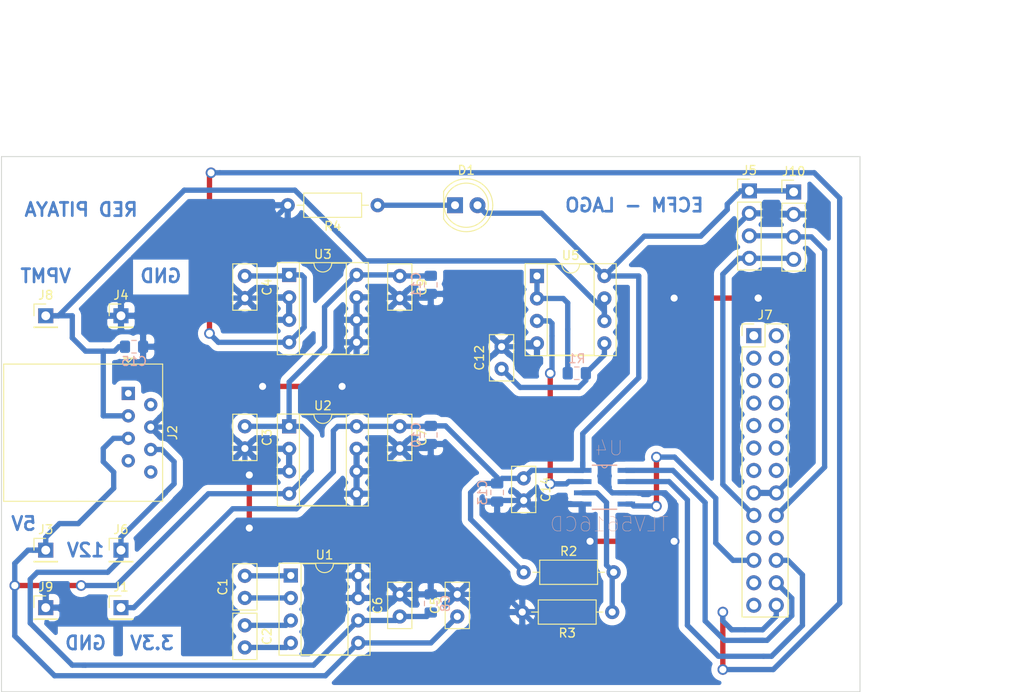
<source format=kicad_pcb>
(kicad_pcb (version 20171130) (host pcbnew "(5.0.1)-3")

  (general
    (thickness 1.6)
    (drawings 14)
    (tracks 338)
    (zones 0)
    (modules 35)
    (nets 43)
  )

  (page A4)
  (layers
    (0 F.Cu signal)
    (31 B.Cu signal)
    (32 B.Adhes user)
    (33 F.Adhes user)
    (34 B.Paste user)
    (35 F.Paste user)
    (36 B.SilkS user)
    (37 F.SilkS user hide)
    (38 B.Mask user)
    (39 F.Mask user)
    (40 Dwgs.User user)
    (41 Cmts.User user)
    (42 Eco1.User user)
    (43 Eco2.User user)
    (44 Edge.Cuts user)
    (45 Margin user)
    (46 B.CrtYd user)
    (47 F.CrtYd user)
    (48 B.Fab user hide)
    (49 F.Fab user hide)
  )

  (setup
    (last_trace_width 0.6)
    (trace_clearance 0.6)
    (zone_clearance 0.508)
    (zone_45_only no)
    (trace_min 0.2)
    (segment_width 0.2)
    (edge_width 0.1)
    (via_size 1.2)
    (via_drill 0.8)
    (via_min_size 0.4)
    (via_min_drill 0.3)
    (uvia_size 0.3)
    (uvia_drill 0.1)
    (uvias_allowed no)
    (uvia_min_size 0.2)
    (uvia_min_drill 0.1)
    (pcb_text_width 0.3)
    (pcb_text_size 1.5 1.5)
    (mod_edge_width 0.15)
    (mod_text_size 1 1)
    (mod_text_width 0.15)
    (pad_size 1.5 1.5)
    (pad_drill 0.6)
    (pad_to_mask_clearance 0)
    (solder_mask_min_width 0.25)
    (aux_axis_origin 0 0)
    (visible_elements 7FFFFFFF)
    (pcbplotparams
      (layerselection 0x010fc_ffffffff)
      (usegerberextensions false)
      (usegerberattributes false)
      (usegerberadvancedattributes false)
      (creategerberjobfile false)
      (excludeedgelayer true)
      (linewidth 0.100000)
      (plotframeref false)
      (viasonmask false)
      (mode 1)
      (useauxorigin false)
      (hpglpennumber 1)
      (hpglpenspeed 20)
      (hpglpendiameter 15.000000)
      (psnegative false)
      (psa4output false)
      (plotreference true)
      (plotvalue true)
      (plotinvisibletext false)
      (padsonsilk false)
      (subtractmaskfromsilk false)
      (outputformat 1)
      (mirror false)
      (drillshape 1)
      (scaleselection 1)
      (outputdirectory ""))
  )

  (net 0 "")
  (net 1 "Net-(C1-Pad2)")
  (net 2 "Net-(C1-Pad1)")
  (net 3 "Net-(C2-Pad1)")
  (net 4 "Net-(C2-Pad2)")
  (net 5 GND)
  (net 6 +5V)
  (net 7 /5V_UNREG)
  (net 8 /12V)
  (net 9 +3V3)
  (net 10 "Net-(C12-Pad1)")
  (net 11 "Net-(D1-Pad1)")
  (net 12 "Net-(J2-Pad1)")
  (net 13 "Net-(J2-Pad2)")
  (net 14 /PMT_CTRL_V)
  (net 15 "Net-(J2-Pad7)")
  (net 16 "Net-(J2-Pad8)")
  (net 17 /I2C_SCL)
  (net 18 /I2C_SDA)
  (net 19 "Net-(J7-Pad1)")
  (net 20 "Net-(J7-Pad2)")
  (net 21 "Net-(J7-Pad3)")
  (net 22 "Net-(J7-Pad4)")
  (net 23 "Net-(J7-Pad5)")
  (net 24 "Net-(J7-Pad6)")
  (net 25 "Net-(J7-Pad7)")
  (net 26 "Net-(J7-Pad8)")
  (net 27 "Net-(J7-Pad9)")
  (net 28 "Net-(J7-Pad10)")
  (net 29 "Net-(J7-Pad11)")
  (net 30 "Net-(J7-Pad12)")
  (net 31 "Net-(J7-Pad13)")
  (net 32 "Net-(J7-Pad14)")
  (net 33 "Net-(J7-Pad19)")
  (net 34 "Net-(J7-Pad20)")
  (net 35 /SPI_CS)
  (net 36 /SPI_CLK)
  (net 37 "Net-(J7-Pad23)")
  (net 38 /SPI_MOSI)
  (net 39 "Net-(J7-Pad25)")
  (net 40 /PMT_CTRL_V_NF)
  (net 41 "Net-(R2-Pad2)")
  (net 42 "Net-(U4-Pad7)")

  (net_class Default "This is the default net class."
    (clearance 0.6)
    (trace_width 0.6)
    (via_dia 1.2)
    (via_drill 0.8)
    (uvia_dia 0.3)
    (uvia_drill 0.1)
    (add_net +3V3)
    (add_net +5V)
    (add_net /12V)
    (add_net /5V_UNREG)
    (add_net /I2C_SCL)
    (add_net /I2C_SDA)
    (add_net /PMT_CTRL_V)
    (add_net /PMT_CTRL_V_NF)
    (add_net /SPI_CLK)
    (add_net /SPI_CS)
    (add_net /SPI_MOSI)
    (add_net GND)
    (add_net "Net-(C1-Pad1)")
    (add_net "Net-(C1-Pad2)")
    (add_net "Net-(C12-Pad1)")
    (add_net "Net-(C2-Pad1)")
    (add_net "Net-(C2-Pad2)")
    (add_net "Net-(D1-Pad1)")
    (add_net "Net-(J2-Pad1)")
    (add_net "Net-(J2-Pad2)")
    (add_net "Net-(J2-Pad7)")
    (add_net "Net-(J2-Pad8)")
    (add_net "Net-(J7-Pad1)")
    (add_net "Net-(J7-Pad10)")
    (add_net "Net-(J7-Pad11)")
    (add_net "Net-(J7-Pad12)")
    (add_net "Net-(J7-Pad13)")
    (add_net "Net-(J7-Pad14)")
    (add_net "Net-(J7-Pad19)")
    (add_net "Net-(J7-Pad2)")
    (add_net "Net-(J7-Pad20)")
    (add_net "Net-(J7-Pad23)")
    (add_net "Net-(J7-Pad25)")
    (add_net "Net-(J7-Pad3)")
    (add_net "Net-(J7-Pad4)")
    (add_net "Net-(J7-Pad5)")
    (add_net "Net-(J7-Pad6)")
    (add_net "Net-(J7-Pad7)")
    (add_net "Net-(J7-Pad8)")
    (add_net "Net-(J7-Pad9)")
    (add_net "Net-(R2-Pad2)")
    (add_net "Net-(U4-Pad7)")
  )

  (module Capacitor_THT:C_Disc_D5.0mm_W2.5mm_P2.50mm (layer F.Cu) (tedit 5AE50EF0) (tstamp 5CE4B365)
    (at 59 131.90474 90)
    (descr "C, Disc series, Radial, pin pitch=2.50mm, , diameter*width=5*2.5mm^2, Capacitor, http://cdn-reichelt.de/documents/datenblatt/B300/DS_KERKO_TC.pdf")
    (tags "C Disc series Radial pin pitch 2.50mm  diameter 5mm width 2.5mm Capacitor")
    (path /57FE689A)
    (fp_text reference C1 (at 1.25 -2.5 90) (layer F.SilkS)
      (effects (font (size 1 1) (thickness 0.15)))
    )
    (fp_text value 2u2 (at 1.25 2.5 90) (layer F.Fab)
      (effects (font (size 1 1) (thickness 0.15)))
    )
    (fp_text user %R (at 1.25 0 90) (layer F.Fab)
      (effects (font (size 1 1) (thickness 0.15)))
    )
    (fp_line (start 4 -1.5) (end -1.5 -1.5) (layer F.CrtYd) (width 0.05))
    (fp_line (start 4 1.5) (end 4 -1.5) (layer F.CrtYd) (width 0.05))
    (fp_line (start -1.5 1.5) (end 4 1.5) (layer F.CrtYd) (width 0.05))
    (fp_line (start -1.5 -1.5) (end -1.5 1.5) (layer F.CrtYd) (width 0.05))
    (fp_line (start 3.87 -1.37) (end 3.87 1.37) (layer F.SilkS) (width 0.12))
    (fp_line (start -1.37 -1.37) (end -1.37 1.37) (layer F.SilkS) (width 0.12))
    (fp_line (start -1.37 1.37) (end 3.87 1.37) (layer F.SilkS) (width 0.12))
    (fp_line (start -1.37 -1.37) (end 3.87 -1.37) (layer F.SilkS) (width 0.12))
    (fp_line (start 3.75 -1.25) (end -1.25 -1.25) (layer F.Fab) (width 0.1))
    (fp_line (start 3.75 1.25) (end 3.75 -1.25) (layer F.Fab) (width 0.1))
    (fp_line (start -1.25 1.25) (end 3.75 1.25) (layer F.Fab) (width 0.1))
    (fp_line (start -1.25 -1.25) (end -1.25 1.25) (layer F.Fab) (width 0.1))
    (pad 2 thru_hole circle (at 2.5 0 90) (size 1.6 1.6) (drill 0.8) (layers *.Cu *.Mask)
      (net 1 "Net-(C1-Pad2)"))
    (pad 1 thru_hole circle (at 0 0 90) (size 1.6 1.6) (drill 0.8) (layers *.Cu *.Mask)
      (net 2 "Net-(C1-Pad1)"))
    (model ${KISYS3DMOD}/Capacitor_THT.3dshapes/C_Disc_D5.0mm_W2.5mm_P2.50mm.wrl
      (at (xyz 0 0 0))
      (scale (xyz 1 1 1))
      (rotate (xyz 0 0 0))
    )
  )

  (module Capacitor_THT:C_Disc_D5.0mm_W2.5mm_P2.50mm (layer F.Cu) (tedit 5AE50EF0) (tstamp 5CE4B378)
    (at 59 135 270)
    (descr "C, Disc series, Radial, pin pitch=2.50mm, , diameter*width=5*2.5mm^2, Capacitor, http://cdn-reichelt.de/documents/datenblatt/B300/DS_KERKO_TC.pdf")
    (tags "C Disc series Radial pin pitch 2.50mm  diameter 5mm width 2.5mm Capacitor")
    (path /57FE69B0)
    (fp_text reference C2 (at 1.25 -2.5 270) (layer F.SilkS)
      (effects (font (size 1 1) (thickness 0.15)))
    )
    (fp_text value 2u2 (at 1.25 2.5 270) (layer F.Fab)
      (effects (font (size 1 1) (thickness 0.15)))
    )
    (fp_line (start -1.25 -1.25) (end -1.25 1.25) (layer F.Fab) (width 0.1))
    (fp_line (start -1.25 1.25) (end 3.75 1.25) (layer F.Fab) (width 0.1))
    (fp_line (start 3.75 1.25) (end 3.75 -1.25) (layer F.Fab) (width 0.1))
    (fp_line (start 3.75 -1.25) (end -1.25 -1.25) (layer F.Fab) (width 0.1))
    (fp_line (start -1.37 -1.37) (end 3.87 -1.37) (layer F.SilkS) (width 0.12))
    (fp_line (start -1.37 1.37) (end 3.87 1.37) (layer F.SilkS) (width 0.12))
    (fp_line (start -1.37 -1.37) (end -1.37 1.37) (layer F.SilkS) (width 0.12))
    (fp_line (start 3.87 -1.37) (end 3.87 1.37) (layer F.SilkS) (width 0.12))
    (fp_line (start -1.5 -1.5) (end -1.5 1.5) (layer F.CrtYd) (width 0.05))
    (fp_line (start -1.5 1.5) (end 4 1.5) (layer F.CrtYd) (width 0.05))
    (fp_line (start 4 1.5) (end 4 -1.5) (layer F.CrtYd) (width 0.05))
    (fp_line (start 4 -1.5) (end -1.5 -1.5) (layer F.CrtYd) (width 0.05))
    (fp_text user %R (at 1.25 0 270) (layer F.Fab)
      (effects (font (size 1 1) (thickness 0.15)))
    )
    (pad 1 thru_hole circle (at 0 0 270) (size 1.6 1.6) (drill 0.8) (layers *.Cu *.Mask)
      (net 3 "Net-(C2-Pad1)"))
    (pad 2 thru_hole circle (at 2.5 0 270) (size 1.6 1.6) (drill 0.8) (layers *.Cu *.Mask)
      (net 4 "Net-(C2-Pad2)"))
    (model ${KISYS3DMOD}/Capacitor_THT.3dshapes/C_Disc_D5.0mm_W2.5mm_P2.50mm.wrl
      (at (xyz 0 0 0))
      (scale (xyz 1 1 1))
      (rotate (xyz 0 0 0))
    )
  )

  (module Capacitor_THT:C_Disc_D5.0mm_W2.5mm_P2.50mm (layer F.Cu) (tedit 5AE50EF0) (tstamp 5CE4B38B)
    (at 59 112.5 270)
    (descr "C, Disc series, Radial, pin pitch=2.50mm, , diameter*width=5*2.5mm^2, Capacitor, http://cdn-reichelt.de/documents/datenblatt/B300/DS_KERKO_TC.pdf")
    (tags "C Disc series Radial pin pitch 2.50mm  diameter 5mm width 2.5mm Capacitor")
    (path /5C557589)
    (fp_text reference C3 (at 1.25 -2.5 270) (layer F.SilkS)
      (effects (font (size 1 1) (thickness 0.15)))
    )
    (fp_text value 10uF (at 1.25 2.5 270) (layer F.Fab)
      (effects (font (size 1 1) (thickness 0.15)))
    )
    (fp_text user %R (at 1.25 0 270) (layer F.Fab)
      (effects (font (size 1 1) (thickness 0.15)))
    )
    (fp_line (start 4 -1.5) (end -1.5 -1.5) (layer F.CrtYd) (width 0.05))
    (fp_line (start 4 1.5) (end 4 -1.5) (layer F.CrtYd) (width 0.05))
    (fp_line (start -1.5 1.5) (end 4 1.5) (layer F.CrtYd) (width 0.05))
    (fp_line (start -1.5 -1.5) (end -1.5 1.5) (layer F.CrtYd) (width 0.05))
    (fp_line (start 3.87 -1.37) (end 3.87 1.37) (layer F.SilkS) (width 0.12))
    (fp_line (start -1.37 -1.37) (end -1.37 1.37) (layer F.SilkS) (width 0.12))
    (fp_line (start -1.37 1.37) (end 3.87 1.37) (layer F.SilkS) (width 0.12))
    (fp_line (start -1.37 -1.37) (end 3.87 -1.37) (layer F.SilkS) (width 0.12))
    (fp_line (start 3.75 -1.25) (end -1.25 -1.25) (layer F.Fab) (width 0.1))
    (fp_line (start 3.75 1.25) (end 3.75 -1.25) (layer F.Fab) (width 0.1))
    (fp_line (start -1.25 1.25) (end 3.75 1.25) (layer F.Fab) (width 0.1))
    (fp_line (start -1.25 -1.25) (end -1.25 1.25) (layer F.Fab) (width 0.1))
    (pad 2 thru_hole circle (at 2.5 0 270) (size 1.6 1.6) (drill 0.8) (layers *.Cu *.Mask)
      (net 5 GND))
    (pad 1 thru_hole circle (at 0 0 270) (size 1.6 1.6) (drill 0.8) (layers *.Cu *.Mask)
      (net 6 +5V))
    (model ${KISYS3DMOD}/Capacitor_THT.3dshapes/C_Disc_D5.0mm_W2.5mm_P2.50mm.wrl
      (at (xyz 0 0 0))
      (scale (xyz 1 1 1))
      (rotate (xyz 0 0 0))
    )
  )

  (module Capacitor_THT:C_Disc_D5.0mm_W2.5mm_P2.50mm (layer F.Cu) (tedit 5AE50EF0) (tstamp 5CE4B39E)
    (at 59 95.5 270)
    (descr "C, Disc series, Radial, pin pitch=2.50mm, , diameter*width=5*2.5mm^2, Capacitor, http://cdn-reichelt.de/documents/datenblatt/B300/DS_KERKO_TC.pdf")
    (tags "C Disc series Radial pin pitch 2.50mm  diameter 5mm width 2.5mm Capacitor")
    (path /5C54ED7B)
    (fp_text reference C4 (at 1.25 -2.5 270) (layer F.SilkS)
      (effects (font (size 1 1) (thickness 0.15)))
    )
    (fp_text value 10uF (at 1.25 2.5 270) (layer F.Fab)
      (effects (font (size 1 1) (thickness 0.15)))
    )
    (fp_line (start -1.25 -1.25) (end -1.25 1.25) (layer F.Fab) (width 0.1))
    (fp_line (start -1.25 1.25) (end 3.75 1.25) (layer F.Fab) (width 0.1))
    (fp_line (start 3.75 1.25) (end 3.75 -1.25) (layer F.Fab) (width 0.1))
    (fp_line (start 3.75 -1.25) (end -1.25 -1.25) (layer F.Fab) (width 0.1))
    (fp_line (start -1.37 -1.37) (end 3.87 -1.37) (layer F.SilkS) (width 0.12))
    (fp_line (start -1.37 1.37) (end 3.87 1.37) (layer F.SilkS) (width 0.12))
    (fp_line (start -1.37 -1.37) (end -1.37 1.37) (layer F.SilkS) (width 0.12))
    (fp_line (start 3.87 -1.37) (end 3.87 1.37) (layer F.SilkS) (width 0.12))
    (fp_line (start -1.5 -1.5) (end -1.5 1.5) (layer F.CrtYd) (width 0.05))
    (fp_line (start -1.5 1.5) (end 4 1.5) (layer F.CrtYd) (width 0.05))
    (fp_line (start 4 1.5) (end 4 -1.5) (layer F.CrtYd) (width 0.05))
    (fp_line (start 4 -1.5) (end -1.5 -1.5) (layer F.CrtYd) (width 0.05))
    (fp_text user %R (at 1.25 0 270) (layer F.Fab)
      (effects (font (size 1 1) (thickness 0.15)))
    )
    (pad 1 thru_hole circle (at 0 0 270) (size 1.6 1.6) (drill 0.8) (layers *.Cu *.Mask)
      (net 7 /5V_UNREG))
    (pad 2 thru_hole circle (at 2.5 0 270) (size 1.6 1.6) (drill 0.8) (layers *.Cu *.Mask)
      (net 5 GND))
    (model ${KISYS3DMOD}/Capacitor_THT.3dshapes/C_Disc_D5.0mm_W2.5mm_P2.50mm.wrl
      (at (xyz 0 0 0))
      (scale (xyz 1 1 1))
      (rotate (xyz 0 0 0))
    )
  )

  (module Capacitor_THT:C_Disc_D5.0mm_W2.5mm_P2.50mm (layer F.Cu) (tedit 5AE50EF0) (tstamp 5CE4C4DA)
    (at 83 134 90)
    (descr "C, Disc series, Radial, pin pitch=2.50mm, , diameter*width=5*2.5mm^2, Capacitor, http://cdn-reichelt.de/documents/datenblatt/B300/DS_KERKO_TC.pdf")
    (tags "C Disc series Radial pin pitch 2.50mm  diameter 5mm width 2.5mm Capacitor")
    (path /57FE6BCB)
    (fp_text reference C5 (at 1.25 -2.5 90) (layer F.SilkS)
      (effects (font (size 1 1) (thickness 0.15)))
    )
    (fp_text value 10u (at 1.25 2.5 90) (layer F.Fab)
      (effects (font (size 1 1) (thickness 0.15)))
    )
    (fp_text user %R (at 1.25 0 90) (layer F.Fab)
      (effects (font (size 1 1) (thickness 0.15)))
    )
    (fp_line (start 4 -1.5) (end -1.5 -1.5) (layer F.CrtYd) (width 0.05))
    (fp_line (start 4 1.5) (end 4 -1.5) (layer F.CrtYd) (width 0.05))
    (fp_line (start -1.5 1.5) (end 4 1.5) (layer F.CrtYd) (width 0.05))
    (fp_line (start -1.5 -1.5) (end -1.5 1.5) (layer F.CrtYd) (width 0.05))
    (fp_line (start 3.87 -1.37) (end 3.87 1.37) (layer F.SilkS) (width 0.12))
    (fp_line (start -1.37 -1.37) (end -1.37 1.37) (layer F.SilkS) (width 0.12))
    (fp_line (start -1.37 1.37) (end 3.87 1.37) (layer F.SilkS) (width 0.12))
    (fp_line (start -1.37 -1.37) (end 3.87 -1.37) (layer F.SilkS) (width 0.12))
    (fp_line (start 3.75 -1.25) (end -1.25 -1.25) (layer F.Fab) (width 0.1))
    (fp_line (start 3.75 1.25) (end 3.75 -1.25) (layer F.Fab) (width 0.1))
    (fp_line (start -1.25 1.25) (end 3.75 1.25) (layer F.Fab) (width 0.1))
    (fp_line (start -1.25 -1.25) (end -1.25 1.25) (layer F.Fab) (width 0.1))
    (pad 2 thru_hole circle (at 2.5 0 90) (size 1.6 1.6) (drill 0.8) (layers *.Cu *.Mask)
      (net 5 GND))
    (pad 1 thru_hole circle (at 0 0 90) (size 1.6 1.6) (drill 0.8) (layers *.Cu *.Mask)
      (net 6 +5V))
    (model ${KISYS3DMOD}/Capacitor_THT.3dshapes/C_Disc_D5.0mm_W2.5mm_P2.50mm.wrl
      (at (xyz 0 0 0))
      (scale (xyz 1 1 1))
      (rotate (xyz 0 0 0))
    )
  )

  (module Capacitor_THT:C_Disc_D5.0mm_W2.5mm_P2.50mm (layer F.Cu) (tedit 5AE50EF0) (tstamp 5CE4CBCD)
    (at 76.5 134 90)
    (descr "C, Disc series, Radial, pin pitch=2.50mm, , diameter*width=5*2.5mm^2, Capacitor, http://cdn-reichelt.de/documents/datenblatt/B300/DS_KERKO_TC.pdf")
    (tags "C Disc series Radial pin pitch 2.50mm  diameter 5mm width 2.5mm Capacitor")
    (path /57FE7841)
    (fp_text reference C6 (at 1.25 -2.5 90) (layer F.SilkS)
      (effects (font (size 1 1) (thickness 0.15)))
    )
    (fp_text value 10u (at 1.25 2.5 90) (layer F.Fab)
      (effects (font (size 1 1) (thickness 0.15)))
    )
    (fp_text user %R (at 1.25 0 90) (layer F.Fab)
      (effects (font (size 1 1) (thickness 0.15)))
    )
    (fp_line (start 4 -1.5) (end -1.5 -1.5) (layer F.CrtYd) (width 0.05))
    (fp_line (start 4 1.5) (end 4 -1.5) (layer F.CrtYd) (width 0.05))
    (fp_line (start -1.5 1.5) (end 4 1.5) (layer F.CrtYd) (width 0.05))
    (fp_line (start -1.5 -1.5) (end -1.5 1.5) (layer F.CrtYd) (width 0.05))
    (fp_line (start 3.87 -1.37) (end 3.87 1.37) (layer F.SilkS) (width 0.12))
    (fp_line (start -1.37 -1.37) (end -1.37 1.37) (layer F.SilkS) (width 0.12))
    (fp_line (start -1.37 1.37) (end 3.87 1.37) (layer F.SilkS) (width 0.12))
    (fp_line (start -1.37 -1.37) (end 3.87 -1.37) (layer F.SilkS) (width 0.12))
    (fp_line (start 3.75 -1.25) (end -1.25 -1.25) (layer F.Fab) (width 0.1))
    (fp_line (start 3.75 1.25) (end 3.75 -1.25) (layer F.Fab) (width 0.1))
    (fp_line (start -1.25 1.25) (end 3.75 1.25) (layer F.Fab) (width 0.1))
    (fp_line (start -1.25 -1.25) (end -1.25 1.25) (layer F.Fab) (width 0.1))
    (pad 2 thru_hole circle (at 2.5 0 90) (size 1.6 1.6) (drill 0.8) (layers *.Cu *.Mask)
      (net 5 GND))
    (pad 1 thru_hole circle (at 0 0 90) (size 1.6 1.6) (drill 0.8) (layers *.Cu *.Mask)
      (net 8 /12V))
    (model ${KISYS3DMOD}/Capacitor_THT.3dshapes/C_Disc_D5.0mm_W2.5mm_P2.50mm.wrl
      (at (xyz 0 0 0))
      (scale (xyz 1 1 1))
      (rotate (xyz 0 0 0))
    )
  )

  (module Capacitor_THT:C_Disc_D5.0mm_W2.5mm_P2.50mm (layer F.Cu) (tedit 5AE50EF0) (tstamp 5CE4B3D7)
    (at 76.5 112.5 270)
    (descr "C, Disc series, Radial, pin pitch=2.50mm, , diameter*width=5*2.5mm^2, Capacitor, http://cdn-reichelt.de/documents/datenblatt/B300/DS_KERKO_TC.pdf")
    (tags "C Disc series Radial pin pitch 2.50mm  diameter 5mm width 2.5mm Capacitor")
    (path /5C55B4C3)
    (fp_text reference C7 (at 1.25 -2.5 270) (layer F.SilkS)
      (effects (font (size 1 1) (thickness 0.15)))
    )
    (fp_text value 10uF (at 1.25 2.5 270) (layer F.Fab)
      (effects (font (size 1 1) (thickness 0.15)))
    )
    (fp_line (start -1.25 -1.25) (end -1.25 1.25) (layer F.Fab) (width 0.1))
    (fp_line (start -1.25 1.25) (end 3.75 1.25) (layer F.Fab) (width 0.1))
    (fp_line (start 3.75 1.25) (end 3.75 -1.25) (layer F.Fab) (width 0.1))
    (fp_line (start 3.75 -1.25) (end -1.25 -1.25) (layer F.Fab) (width 0.1))
    (fp_line (start -1.37 -1.37) (end 3.87 -1.37) (layer F.SilkS) (width 0.12))
    (fp_line (start -1.37 1.37) (end 3.87 1.37) (layer F.SilkS) (width 0.12))
    (fp_line (start -1.37 -1.37) (end -1.37 1.37) (layer F.SilkS) (width 0.12))
    (fp_line (start 3.87 -1.37) (end 3.87 1.37) (layer F.SilkS) (width 0.12))
    (fp_line (start -1.5 -1.5) (end -1.5 1.5) (layer F.CrtYd) (width 0.05))
    (fp_line (start -1.5 1.5) (end 4 1.5) (layer F.CrtYd) (width 0.05))
    (fp_line (start 4 1.5) (end 4 -1.5) (layer F.CrtYd) (width 0.05))
    (fp_line (start 4 -1.5) (end -1.5 -1.5) (layer F.CrtYd) (width 0.05))
    (fp_text user %R (at 1.25 0 270) (layer F.Fab)
      (effects (font (size 1 1) (thickness 0.15)))
    )
    (pad 1 thru_hole circle (at 0 0 270) (size 1.6 1.6) (drill 0.8) (layers *.Cu *.Mask)
      (net 9 +3V3))
    (pad 2 thru_hole circle (at 2.5 0 270) (size 1.6 1.6) (drill 0.8) (layers *.Cu *.Mask)
      (net 5 GND))
    (model ${KISYS3DMOD}/Capacitor_THT.3dshapes/C_Disc_D5.0mm_W2.5mm_P2.50mm.wrl
      (at (xyz 0 0 0))
      (scale (xyz 1 1 1))
      (rotate (xyz 0 0 0))
    )
  )

  (module Capacitor_SMD:C_0805_2012Metric_Pad1.15x1.40mm_HandSolder (layer B.Cu) (tedit 5B36C52B) (tstamp 5CE4C29D)
    (at 80 132.525 90)
    (descr "Capacitor SMD 0805 (2012 Metric), square (rectangular) end terminal, IPC_7351 nominal with elongated pad for handsoldering. (Body size source: https://docs.google.com/spreadsheets/d/1BsfQQcO9C6DZCsRaXUlFlo91Tg2WpOkGARC1WS5S8t0/edit?usp=sharing), generated with kicad-footprint-generator")
    (tags "capacitor handsolder")
    (path /57FEEC13)
    (attr smd)
    (fp_text reference C8 (at 0 1.65 90) (layer B.SilkS)
      (effects (font (size 1 1) (thickness 0.15)) (justify mirror))
    )
    (fp_text value 100n (at 0 -1.65 90) (layer B.Fab)
      (effects (font (size 1 1) (thickness 0.15)) (justify mirror))
    )
    (fp_text user %R (at 0 0 90) (layer B.Fab)
      (effects (font (size 0.5 0.5) (thickness 0.08)) (justify mirror))
    )
    (fp_line (start 1.85 -0.95) (end -1.85 -0.95) (layer B.CrtYd) (width 0.05))
    (fp_line (start 1.85 0.95) (end 1.85 -0.95) (layer B.CrtYd) (width 0.05))
    (fp_line (start -1.85 0.95) (end 1.85 0.95) (layer B.CrtYd) (width 0.05))
    (fp_line (start -1.85 -0.95) (end -1.85 0.95) (layer B.CrtYd) (width 0.05))
    (fp_line (start -0.261252 -0.71) (end 0.261252 -0.71) (layer B.SilkS) (width 0.12))
    (fp_line (start -0.261252 0.71) (end 0.261252 0.71) (layer B.SilkS) (width 0.12))
    (fp_line (start 1 -0.6) (end -1 -0.6) (layer B.Fab) (width 0.1))
    (fp_line (start 1 0.6) (end 1 -0.6) (layer B.Fab) (width 0.1))
    (fp_line (start -1 0.6) (end 1 0.6) (layer B.Fab) (width 0.1))
    (fp_line (start -1 -0.6) (end -1 0.6) (layer B.Fab) (width 0.1))
    (pad 2 smd roundrect (at 1.025 0 90) (size 1.15 1.4) (layers B.Cu B.Paste B.Mask) (roundrect_rratio 0.217391)
      (net 5 GND))
    (pad 1 smd roundrect (at -1.025 0 90) (size 1.15 1.4) (layers B.Cu B.Paste B.Mask) (roundrect_rratio 0.217391)
      (net 8 /12V))
    (model ${KISYS3DMOD}/Capacitor_SMD.3dshapes/C_0805_2012Metric.wrl
      (at (xyz 0 0 0))
      (scale (xyz 1 1 1))
      (rotate (xyz 0 0 0))
    )
  )

  (module Capacitor_THT:C_Disc_D5.0mm_W2.5mm_P2.50mm (layer F.Cu) (tedit 5AE50EF0) (tstamp 5CE4B3FB)
    (at 76.5 95.5 270)
    (descr "C, Disc series, Radial, pin pitch=2.50mm, , diameter*width=5*2.5mm^2, Capacitor, http://cdn-reichelt.de/documents/datenblatt/B300/DS_KERKO_TC.pdf")
    (tags "C Disc series Radial pin pitch 2.50mm  diameter 5mm width 2.5mm Capacitor")
    (path /5C551F6D)
    (fp_text reference C9 (at 1.25 -2.5 270) (layer F.SilkS)
      (effects (font (size 1 1) (thickness 0.15)))
    )
    (fp_text value 10uF (at 1.25 2.5 270) (layer F.Fab)
      (effects (font (size 1 1) (thickness 0.15)))
    )
    (fp_line (start -1.25 -1.25) (end -1.25 1.25) (layer F.Fab) (width 0.1))
    (fp_line (start -1.25 1.25) (end 3.75 1.25) (layer F.Fab) (width 0.1))
    (fp_line (start 3.75 1.25) (end 3.75 -1.25) (layer F.Fab) (width 0.1))
    (fp_line (start 3.75 -1.25) (end -1.25 -1.25) (layer F.Fab) (width 0.1))
    (fp_line (start -1.37 -1.37) (end 3.87 -1.37) (layer F.SilkS) (width 0.12))
    (fp_line (start -1.37 1.37) (end 3.87 1.37) (layer F.SilkS) (width 0.12))
    (fp_line (start -1.37 -1.37) (end -1.37 1.37) (layer F.SilkS) (width 0.12))
    (fp_line (start 3.87 -1.37) (end 3.87 1.37) (layer F.SilkS) (width 0.12))
    (fp_line (start -1.5 -1.5) (end -1.5 1.5) (layer F.CrtYd) (width 0.05))
    (fp_line (start -1.5 1.5) (end 4 1.5) (layer F.CrtYd) (width 0.05))
    (fp_line (start 4 1.5) (end 4 -1.5) (layer F.CrtYd) (width 0.05))
    (fp_line (start 4 -1.5) (end -1.5 -1.5) (layer F.CrtYd) (width 0.05))
    (fp_text user %R (at 1.25 0 270) (layer F.Fab)
      (effects (font (size 1 1) (thickness 0.15)))
    )
    (pad 1 thru_hole circle (at 0 0 270) (size 1.6 1.6) (drill 0.8) (layers *.Cu *.Mask)
      (net 6 +5V))
    (pad 2 thru_hole circle (at 2.5 0 270) (size 1.6 1.6) (drill 0.8) (layers *.Cu *.Mask)
      (net 5 GND))
    (model ${KISYS3DMOD}/Capacitor_THT.3dshapes/C_Disc_D5.0mm_W2.5mm_P2.50mm.wrl
      (at (xyz 0 0 0))
      (scale (xyz 1 1 1))
      (rotate (xyz 0 0 0))
    )
  )

  (module Capacitor_SMD:C_0805_2012Metric_Pad1.15x1.40mm_HandSolder (layer B.Cu) (tedit 5B36C52B) (tstamp 5CE4B40C)
    (at 80 113.475 270)
    (descr "Capacitor SMD 0805 (2012 Metric), square (rectangular) end terminal, IPC_7351 nominal with elongated pad for handsoldering. (Body size source: https://docs.google.com/spreadsheets/d/1BsfQQcO9C6DZCsRaXUlFlo91Tg2WpOkGARC1WS5S8t0/edit?usp=sharing), generated with kicad-footprint-generator")
    (tags "capacitor handsolder")
    (path /5C55FC6D)
    (attr smd)
    (fp_text reference C10 (at 0 1.65 270) (layer B.SilkS)
      (effects (font (size 1 1) (thickness 0.15)) (justify mirror))
    )
    (fp_text value 100n (at 0 -1.65 270) (layer B.Fab)
      (effects (font (size 1 1) (thickness 0.15)) (justify mirror))
    )
    (fp_text user %R (at 0 0 270) (layer B.Fab)
      (effects (font (size 0.5 0.5) (thickness 0.08)) (justify mirror))
    )
    (fp_line (start 1.85 -0.95) (end -1.85 -0.95) (layer B.CrtYd) (width 0.05))
    (fp_line (start 1.85 0.95) (end 1.85 -0.95) (layer B.CrtYd) (width 0.05))
    (fp_line (start -1.85 0.95) (end 1.85 0.95) (layer B.CrtYd) (width 0.05))
    (fp_line (start -1.85 -0.95) (end -1.85 0.95) (layer B.CrtYd) (width 0.05))
    (fp_line (start -0.261252 -0.71) (end 0.261252 -0.71) (layer B.SilkS) (width 0.12))
    (fp_line (start -0.261252 0.71) (end 0.261252 0.71) (layer B.SilkS) (width 0.12))
    (fp_line (start 1 -0.6) (end -1 -0.6) (layer B.Fab) (width 0.1))
    (fp_line (start 1 0.6) (end 1 -0.6) (layer B.Fab) (width 0.1))
    (fp_line (start -1 0.6) (end 1 0.6) (layer B.Fab) (width 0.1))
    (fp_line (start -1 -0.6) (end -1 0.6) (layer B.Fab) (width 0.1))
    (pad 2 smd roundrect (at 1.025 0 270) (size 1.15 1.4) (layers B.Cu B.Paste B.Mask) (roundrect_rratio 0.217391)
      (net 5 GND))
    (pad 1 smd roundrect (at -1.025 0 270) (size 1.15 1.4) (layers B.Cu B.Paste B.Mask) (roundrect_rratio 0.217391)
      (net 9 +3V3))
    (model ${KISYS3DMOD}/Capacitor_SMD.3dshapes/C_0805_2012Metric.wrl
      (at (xyz 0 0 0))
      (scale (xyz 1 1 1))
      (rotate (xyz 0 0 0))
    )
  )

  (module Capacitor_SMD:C_0805_2012Metric_Pad1.15x1.40mm_HandSolder (layer B.Cu) (tedit 5B36C52B) (tstamp 5CE4D4DF)
    (at 80 96.5 270)
    (descr "Capacitor SMD 0805 (2012 Metric), square (rectangular) end terminal, IPC_7351 nominal with elongated pad for handsoldering. (Body size source: https://docs.google.com/spreadsheets/d/1BsfQQcO9C6DZCsRaXUlFlo91Tg2WpOkGARC1WS5S8t0/edit?usp=sharing), generated with kicad-footprint-generator")
    (tags "capacitor handsolder")
    (path /5C5698F9)
    (attr smd)
    (fp_text reference C11 (at 0 1.65 270) (layer B.SilkS)
      (effects (font (size 1 1) (thickness 0.15)) (justify mirror))
    )
    (fp_text value 100n (at 0 -1.65 270) (layer B.Fab)
      (effects (font (size 1 1) (thickness 0.15)) (justify mirror))
    )
    (fp_line (start -1 -0.6) (end -1 0.6) (layer B.Fab) (width 0.1))
    (fp_line (start -1 0.6) (end 1 0.6) (layer B.Fab) (width 0.1))
    (fp_line (start 1 0.6) (end 1 -0.6) (layer B.Fab) (width 0.1))
    (fp_line (start 1 -0.6) (end -1 -0.6) (layer B.Fab) (width 0.1))
    (fp_line (start -0.261252 0.71) (end 0.261252 0.71) (layer B.SilkS) (width 0.12))
    (fp_line (start -0.261252 -0.71) (end 0.261252 -0.71) (layer B.SilkS) (width 0.12))
    (fp_line (start -1.85 -0.95) (end -1.85 0.95) (layer B.CrtYd) (width 0.05))
    (fp_line (start -1.85 0.95) (end 1.85 0.95) (layer B.CrtYd) (width 0.05))
    (fp_line (start 1.85 0.95) (end 1.85 -0.95) (layer B.CrtYd) (width 0.05))
    (fp_line (start 1.85 -0.95) (end -1.85 -0.95) (layer B.CrtYd) (width 0.05))
    (fp_text user %R (at 0 0 270) (layer B.Fab)
      (effects (font (size 0.5 0.5) (thickness 0.08)) (justify mirror))
    )
    (pad 1 smd roundrect (at -1.025 0 270) (size 1.15 1.4) (layers B.Cu B.Paste B.Mask) (roundrect_rratio 0.217391)
      (net 6 +5V))
    (pad 2 smd roundrect (at 1.025 0 270) (size 1.15 1.4) (layers B.Cu B.Paste B.Mask) (roundrect_rratio 0.217391)
      (net 5 GND))
    (model ${KISYS3DMOD}/Capacitor_SMD.3dshapes/C_0805_2012Metric.wrl
      (at (xyz 0 0 0))
      (scale (xyz 1 1 1))
      (rotate (xyz 0 0 0))
    )
  )

  (module Capacitor_THT:C_Disc_D5.0mm_W2.5mm_P2.50mm (layer F.Cu) (tedit 5AE50EF0) (tstamp 5CE4C367)
    (at 88 106 90)
    (descr "C, Disc series, Radial, pin pitch=2.50mm, , diameter*width=5*2.5mm^2, Capacitor, http://cdn-reichelt.de/documents/datenblatt/B300/DS_KERKO_TC.pdf")
    (tags "C Disc series Radial pin pitch 2.50mm  diameter 5mm width 2.5mm Capacitor")
    (path /5C5F568B)
    (fp_text reference C12 (at 1.25 -2.5 90) (layer F.SilkS)
      (effects (font (size 1 1) (thickness 0.15)))
    )
    (fp_text value 10u (at 1.25 2.5 90) (layer F.Fab)
      (effects (font (size 1 1) (thickness 0.15)))
    )
    (fp_line (start -1.25 -1.25) (end -1.25 1.25) (layer F.Fab) (width 0.1))
    (fp_line (start -1.25 1.25) (end 3.75 1.25) (layer F.Fab) (width 0.1))
    (fp_line (start 3.75 1.25) (end 3.75 -1.25) (layer F.Fab) (width 0.1))
    (fp_line (start 3.75 -1.25) (end -1.25 -1.25) (layer F.Fab) (width 0.1))
    (fp_line (start -1.37 -1.37) (end 3.87 -1.37) (layer F.SilkS) (width 0.12))
    (fp_line (start -1.37 1.37) (end 3.87 1.37) (layer F.SilkS) (width 0.12))
    (fp_line (start -1.37 -1.37) (end -1.37 1.37) (layer F.SilkS) (width 0.12))
    (fp_line (start 3.87 -1.37) (end 3.87 1.37) (layer F.SilkS) (width 0.12))
    (fp_line (start -1.5 -1.5) (end -1.5 1.5) (layer F.CrtYd) (width 0.05))
    (fp_line (start -1.5 1.5) (end 4 1.5) (layer F.CrtYd) (width 0.05))
    (fp_line (start 4 1.5) (end 4 -1.5) (layer F.CrtYd) (width 0.05))
    (fp_line (start 4 -1.5) (end -1.5 -1.5) (layer F.CrtYd) (width 0.05))
    (fp_text user %R (at 1.25 0 90) (layer F.Fab)
      (effects (font (size 1 1) (thickness 0.15)))
    )
    (pad 1 thru_hole circle (at 0 0 90) (size 1.6 1.6) (drill 0.8) (layers *.Cu *.Mask)
      (net 10 "Net-(C12-Pad1)"))
    (pad 2 thru_hole circle (at 2.5 0 90) (size 1.6 1.6) (drill 0.8) (layers *.Cu *.Mask)
      (net 5 GND))
    (model ${KISYS3DMOD}/Capacitor_THT.3dshapes/C_Disc_D5.0mm_W2.5mm_P2.50mm.wrl
      (at (xyz 0 0 0))
      (scale (xyz 1 1 1))
      (rotate (xyz 0 0 0))
    )
  )

  (module Capacitor_SMD:C_0805_2012Metric_Pad1.15x1.40mm_HandSolder (layer B.Cu) (tedit 5B36C52B) (tstamp 5CE4B441)
    (at 87.5 119.981441 270)
    (descr "Capacitor SMD 0805 (2012 Metric), square (rectangular) end terminal, IPC_7351 nominal with elongated pad for handsoldering. (Body size source: https://docs.google.com/spreadsheets/d/1BsfQQcO9C6DZCsRaXUlFlo91Tg2WpOkGARC1WS5S8t0/edit?usp=sharing), generated with kicad-footprint-generator")
    (tags "capacitor handsolder")
    (path /5CF0A822)
    (attr smd)
    (fp_text reference C13 (at 0 1.65 270) (layer B.SilkS)
      (effects (font (size 1 1) (thickness 0.15)) (justify mirror))
    )
    (fp_text value 100n (at 0 -1.65 270) (layer B.Fab)
      (effects (font (size 1 1) (thickness 0.15)) (justify mirror))
    )
    (fp_line (start -1 -0.6) (end -1 0.6) (layer B.Fab) (width 0.1))
    (fp_line (start -1 0.6) (end 1 0.6) (layer B.Fab) (width 0.1))
    (fp_line (start 1 0.6) (end 1 -0.6) (layer B.Fab) (width 0.1))
    (fp_line (start 1 -0.6) (end -1 -0.6) (layer B.Fab) (width 0.1))
    (fp_line (start -0.261252 0.71) (end 0.261252 0.71) (layer B.SilkS) (width 0.12))
    (fp_line (start -0.261252 -0.71) (end 0.261252 -0.71) (layer B.SilkS) (width 0.12))
    (fp_line (start -1.85 -0.95) (end -1.85 0.95) (layer B.CrtYd) (width 0.05))
    (fp_line (start -1.85 0.95) (end 1.85 0.95) (layer B.CrtYd) (width 0.05))
    (fp_line (start 1.85 0.95) (end 1.85 -0.95) (layer B.CrtYd) (width 0.05))
    (fp_line (start 1.85 -0.95) (end -1.85 -0.95) (layer B.CrtYd) (width 0.05))
    (fp_text user %R (at 0 0 270) (layer B.Fab)
      (effects (font (size 0.5 0.5) (thickness 0.08)) (justify mirror))
    )
    (pad 1 smd roundrect (at -1.025 0 270) (size 1.15 1.4) (layers B.Cu B.Paste B.Mask) (roundrect_rratio 0.217391)
      (net 9 +3V3))
    (pad 2 smd roundrect (at 1.025 0 270) (size 1.15 1.4) (layers B.Cu B.Paste B.Mask) (roundrect_rratio 0.217391)
      (net 5 GND))
    (model ${KISYS3DMOD}/Capacitor_SMD.3dshapes/C_0805_2012Metric.wrl
      (at (xyz 0 0 0))
      (scale (xyz 1 1 1))
      (rotate (xyz 0 0 0))
    )
  )

  (module Capacitor_THT:C_Disc_D5.0mm_W2.5mm_P2.50mm (layer F.Cu) (tedit 5AE50EF0) (tstamp 5CE4B454)
    (at 90.5 118.384176 270)
    (descr "C, Disc series, Radial, pin pitch=2.50mm, , diameter*width=5*2.5mm^2, Capacitor, http://cdn-reichelt.de/documents/datenblatt/B300/DS_KERKO_TC.pdf")
    (tags "C Disc series Radial pin pitch 2.50mm  diameter 5mm width 2.5mm Capacitor")
    (path /5CF0A786)
    (fp_text reference C14 (at 1.25 -2.5 270) (layer F.SilkS)
      (effects (font (size 1 1) (thickness 0.15)))
    )
    (fp_text value 10u (at 1.25 2.5 270) (layer F.Fab)
      (effects (font (size 1 1) (thickness 0.15)))
    )
    (fp_text user %R (at 0.221199 -0.044561 270) (layer F.Fab)
      (effects (font (size 1 1) (thickness 0.15)))
    )
    (fp_line (start 4 -1.5) (end -1.5 -1.5) (layer F.CrtYd) (width 0.05))
    (fp_line (start 4 1.5) (end 4 -1.5) (layer F.CrtYd) (width 0.05))
    (fp_line (start -1.5 1.5) (end 4 1.5) (layer F.CrtYd) (width 0.05))
    (fp_line (start -1.5 -1.5) (end -1.5 1.5) (layer F.CrtYd) (width 0.05))
    (fp_line (start 3.87 -1.37) (end 3.87 1.37) (layer F.SilkS) (width 0.12))
    (fp_line (start -1.37 -1.37) (end -1.37 1.37) (layer F.SilkS) (width 0.12))
    (fp_line (start -1.37 1.37) (end 3.87 1.37) (layer F.SilkS) (width 0.12))
    (fp_line (start -1.37 -1.37) (end 3.87 -1.37) (layer F.SilkS) (width 0.12))
    (fp_line (start 3.75 -1.25) (end -1.25 -1.25) (layer F.Fab) (width 0.1))
    (fp_line (start 3.75 1.25) (end 3.75 -1.25) (layer F.Fab) (width 0.1))
    (fp_line (start -1.25 1.25) (end 3.75 1.25) (layer F.Fab) (width 0.1))
    (fp_line (start -1.25 -1.25) (end -1.25 1.25) (layer F.Fab) (width 0.1))
    (pad 2 thru_hole circle (at 2.5 0 270) (size 1.6 1.6) (drill 0.8) (layers *.Cu *.Mask)
      (net 5 GND))
    (pad 1 thru_hole circle (at 0 0 270) (size 1.6 1.6) (drill 0.8) (layers *.Cu *.Mask)
      (net 9 +3V3))
    (model ${KISYS3DMOD}/Capacitor_THT.3dshapes/C_Disc_D5.0mm_W2.5mm_P2.50mm.wrl
      (at (xyz 0 0 0))
      (scale (xyz 1 1 1))
      (rotate (xyz 0 0 0))
    )
  )

  (module LED_THT:LED_D5.0mm (layer F.Cu) (tedit 5995936A) (tstamp 5CE4B466)
    (at 82.744214 87.5)
    (descr "LED, diameter 5.0mm, 2 pins, http://cdn-reichelt.de/documents/datenblatt/A500/LL-504BC2E-009.pdf")
    (tags "LED diameter 5.0mm 2 pins")
    (path /5CE56B47)
    (fp_text reference D1 (at 1.27 -3.96) (layer F.SilkS)
      (effects (font (size 1 1) (thickness 0.15)))
    )
    (fp_text value LED (at 1.27 3.96) (layer F.Fab)
      (effects (font (size 1 1) (thickness 0.15)))
    )
    (fp_arc (start 1.27 0) (end -1.23 -1.469694) (angle 299.1) (layer F.Fab) (width 0.1))
    (fp_arc (start 1.27 0) (end -1.29 -1.54483) (angle 148.9) (layer F.SilkS) (width 0.12))
    (fp_arc (start 1.27 0) (end -1.29 1.54483) (angle -148.9) (layer F.SilkS) (width 0.12))
    (fp_circle (center 1.27 0) (end 3.77 0) (layer F.Fab) (width 0.1))
    (fp_circle (center 1.27 0) (end 3.77 0) (layer F.SilkS) (width 0.12))
    (fp_line (start -1.23 -1.469694) (end -1.23 1.469694) (layer F.Fab) (width 0.1))
    (fp_line (start -1.29 -1.545) (end -1.29 1.545) (layer F.SilkS) (width 0.12))
    (fp_line (start -1.95 -3.25) (end -1.95 3.25) (layer F.CrtYd) (width 0.05))
    (fp_line (start -1.95 3.25) (end 4.5 3.25) (layer F.CrtYd) (width 0.05))
    (fp_line (start 4.5 3.25) (end 4.5 -3.25) (layer F.CrtYd) (width 0.05))
    (fp_line (start 4.5 -3.25) (end -1.95 -3.25) (layer F.CrtYd) (width 0.05))
    (fp_text user %R (at 1.25 0) (layer F.Fab)
      (effects (font (size 0.8 0.8) (thickness 0.2)))
    )
    (pad 1 thru_hole rect (at 0 0) (size 1.8 1.8) (drill 0.9) (layers *.Cu *.Mask)
      (net 11 "Net-(D1-Pad1)"))
    (pad 2 thru_hole circle (at 2.54 0) (size 1.8 1.8) (drill 0.9) (layers *.Cu *.Mask)
      (net 9 +3V3))
    (model ${KISYS3DMOD}/LED_THT.3dshapes/LED_D5.0mm.wrl
      (at (xyz 0 0 0))
      (scale (xyz 1 1 1))
      (rotate (xyz 0 0 0))
    )
  )

  (module Connector_PinHeader_2.54mm:PinHeader_1x01_P2.54mm_Vertical (layer F.Cu) (tedit 59FED5CC) (tstamp 5CE4B47B)
    (at 45 133)
    (descr "Through hole straight pin header, 1x01, 2.54mm pitch, single row")
    (tags "Through hole pin header THT 1x01 2.54mm single row")
    (path /5C5DE173)
    (fp_text reference J1 (at 0 -2.33) (layer F.SilkS)
      (effects (font (size 1 1) (thickness 0.15)))
    )
    (fp_text value TP_3v3 (at 0 2.33) (layer F.Fab)
      (effects (font (size 1 1) (thickness 0.15)))
    )
    (fp_line (start -0.635 -1.27) (end 1.27 -1.27) (layer F.Fab) (width 0.1))
    (fp_line (start 1.27 -1.27) (end 1.27 1.27) (layer F.Fab) (width 0.1))
    (fp_line (start 1.27 1.27) (end -1.27 1.27) (layer F.Fab) (width 0.1))
    (fp_line (start -1.27 1.27) (end -1.27 -0.635) (layer F.Fab) (width 0.1))
    (fp_line (start -1.27 -0.635) (end -0.635 -1.27) (layer F.Fab) (width 0.1))
    (fp_line (start -1.33 1.33) (end 1.33 1.33) (layer F.SilkS) (width 0.12))
    (fp_line (start -1.33 1.27) (end -1.33 1.33) (layer F.SilkS) (width 0.12))
    (fp_line (start 1.33 1.27) (end 1.33 1.33) (layer F.SilkS) (width 0.12))
    (fp_line (start -1.33 1.27) (end 1.33 1.27) (layer F.SilkS) (width 0.12))
    (fp_line (start -1.33 0) (end -1.33 -1.33) (layer F.SilkS) (width 0.12))
    (fp_line (start -1.33 -1.33) (end 0 -1.33) (layer F.SilkS) (width 0.12))
    (fp_line (start -1.8 -1.8) (end -1.8 1.8) (layer F.CrtYd) (width 0.05))
    (fp_line (start -1.8 1.8) (end 1.8 1.8) (layer F.CrtYd) (width 0.05))
    (fp_line (start 1.8 1.8) (end 1.8 -1.8) (layer F.CrtYd) (width 0.05))
    (fp_line (start 1.8 -1.8) (end -1.8 -1.8) (layer F.CrtYd) (width 0.05))
    (fp_text user %R (at 0 0 90) (layer F.Fab)
      (effects (font (size 1 1) (thickness 0.15)))
    )
    (pad 1 thru_hole rect (at 0 0) (size 1.7 1.7) (drill 1) (layers *.Cu *.Mask)
      (net 9 +3V3))
    (model ${KISYS3DMOD}/Connector_PinHeader_2.54mm.3dshapes/PinHeader_1x01_P2.54mm_Vertical.wrl
      (at (xyz 0 0 0))
      (scale (xyz 1 1 1))
      (rotate (xyz 0 0 0))
    )
  )

  (module Connector_RJ:RJ45_Amphenol_54602-x08_Horizontal (layer F.Cu) (tedit 5B103613) (tstamp 5CE4B49A)
    (at 45.82618 108.77388 270)
    (descr "8 Pol Shallow Latch Connector, Modjack, RJ45 (https://cdn.amphenol-icc.com/media/wysiwyg/files/drawing/c-bmj-0102.pdf)")
    (tags RJ45)
    (path /57D2F244)
    (fp_text reference J2 (at 4.445 -5 270) (layer F.SilkS)
      (effects (font (size 1 1) (thickness 0.15)))
    )
    (fp_text value RJ45 (at 4.445 4 270) (layer F.Fab)
      (effects (font (size 1 1) (thickness 0.15)))
    )
    (fp_text user %R (at 4.445 2 270) (layer F.Fab)
      (effects (font (size 1 1) (thickness 0.15)))
    )
    (fp_line (start -4 0.5) (end -3.5 0) (layer F.SilkS) (width 0.12))
    (fp_line (start -4 -0.5) (end -4 0.5) (layer F.SilkS) (width 0.12))
    (fp_line (start -3.5 0) (end -4 -0.5) (layer F.SilkS) (width 0.12))
    (fp_line (start -3.205 13.97) (end -3.205 -2.77) (layer F.Fab) (width 0.12))
    (fp_line (start 12.095 13.97) (end -3.205 13.97) (layer F.Fab) (width 0.12))
    (fp_line (start 12.095 -3.77) (end 12.095 13.97) (layer F.Fab) (width 0.12))
    (fp_line (start -2.205 -3.77) (end 12.095 -3.77) (layer F.Fab) (width 0.12))
    (fp_line (start -3.205 -2.77) (end -2.205 -3.77) (layer F.Fab) (width 0.12))
    (fp_line (start -3.315 14.08) (end 12.205 14.08) (layer F.SilkS) (width 0.12))
    (fp_line (start 12.205 -3.88) (end 12.205 14.08) (layer F.SilkS) (width 0.12))
    (fp_line (start 12.205 -3.88) (end -3.315 -3.88) (layer F.SilkS) (width 0.12))
    (fp_line (start -3.315 -3.88) (end -3.315 14.08) (layer F.SilkS) (width 0.12))
    (fp_line (start -3.71 -4.27) (end 12.6 -4.27) (layer F.CrtYd) (width 0.05))
    (fp_line (start -3.71 -4.27) (end -3.71 14.47) (layer F.CrtYd) (width 0.05))
    (fp_line (start 12.6 14.47) (end 12.6 -4.27) (layer F.CrtYd) (width 0.05))
    (fp_line (start 12.6 14.47) (end -3.71 14.47) (layer F.CrtYd) (width 0.05))
    (pad "" np_thru_hole circle (at 10.16 6.35 270) (size 3.2 3.2) (drill 3.2) (layers *.Cu *.Mask))
    (pad "" np_thru_hole circle (at -1.27 6.35 270) (size 3.2 3.2) (drill 3.2) (layers *.Cu *.Mask))
    (pad 1 thru_hole rect (at 0 0 270) (size 1.5 1.5) (drill 0.76) (layers *.Cu *.Mask)
      (net 12 "Net-(J2-Pad1)"))
    (pad 2 thru_hole circle (at 1.27 -2.54 270) (size 1.5 1.5) (drill 0.76) (layers *.Cu *.Mask)
      (net 13 "Net-(J2-Pad2)"))
    (pad 3 thru_hole circle (at 2.54 0 270) (size 1.5 1.5) (drill 0.76) (layers *.Cu *.Mask)
      (net 14 /PMT_CTRL_V))
    (pad 4 thru_hole circle (at 3.81 -2.54 270) (size 1.5 1.5) (drill 0.76) (layers *.Cu *.Mask)
      (net 5 GND))
    (pad 5 thru_hole circle (at 5.08 0 270) (size 1.5 1.5) (drill 0.76) (layers *.Cu *.Mask)
      (net 6 +5V))
    (pad 6 thru_hole circle (at 6.35 -2.54 270) (size 1.5 1.5) (drill 0.76) (layers *.Cu *.Mask)
      (net 8 /12V))
    (pad 7 thru_hole circle (at 7.62 0 270) (size 1.5 1.5) (drill 0.76) (layers *.Cu *.Mask)
      (net 15 "Net-(J2-Pad7)"))
    (pad 8 thru_hole circle (at 8.89 -2.54 270) (size 1.5 1.5) (drill 0.76) (layers *.Cu *.Mask)
      (net 16 "Net-(J2-Pad8)"))
    (model ${KISYS3DMOD}/Connector_RJ.3dshapes/RJ45_Amphenol_54602-x08_Horizontal.wrl
      (at (xyz 0 0 0))
      (scale (xyz 1 1 1))
      (rotate (xyz 0 0 0))
    )
  )

  (module Connector_PinHeader_2.54mm:PinHeader_1x01_P2.54mm_Vertical (layer F.Cu) (tedit 59FED5CC) (tstamp 5CE4B4AF)
    (at 36.5 126.5)
    (descr "Through hole straight pin header, 1x01, 2.54mm pitch, single row")
    (tags "Through hole pin header THT 1x01 2.54mm single row")
    (path /5C5D9E12)
    (fp_text reference J3 (at 0 -2.33) (layer F.SilkS)
      (effects (font (size 1 1) (thickness 0.15)))
    )
    (fp_text value TP_5V (at 0 2.33) (layer F.Fab)
      (effects (font (size 1 1) (thickness 0.15)))
    )
    (fp_line (start -0.635 -1.27) (end 1.27 -1.27) (layer F.Fab) (width 0.1))
    (fp_line (start 1.27 -1.27) (end 1.27 1.27) (layer F.Fab) (width 0.1))
    (fp_line (start 1.27 1.27) (end -1.27 1.27) (layer F.Fab) (width 0.1))
    (fp_line (start -1.27 1.27) (end -1.27 -0.635) (layer F.Fab) (width 0.1))
    (fp_line (start -1.27 -0.635) (end -0.635 -1.27) (layer F.Fab) (width 0.1))
    (fp_line (start -1.33 1.33) (end 1.33 1.33) (layer F.SilkS) (width 0.12))
    (fp_line (start -1.33 1.27) (end -1.33 1.33) (layer F.SilkS) (width 0.12))
    (fp_line (start 1.33 1.27) (end 1.33 1.33) (layer F.SilkS) (width 0.12))
    (fp_line (start -1.33 1.27) (end 1.33 1.27) (layer F.SilkS) (width 0.12))
    (fp_line (start -1.33 0) (end -1.33 -1.33) (layer F.SilkS) (width 0.12))
    (fp_line (start -1.33 -1.33) (end 0 -1.33) (layer F.SilkS) (width 0.12))
    (fp_line (start -1.8 -1.8) (end -1.8 1.8) (layer F.CrtYd) (width 0.05))
    (fp_line (start -1.8 1.8) (end 1.8 1.8) (layer F.CrtYd) (width 0.05))
    (fp_line (start 1.8 1.8) (end 1.8 -1.8) (layer F.CrtYd) (width 0.05))
    (fp_line (start 1.8 -1.8) (end -1.8 -1.8) (layer F.CrtYd) (width 0.05))
    (fp_text user %R (at 0 0 90) (layer F.Fab)
      (effects (font (size 1 1) (thickness 0.15)))
    )
    (pad 1 thru_hole rect (at 0 0) (size 1.7 1.7) (drill 1) (layers *.Cu *.Mask)
      (net 6 +5V))
    (model ${KISYS3DMOD}/Connector_PinHeader_2.54mm.3dshapes/PinHeader_1x01_P2.54mm_Vertical.wrl
      (at (xyz 0 0 0))
      (scale (xyz 1 1 1))
      (rotate (xyz 0 0 0))
    )
  )

  (module Connector_PinHeader_2.54mm:PinHeader_1x01_P2.54mm_Vertical (layer F.Cu) (tedit 59FED5CC) (tstamp 5CE4B4C4)
    (at 45 100)
    (descr "Through hole straight pin header, 1x01, 2.54mm pitch, single row")
    (tags "Through hole pin header THT 1x01 2.54mm single row")
    (path /5C5CDA97)
    (fp_text reference J4 (at 0 -2.33) (layer F.SilkS)
      (effects (font (size 1 1) (thickness 0.15)))
    )
    (fp_text value TP_GND (at 0 2.33) (layer F.Fab)
      (effects (font (size 1 1) (thickness 0.15)))
    )
    (fp_text user %R (at 0 0 90) (layer F.Fab)
      (effects (font (size 1 1) (thickness 0.15)))
    )
    (fp_line (start 1.8 -1.8) (end -1.8 -1.8) (layer F.CrtYd) (width 0.05))
    (fp_line (start 1.8 1.8) (end 1.8 -1.8) (layer F.CrtYd) (width 0.05))
    (fp_line (start -1.8 1.8) (end 1.8 1.8) (layer F.CrtYd) (width 0.05))
    (fp_line (start -1.8 -1.8) (end -1.8 1.8) (layer F.CrtYd) (width 0.05))
    (fp_line (start -1.33 -1.33) (end 0 -1.33) (layer F.SilkS) (width 0.12))
    (fp_line (start -1.33 0) (end -1.33 -1.33) (layer F.SilkS) (width 0.12))
    (fp_line (start -1.33 1.27) (end 1.33 1.27) (layer F.SilkS) (width 0.12))
    (fp_line (start 1.33 1.27) (end 1.33 1.33) (layer F.SilkS) (width 0.12))
    (fp_line (start -1.33 1.27) (end -1.33 1.33) (layer F.SilkS) (width 0.12))
    (fp_line (start -1.33 1.33) (end 1.33 1.33) (layer F.SilkS) (width 0.12))
    (fp_line (start -1.27 -0.635) (end -0.635 -1.27) (layer F.Fab) (width 0.1))
    (fp_line (start -1.27 1.27) (end -1.27 -0.635) (layer F.Fab) (width 0.1))
    (fp_line (start 1.27 1.27) (end -1.27 1.27) (layer F.Fab) (width 0.1))
    (fp_line (start 1.27 -1.27) (end 1.27 1.27) (layer F.Fab) (width 0.1))
    (fp_line (start -0.635 -1.27) (end 1.27 -1.27) (layer F.Fab) (width 0.1))
    (pad 1 thru_hole rect (at 0 0) (size 1.7 1.7) (drill 1) (layers *.Cu *.Mask)
      (net 5 GND))
    (model ${KISYS3DMOD}/Connector_PinHeader_2.54mm.3dshapes/PinHeader_1x01_P2.54mm_Vertical.wrl
      (at (xyz 0 0 0))
      (scale (xyz 1 1 1))
      (rotate (xyz 0 0 0))
    )
  )

  (module Connector_PinHeader_2.54mm:PinHeader_1x04_P2.54mm_Vertical (layer F.Cu) (tedit 59FED5CC) (tstamp 5CE4B4DC)
    (at 116 85.88)
    (descr "Through hole straight pin header, 1x04, 2.54mm pitch, single row")
    (tags "Through hole pin header THT 1x04 2.54mm single row")
    (path /5CE05E3E)
    (fp_text reference J5 (at 0 -2.33) (layer F.SilkS)
      (effects (font (size 1 1) (thickness 0.15)))
    )
    (fp_text value Sensor (at 0 9.95) (layer F.Fab)
      (effects (font (size 1 1) (thickness 0.15)))
    )
    (fp_line (start -0.635 -1.27) (end 1.27 -1.27) (layer F.Fab) (width 0.1))
    (fp_line (start 1.27 -1.27) (end 1.27 8.89) (layer F.Fab) (width 0.1))
    (fp_line (start 1.27 8.89) (end -1.27 8.89) (layer F.Fab) (width 0.1))
    (fp_line (start -1.27 8.89) (end -1.27 -0.635) (layer F.Fab) (width 0.1))
    (fp_line (start -1.27 -0.635) (end -0.635 -1.27) (layer F.Fab) (width 0.1))
    (fp_line (start -1.33 8.95) (end 1.33 8.95) (layer F.SilkS) (width 0.12))
    (fp_line (start -1.33 1.27) (end -1.33 8.95) (layer F.SilkS) (width 0.12))
    (fp_line (start 1.33 1.27) (end 1.33 8.95) (layer F.SilkS) (width 0.12))
    (fp_line (start -1.33 1.27) (end 1.33 1.27) (layer F.SilkS) (width 0.12))
    (fp_line (start -1.33 0) (end -1.33 -1.33) (layer F.SilkS) (width 0.12))
    (fp_line (start -1.33 -1.33) (end 0 -1.33) (layer F.SilkS) (width 0.12))
    (fp_line (start -1.8 -1.8) (end -1.8 9.4) (layer F.CrtYd) (width 0.05))
    (fp_line (start -1.8 9.4) (end 1.8 9.4) (layer F.CrtYd) (width 0.05))
    (fp_line (start 1.8 9.4) (end 1.8 -1.8) (layer F.CrtYd) (width 0.05))
    (fp_line (start 1.8 -1.8) (end -1.8 -1.8) (layer F.CrtYd) (width 0.05))
    (fp_text user %R (at 0 3.81 90) (layer F.Fab)
      (effects (font (size 1 1) (thickness 0.15)))
    )
    (pad 1 thru_hole rect (at 0 0) (size 1.7 1.7) (drill 1) (layers *.Cu *.Mask)
      (net 9 +3V3))
    (pad 2 thru_hole oval (at 0 2.54) (size 1.7 1.7) (drill 1) (layers *.Cu *.Mask)
      (net 5 GND))
    (pad 3 thru_hole oval (at 0 5.08) (size 1.7 1.7) (drill 1) (layers *.Cu *.Mask)
      (net 17 /I2C_SCL))
    (pad 4 thru_hole oval (at 0 7.62) (size 1.7 1.7) (drill 1) (layers *.Cu *.Mask)
      (net 18 /I2C_SDA))
    (model ${KISYS3DMOD}/Connector_PinHeader_2.54mm.3dshapes/PinHeader_1x04_P2.54mm_Vertical.wrl
      (at (xyz 0 0 0))
      (scale (xyz 1 1 1))
      (rotate (xyz 0 0 0))
    )
  )

  (module Connector_PinHeader_2.54mm:PinHeader_1x01_P2.54mm_Vertical (layer F.Cu) (tedit 59FED5CC) (tstamp 5CE4B4F1)
    (at 45 126.5)
    (descr "Through hole straight pin header, 1x01, 2.54mm pitch, single row")
    (tags "Through hole pin header THT 1x01 2.54mm single row")
    (path /5C5D5CDB)
    (fp_text reference J6 (at 0 -2.33) (layer F.SilkS)
      (effects (font (size 1 1) (thickness 0.15)))
    )
    (fp_text value TP_12V (at 0 2.33) (layer F.Fab)
      (effects (font (size 1 1) (thickness 0.15)))
    )
    (fp_text user %R (at 0 0 90) (layer F.Fab)
      (effects (font (size 1 1) (thickness 0.15)))
    )
    (fp_line (start 1.8 -1.8) (end -1.8 -1.8) (layer F.CrtYd) (width 0.05))
    (fp_line (start 1.8 1.8) (end 1.8 -1.8) (layer F.CrtYd) (width 0.05))
    (fp_line (start -1.8 1.8) (end 1.8 1.8) (layer F.CrtYd) (width 0.05))
    (fp_line (start -1.8 -1.8) (end -1.8 1.8) (layer F.CrtYd) (width 0.05))
    (fp_line (start -1.33 -1.33) (end 0 -1.33) (layer F.SilkS) (width 0.12))
    (fp_line (start -1.33 0) (end -1.33 -1.33) (layer F.SilkS) (width 0.12))
    (fp_line (start -1.33 1.27) (end 1.33 1.27) (layer F.SilkS) (width 0.12))
    (fp_line (start 1.33 1.27) (end 1.33 1.33) (layer F.SilkS) (width 0.12))
    (fp_line (start -1.33 1.27) (end -1.33 1.33) (layer F.SilkS) (width 0.12))
    (fp_line (start -1.33 1.33) (end 1.33 1.33) (layer F.SilkS) (width 0.12))
    (fp_line (start -1.27 -0.635) (end -0.635 -1.27) (layer F.Fab) (width 0.1))
    (fp_line (start -1.27 1.27) (end -1.27 -0.635) (layer F.Fab) (width 0.1))
    (fp_line (start 1.27 1.27) (end -1.27 1.27) (layer F.Fab) (width 0.1))
    (fp_line (start 1.27 -1.27) (end 1.27 1.27) (layer F.Fab) (width 0.1))
    (fp_line (start -0.635 -1.27) (end 1.27 -1.27) (layer F.Fab) (width 0.1))
    (pad 1 thru_hole rect (at 0 0) (size 1.7 1.7) (drill 1) (layers *.Cu *.Mask)
      (net 8 /12V))
    (model ${KISYS3DMOD}/Connector_PinHeader_2.54mm.3dshapes/PinHeader_1x01_P2.54mm_Vertical.wrl
      (at (xyz 0 0 0))
      (scale (xyz 1 1 1))
      (rotate (xyz 0 0 0))
    )
  )

  (module Connector_PinHeader_2.54mm:PinHeader_2x13_P2.54mm_Vertical (layer F.Cu) (tedit 59FED5CC) (tstamp 5CE4B521)
    (at 116.5 102.25)
    (descr "Through hole straight pin header, 2x13, 2.54mm pitch, double rows")
    (tags "Through hole pin header THT 2x13 2.54mm double row")
    (path /5C53599A)
    (fp_text reference J7 (at 1.27 -2.33) (layer F.SilkS)
      (effects (font (size 1 1) (thickness 0.15)))
    )
    (fp_text value RedPitaya (at 1.27 32.81) (layer F.Fab)
      (effects (font (size 1 1) (thickness 0.15)))
    )
    (fp_line (start 0 -1.27) (end 3.81 -1.27) (layer F.Fab) (width 0.1))
    (fp_line (start 3.81 -1.27) (end 3.81 31.75) (layer F.Fab) (width 0.1))
    (fp_line (start 3.81 31.75) (end -1.27 31.75) (layer F.Fab) (width 0.1))
    (fp_line (start -1.27 31.75) (end -1.27 0) (layer F.Fab) (width 0.1))
    (fp_line (start -1.27 0) (end 0 -1.27) (layer F.Fab) (width 0.1))
    (fp_line (start -1.33 31.81) (end 3.87 31.81) (layer F.SilkS) (width 0.12))
    (fp_line (start -1.33 1.27) (end -1.33 31.81) (layer F.SilkS) (width 0.12))
    (fp_line (start 3.87 -1.33) (end 3.87 31.81) (layer F.SilkS) (width 0.12))
    (fp_line (start -1.33 1.27) (end 1.27 1.27) (layer F.SilkS) (width 0.12))
    (fp_line (start 1.27 1.27) (end 1.27 -1.33) (layer F.SilkS) (width 0.12))
    (fp_line (start 1.27 -1.33) (end 3.87 -1.33) (layer F.SilkS) (width 0.12))
    (fp_line (start -1.33 0) (end -1.33 -1.33) (layer F.SilkS) (width 0.12))
    (fp_line (start -1.33 -1.33) (end 0 -1.33) (layer F.SilkS) (width 0.12))
    (fp_line (start -1.8 -1.8) (end -1.8 32.25) (layer F.CrtYd) (width 0.05))
    (fp_line (start -1.8 32.25) (end 4.35 32.25) (layer F.CrtYd) (width 0.05))
    (fp_line (start 4.35 32.25) (end 4.35 -1.8) (layer F.CrtYd) (width 0.05))
    (fp_line (start 4.35 -1.8) (end -1.8 -1.8) (layer F.CrtYd) (width 0.05))
    (fp_text user %R (at 1.27 15.24 90) (layer F.Fab)
      (effects (font (size 1 1) (thickness 0.15)))
    )
    (pad 1 thru_hole rect (at 0 0) (size 1.7 1.7) (drill 1) (layers *.Cu *.Mask)
      (net 19 "Net-(J7-Pad1)"))
    (pad 2 thru_hole oval (at 2.54 0) (size 1.7 1.7) (drill 1) (layers *.Cu *.Mask)
      (net 20 "Net-(J7-Pad2)"))
    (pad 3 thru_hole oval (at 0 2.54) (size 1.7 1.7) (drill 1) (layers *.Cu *.Mask)
      (net 21 "Net-(J7-Pad3)"))
    (pad 4 thru_hole oval (at 2.54 2.54) (size 1.7 1.7) (drill 1) (layers *.Cu *.Mask)
      (net 22 "Net-(J7-Pad4)"))
    (pad 5 thru_hole oval (at 0 5.08) (size 1.7 1.7) (drill 1) (layers *.Cu *.Mask)
      (net 23 "Net-(J7-Pad5)"))
    (pad 6 thru_hole oval (at 2.54 5.08) (size 1.7 1.7) (drill 1) (layers *.Cu *.Mask)
      (net 24 "Net-(J7-Pad6)"))
    (pad 7 thru_hole oval (at 0 7.62) (size 1.7 1.7) (drill 1) (layers *.Cu *.Mask)
      (net 25 "Net-(J7-Pad7)"))
    (pad 8 thru_hole oval (at 2.54 7.62) (size 1.7 1.7) (drill 1) (layers *.Cu *.Mask)
      (net 26 "Net-(J7-Pad8)"))
    (pad 9 thru_hole oval (at 0 10.16) (size 1.7 1.7) (drill 1) (layers *.Cu *.Mask)
      (net 27 "Net-(J7-Pad9)"))
    (pad 10 thru_hole oval (at 2.54 10.16) (size 1.7 1.7) (drill 1) (layers *.Cu *.Mask)
      (net 28 "Net-(J7-Pad10)"))
    (pad 11 thru_hole oval (at 0 12.7) (size 1.7 1.7) (drill 1) (layers *.Cu *.Mask)
      (net 29 "Net-(J7-Pad11)"))
    (pad 12 thru_hole oval (at 2.54 12.7) (size 1.7 1.7) (drill 1) (layers *.Cu *.Mask)
      (net 30 "Net-(J7-Pad12)"))
    (pad 13 thru_hole oval (at 0 15.24) (size 1.7 1.7) (drill 1) (layers *.Cu *.Mask)
      (net 31 "Net-(J7-Pad13)"))
    (pad 14 thru_hole oval (at 2.54 15.24) (size 1.7 1.7) (drill 1) (layers *.Cu *.Mask)
      (net 32 "Net-(J7-Pad14)"))
    (pad 15 thru_hole oval (at 0 17.78) (size 1.7 1.7) (drill 1) (layers *.Cu *.Mask)
      (net 5 GND))
    (pad 16 thru_hole oval (at 2.54 17.78) (size 1.7 1.7) (drill 1) (layers *.Cu *.Mask)
      (net 5 GND))
    (pad 17 thru_hole oval (at 0 20.32) (size 1.7 1.7) (drill 1) (layers *.Cu *.Mask)
      (net 18 /I2C_SDA))
    (pad 18 thru_hole oval (at 2.54 20.32) (size 1.7 1.7) (drill 1) (layers *.Cu *.Mask)
      (net 17 /I2C_SCL))
    (pad 19 thru_hole oval (at 0 22.86) (size 1.7 1.7) (drill 1) (layers *.Cu *.Mask)
      (net 33 "Net-(J7-Pad19)"))
    (pad 20 thru_hole oval (at 2.54 22.86) (size 1.7 1.7) (drill 1) (layers *.Cu *.Mask)
      (net 34 "Net-(J7-Pad20)"))
    (pad 21 thru_hole oval (at 0 25.4) (size 1.7 1.7) (drill 1) (layers *.Cu *.Mask)
      (net 35 /SPI_CS))
    (pad 22 thru_hole oval (at 2.54 25.4) (size 1.7 1.7) (drill 1) (layers *.Cu *.Mask)
      (net 36 /SPI_CLK))
    (pad 23 thru_hole oval (at 0 27.94) (size 1.7 1.7) (drill 1) (layers *.Cu *.Mask)
      (net 37 "Net-(J7-Pad23)"))
    (pad 24 thru_hole oval (at 2.54 27.94) (size 1.7 1.7) (drill 1) (layers *.Cu *.Mask)
      (net 38 /SPI_MOSI))
    (pad 25 thru_hole oval (at 0 30.48) (size 1.7 1.7) (drill 1) (layers *.Cu *.Mask)
      (net 39 "Net-(J7-Pad25)"))
    (pad 26 thru_hole oval (at 2.54 30.48) (size 1.7 1.7) (drill 1) (layers *.Cu *.Mask)
      (net 7 /5V_UNREG))
    (model ${KISYS3DMOD}/Connector_PinHeader_2.54mm.3dshapes/PinHeader_2x13_P2.54mm_Vertical.wrl
      (at (xyz 0 0 0))
      (scale (xyz 1 1 1))
      (rotate (xyz 0 0 0))
    )
  )

  (module Connector_PinHeader_2.54mm:PinHeader_1x01_P2.54mm_Vertical (layer F.Cu) (tedit 59FED5CC) (tstamp 5CE4B536)
    (at 36.5 100)
    (descr "Through hole straight pin header, 1x01, 2.54mm pitch, single row")
    (tags "Through hole pin header THT 1x01 2.54mm single row")
    (path /5C5D1BD8)
    (fp_text reference J8 (at 0 -2.33) (layer F.SilkS)
      (effects (font (size 1 1) (thickness 0.15)))
    )
    (fp_text value TP_PMT_CTL_V (at 0 2.33) (layer F.Fab)
      (effects (font (size 1 1) (thickness 0.15)))
    )
    (fp_line (start -0.635 -1.27) (end 1.27 -1.27) (layer F.Fab) (width 0.1))
    (fp_line (start 1.27 -1.27) (end 1.27 1.27) (layer F.Fab) (width 0.1))
    (fp_line (start 1.27 1.27) (end -1.27 1.27) (layer F.Fab) (width 0.1))
    (fp_line (start -1.27 1.27) (end -1.27 -0.635) (layer F.Fab) (width 0.1))
    (fp_line (start -1.27 -0.635) (end -0.635 -1.27) (layer F.Fab) (width 0.1))
    (fp_line (start -1.33 1.33) (end 1.33 1.33) (layer F.SilkS) (width 0.12))
    (fp_line (start -1.33 1.27) (end -1.33 1.33) (layer F.SilkS) (width 0.12))
    (fp_line (start 1.33 1.27) (end 1.33 1.33) (layer F.SilkS) (width 0.12))
    (fp_line (start -1.33 1.27) (end 1.33 1.27) (layer F.SilkS) (width 0.12))
    (fp_line (start -1.33 0) (end -1.33 -1.33) (layer F.SilkS) (width 0.12))
    (fp_line (start -1.33 -1.33) (end 0 -1.33) (layer F.SilkS) (width 0.12))
    (fp_line (start -1.8 -1.8) (end -1.8 1.8) (layer F.CrtYd) (width 0.05))
    (fp_line (start -1.8 1.8) (end 1.8 1.8) (layer F.CrtYd) (width 0.05))
    (fp_line (start 1.8 1.8) (end 1.8 -1.8) (layer F.CrtYd) (width 0.05))
    (fp_line (start 1.8 -1.8) (end -1.8 -1.8) (layer F.CrtYd) (width 0.05))
    (fp_text user %R (at 0 0 90) (layer F.Fab)
      (effects (font (size 1 1) (thickness 0.15)))
    )
    (pad 1 thru_hole rect (at 0 0) (size 1.7 1.7) (drill 1) (layers *.Cu *.Mask)
      (net 14 /PMT_CTRL_V))
    (model ${KISYS3DMOD}/Connector_PinHeader_2.54mm.3dshapes/PinHeader_1x01_P2.54mm_Vertical.wrl
      (at (xyz 0 0 0))
      (scale (xyz 1 1 1))
      (rotate (xyz 0 0 0))
    )
  )

  (module Connector_PinHeader_2.54mm:PinHeader_1x01_P2.54mm_Vertical (layer F.Cu) (tedit 59FED5CC) (tstamp 5CE4BDAE)
    (at 36.5 133)
    (descr "Through hole straight pin header, 1x01, 2.54mm pitch, single row")
    (tags "Through hole pin header THT 1x01 2.54mm single row")
    (path /5C8218FB)
    (fp_text reference J9 (at 0 -2.33) (layer F.SilkS)
      (effects (font (size 1 1) (thickness 0.15)))
    )
    (fp_text value TP_GND (at 0 2.33) (layer F.Fab)
      (effects (font (size 1 1) (thickness 0.15)))
    )
    (fp_text user %R (at 0 0 90) (layer F.Fab)
      (effects (font (size 1 1) (thickness 0.15)))
    )
    (fp_line (start 1.8 -1.8) (end -1.8 -1.8) (layer F.CrtYd) (width 0.05))
    (fp_line (start 1.8 1.8) (end 1.8 -1.8) (layer F.CrtYd) (width 0.05))
    (fp_line (start -1.8 1.8) (end 1.8 1.8) (layer F.CrtYd) (width 0.05))
    (fp_line (start -1.8 -1.8) (end -1.8 1.8) (layer F.CrtYd) (width 0.05))
    (fp_line (start -1.33 -1.33) (end 0 -1.33) (layer F.SilkS) (width 0.12))
    (fp_line (start -1.33 0) (end -1.33 -1.33) (layer F.SilkS) (width 0.12))
    (fp_line (start -1.33 1.27) (end 1.33 1.27) (layer F.SilkS) (width 0.12))
    (fp_line (start 1.33 1.27) (end 1.33 1.33) (layer F.SilkS) (width 0.12))
    (fp_line (start -1.33 1.27) (end -1.33 1.33) (layer F.SilkS) (width 0.12))
    (fp_line (start -1.33 1.33) (end 1.33 1.33) (layer F.SilkS) (width 0.12))
    (fp_line (start -1.27 -0.635) (end -0.635 -1.27) (layer F.Fab) (width 0.1))
    (fp_line (start -1.27 1.27) (end -1.27 -0.635) (layer F.Fab) (width 0.1))
    (fp_line (start 1.27 1.27) (end -1.27 1.27) (layer F.Fab) (width 0.1))
    (fp_line (start 1.27 -1.27) (end 1.27 1.27) (layer F.Fab) (width 0.1))
    (fp_line (start -0.635 -1.27) (end 1.27 -1.27) (layer F.Fab) (width 0.1))
    (pad 1 thru_hole rect (at 0 0) (size 1.7 1.7) (drill 1) (layers *.Cu *.Mask)
      (net 5 GND))
    (model ${KISYS3DMOD}/Connector_PinHeader_2.54mm.3dshapes/PinHeader_1x01_P2.54mm_Vertical.wrl
      (at (xyz 0 0 0))
      (scale (xyz 1 1 1))
      (rotate (xyz 0 0 0))
    )
  )

  (module Connector_PinHeader_2.54mm:PinHeader_1x04_P2.54mm_Vertical (layer F.Cu) (tedit 59FED5CC) (tstamp 5CE4B563)
    (at 121 86)
    (descr "Through hole straight pin header, 1x04, 2.54mm pitch, single row")
    (tags "Through hole pin header THT 1x04 2.54mm single row")
    (path /5C896E99)
    (fp_text reference J10 (at 0 -2.33) (layer F.SilkS)
      (effects (font (size 1 1) (thickness 0.15)))
    )
    (fp_text value I2C (at 0 9.95) (layer F.Fab)
      (effects (font (size 1 1) (thickness 0.15)))
    )
    (fp_text user %R (at 0 3.81 90) (layer F.Fab)
      (effects (font (size 1 1) (thickness 0.15)))
    )
    (fp_line (start 1.8 -1.8) (end -1.8 -1.8) (layer F.CrtYd) (width 0.05))
    (fp_line (start 1.8 9.4) (end 1.8 -1.8) (layer F.CrtYd) (width 0.05))
    (fp_line (start -1.8 9.4) (end 1.8 9.4) (layer F.CrtYd) (width 0.05))
    (fp_line (start -1.8 -1.8) (end -1.8 9.4) (layer F.CrtYd) (width 0.05))
    (fp_line (start -1.33 -1.33) (end 0 -1.33) (layer F.SilkS) (width 0.12))
    (fp_line (start -1.33 0) (end -1.33 -1.33) (layer F.SilkS) (width 0.12))
    (fp_line (start -1.33 1.27) (end 1.33 1.27) (layer F.SilkS) (width 0.12))
    (fp_line (start 1.33 1.27) (end 1.33 8.95) (layer F.SilkS) (width 0.12))
    (fp_line (start -1.33 1.27) (end -1.33 8.95) (layer F.SilkS) (width 0.12))
    (fp_line (start -1.33 8.95) (end 1.33 8.95) (layer F.SilkS) (width 0.12))
    (fp_line (start -1.27 -0.635) (end -0.635 -1.27) (layer F.Fab) (width 0.1))
    (fp_line (start -1.27 8.89) (end -1.27 -0.635) (layer F.Fab) (width 0.1))
    (fp_line (start 1.27 8.89) (end -1.27 8.89) (layer F.Fab) (width 0.1))
    (fp_line (start 1.27 -1.27) (end 1.27 8.89) (layer F.Fab) (width 0.1))
    (fp_line (start -0.635 -1.27) (end 1.27 -1.27) (layer F.Fab) (width 0.1))
    (pad 4 thru_hole oval (at 0 7.62) (size 1.7 1.7) (drill 1) (layers *.Cu *.Mask)
      (net 18 /I2C_SDA))
    (pad 3 thru_hole oval (at 0 5.08) (size 1.7 1.7) (drill 1) (layers *.Cu *.Mask)
      (net 17 /I2C_SCL))
    (pad 2 thru_hole oval (at 0 2.54) (size 1.7 1.7) (drill 1) (layers *.Cu *.Mask)
      (net 5 GND))
    (pad 1 thru_hole rect (at 0 0) (size 1.7 1.7) (drill 1) (layers *.Cu *.Mask)
      (net 9 +3V3))
    (model ${KISYS3DMOD}/Connector_PinHeader_2.54mm.3dshapes/PinHeader_1x04_P2.54mm_Vertical.wrl
      (at (xyz 0 0 0))
      (scale (xyz 1 1 1))
      (rotate (xyz 0 0 0))
    )
  )

  (module Resistor_SMD:R_0805_2012Metric_Pad1.15x1.40mm_HandSolder (layer B.Cu) (tedit 5B36C52B) (tstamp 5CE4B574)
    (at 96.5 106.5 180)
    (descr "Resistor SMD 0805 (2012 Metric), square (rectangular) end terminal, IPC_7351 nominal with elongated pad for handsoldering. (Body size source: https://docs.google.com/spreadsheets/d/1BsfQQcO9C6DZCsRaXUlFlo91Tg2WpOkGARC1WS5S8t0/edit?usp=sharing), generated with kicad-footprint-generator")
    (tags "resistor handsolder")
    (path /5C5F55A6)
    (attr smd)
    (fp_text reference R1 (at 0 1.65 180) (layer B.SilkS)
      (effects (font (size 1 1) (thickness 0.15)) (justify mirror))
    )
    (fp_text value 100k (at 0 -1.65 180) (layer B.Fab)
      (effects (font (size 1 1) (thickness 0.15)) (justify mirror))
    )
    (fp_line (start -1 -0.6) (end -1 0.6) (layer B.Fab) (width 0.1))
    (fp_line (start -1 0.6) (end 1 0.6) (layer B.Fab) (width 0.1))
    (fp_line (start 1 0.6) (end 1 -0.6) (layer B.Fab) (width 0.1))
    (fp_line (start 1 -0.6) (end -1 -0.6) (layer B.Fab) (width 0.1))
    (fp_line (start -0.261252 0.71) (end 0.261252 0.71) (layer B.SilkS) (width 0.12))
    (fp_line (start -0.261252 -0.71) (end 0.261252 -0.71) (layer B.SilkS) (width 0.12))
    (fp_line (start -1.85 -0.95) (end -1.85 0.95) (layer B.CrtYd) (width 0.05))
    (fp_line (start -1.85 0.95) (end 1.85 0.95) (layer B.CrtYd) (width 0.05))
    (fp_line (start 1.85 0.95) (end 1.85 -0.95) (layer B.CrtYd) (width 0.05))
    (fp_line (start 1.85 -0.95) (end -1.85 -0.95) (layer B.CrtYd) (width 0.05))
    (fp_text user %R (at 0 0 180) (layer B.Fab)
      (effects (font (size 0.5 0.5) (thickness 0.08)) (justify mirror))
    )
    (pad 1 smd roundrect (at -1.025 0 180) (size 1.15 1.4) (layers B.Cu B.Paste B.Mask) (roundrect_rratio 0.217391)
      (net 10 "Net-(C12-Pad1)"))
    (pad 2 smd roundrect (at 1.025 0 180) (size 1.15 1.4) (layers B.Cu B.Paste B.Mask) (roundrect_rratio 0.217391)
      (net 40 /PMT_CTRL_V_NF))
    (model ${KISYS3DMOD}/Resistor_SMD.3dshapes/R_0805_2012Metric.wrl
      (at (xyz 0 0 0))
      (scale (xyz 1 1 1))
      (rotate (xyz 0 0 0))
    )
  )

  (module Resistor_THT:R_Axial_DIN0207_L6.3mm_D2.5mm_P10.16mm_Horizontal (layer F.Cu) (tedit 5AE5139B) (tstamp 5CE4D6A3)
    (at 90.5 129)
    (descr "Resistor, Axial_DIN0207 series, Axial, Horizontal, pin pitch=10.16mm, 0.25W = 1/4W, length*diameter=6.3*2.5mm^2, http://cdn-reichelt.de/documents/datenblatt/B400/1_4W%23YAG.pdf")
    (tags "Resistor Axial_DIN0207 series Axial Horizontal pin pitch 10.16mm 0.25W = 1/4W length 6.3mm diameter 2.5mm")
    (path /5CEC1735)
    (fp_text reference R2 (at 5.08 -2.37) (layer F.SilkS)
      (effects (font (size 1 1) (thickness 0.15)))
    )
    (fp_text value 5.1k (at 5.08 2.37) (layer F.Fab)
      (effects (font (size 1 1) (thickness 0.15)))
    )
    (fp_line (start 1.93 -1.25) (end 1.93 1.25) (layer F.Fab) (width 0.1))
    (fp_line (start 1.93 1.25) (end 8.23 1.25) (layer F.Fab) (width 0.1))
    (fp_line (start 8.23 1.25) (end 8.23 -1.25) (layer F.Fab) (width 0.1))
    (fp_line (start 8.23 -1.25) (end 1.93 -1.25) (layer F.Fab) (width 0.1))
    (fp_line (start 0 0) (end 1.93 0) (layer F.Fab) (width 0.1))
    (fp_line (start 10.16 0) (end 8.23 0) (layer F.Fab) (width 0.1))
    (fp_line (start 1.81 -1.37) (end 1.81 1.37) (layer F.SilkS) (width 0.12))
    (fp_line (start 1.81 1.37) (end 8.35 1.37) (layer F.SilkS) (width 0.12))
    (fp_line (start 8.35 1.37) (end 8.35 -1.37) (layer F.SilkS) (width 0.12))
    (fp_line (start 8.35 -1.37) (end 1.81 -1.37) (layer F.SilkS) (width 0.12))
    (fp_line (start 1.04 0) (end 1.81 0) (layer F.SilkS) (width 0.12))
    (fp_line (start 9.12 0) (end 8.35 0) (layer F.SilkS) (width 0.12))
    (fp_line (start -1.05 -1.5) (end -1.05 1.5) (layer F.CrtYd) (width 0.05))
    (fp_line (start -1.05 1.5) (end 11.21 1.5) (layer F.CrtYd) (width 0.05))
    (fp_line (start 11.21 1.5) (end 11.21 -1.5) (layer F.CrtYd) (width 0.05))
    (fp_line (start 11.21 -1.5) (end -1.05 -1.5) (layer F.CrtYd) (width 0.05))
    (fp_text user %R (at 5.08 0) (layer F.Fab)
      (effects (font (size 1 1) (thickness 0.15)))
    )
    (pad 1 thru_hole circle (at 0 0) (size 1.6 1.6) (drill 0.8) (layers *.Cu *.Mask)
      (net 9 +3V3))
    (pad 2 thru_hole oval (at 10.16 0) (size 1.6 1.6) (drill 0.8) (layers *.Cu *.Mask)
      (net 41 "Net-(R2-Pad2)"))
    (model ${KISYS3DMOD}/Resistor_THT.3dshapes/R_Axial_DIN0207_L6.3mm_D2.5mm_P10.16mm_Horizontal.wrl
      (at (xyz 0 0 0))
      (scale (xyz 1 1 1))
      (rotate (xyz 0 0 0))
    )
  )

  (module Resistor_THT:R_Axial_DIN0207_L6.3mm_D2.5mm_P10.16mm_Horizontal (layer F.Cu) (tedit 5AE5139B) (tstamp 5CE4B5A2)
    (at 100.5 133.5 180)
    (descr "Resistor, Axial_DIN0207 series, Axial, Horizontal, pin pitch=10.16mm, 0.25W = 1/4W, length*diameter=6.3*2.5mm^2, http://cdn-reichelt.de/documents/datenblatt/B400/1_4W%23YAG.pdf")
    (tags "Resistor Axial_DIN0207 series Axial Horizontal pin pitch 10.16mm 0.25W = 1/4W length 6.3mm diameter 2.5mm")
    (path /5CF2F80A)
    (fp_text reference R3 (at 5.08 -2.37 180) (layer F.SilkS)
      (effects (font (size 1 1) (thickness 0.15)))
    )
    (fp_text value 3k (at 5.08 2.37 180) (layer F.Fab)
      (effects (font (size 1 1) (thickness 0.15)))
    )
    (fp_text user %R (at 5.08 0 180) (layer F.Fab)
      (effects (font (size 1 1) (thickness 0.15)))
    )
    (fp_line (start 11.21 -1.5) (end -1.05 -1.5) (layer F.CrtYd) (width 0.05))
    (fp_line (start 11.21 1.5) (end 11.21 -1.5) (layer F.CrtYd) (width 0.05))
    (fp_line (start -1.05 1.5) (end 11.21 1.5) (layer F.CrtYd) (width 0.05))
    (fp_line (start -1.05 -1.5) (end -1.05 1.5) (layer F.CrtYd) (width 0.05))
    (fp_line (start 9.12 0) (end 8.35 0) (layer F.SilkS) (width 0.12))
    (fp_line (start 1.04 0) (end 1.81 0) (layer F.SilkS) (width 0.12))
    (fp_line (start 8.35 -1.37) (end 1.81 -1.37) (layer F.SilkS) (width 0.12))
    (fp_line (start 8.35 1.37) (end 8.35 -1.37) (layer F.SilkS) (width 0.12))
    (fp_line (start 1.81 1.37) (end 8.35 1.37) (layer F.SilkS) (width 0.12))
    (fp_line (start 1.81 -1.37) (end 1.81 1.37) (layer F.SilkS) (width 0.12))
    (fp_line (start 10.16 0) (end 8.23 0) (layer F.Fab) (width 0.1))
    (fp_line (start 0 0) (end 1.93 0) (layer F.Fab) (width 0.1))
    (fp_line (start 8.23 -1.25) (end 1.93 -1.25) (layer F.Fab) (width 0.1))
    (fp_line (start 8.23 1.25) (end 8.23 -1.25) (layer F.Fab) (width 0.1))
    (fp_line (start 1.93 1.25) (end 8.23 1.25) (layer F.Fab) (width 0.1))
    (fp_line (start 1.93 -1.25) (end 1.93 1.25) (layer F.Fab) (width 0.1))
    (pad 2 thru_hole oval (at 10.16 0 180) (size 1.6 1.6) (drill 0.8) (layers *.Cu *.Mask)
      (net 5 GND))
    (pad 1 thru_hole circle (at 0 0 180) (size 1.6 1.6) (drill 0.8) (layers *.Cu *.Mask)
      (net 41 "Net-(R2-Pad2)"))
    (model ${KISYS3DMOD}/Resistor_THT.3dshapes/R_Axial_DIN0207_L6.3mm_D2.5mm_P10.16mm_Horizontal.wrl
      (at (xyz 0 0 0))
      (scale (xyz 1 1 1))
      (rotate (xyz 0 0 0))
    )
  )

  (module Resistor_THT:R_Axial_DIN0207_L6.3mm_D2.5mm_P10.16mm_Horizontal (layer F.Cu) (tedit 5AE5139B) (tstamp 5CE4B5B9)
    (at 74 87.5 180)
    (descr "Resistor, Axial_DIN0207 series, Axial, Horizontal, pin pitch=10.16mm, 0.25W = 1/4W, length*diameter=6.3*2.5mm^2, http://cdn-reichelt.de/documents/datenblatt/B400/1_4W%23YAG.pdf")
    (tags "Resistor Axial_DIN0207 series Axial Horizontal pin pitch 10.16mm 0.25W = 1/4W length 6.3mm diameter 2.5mm")
    (path /5CE5DA89)
    (fp_text reference R4 (at 5.08 -2.37 180) (layer F.SilkS)
      (effects (font (size 1 1) (thickness 0.15)))
    )
    (fp_text value 330 (at 5.08 2.37 180) (layer F.Fab)
      (effects (font (size 1 1) (thickness 0.15)))
    )
    (fp_line (start 1.93 -1.25) (end 1.93 1.25) (layer F.Fab) (width 0.1))
    (fp_line (start 1.93 1.25) (end 8.23 1.25) (layer F.Fab) (width 0.1))
    (fp_line (start 8.23 1.25) (end 8.23 -1.25) (layer F.Fab) (width 0.1))
    (fp_line (start 8.23 -1.25) (end 1.93 -1.25) (layer F.Fab) (width 0.1))
    (fp_line (start 0 0) (end 1.93 0) (layer F.Fab) (width 0.1))
    (fp_line (start 10.16 0) (end 8.23 0) (layer F.Fab) (width 0.1))
    (fp_line (start 1.81 -1.37) (end 1.81 1.37) (layer F.SilkS) (width 0.12))
    (fp_line (start 1.81 1.37) (end 8.35 1.37) (layer F.SilkS) (width 0.12))
    (fp_line (start 8.35 1.37) (end 8.35 -1.37) (layer F.SilkS) (width 0.12))
    (fp_line (start 8.35 -1.37) (end 1.81 -1.37) (layer F.SilkS) (width 0.12))
    (fp_line (start 1.04 0) (end 1.81 0) (layer F.SilkS) (width 0.12))
    (fp_line (start 9.12 0) (end 8.35 0) (layer F.SilkS) (width 0.12))
    (fp_line (start -1.05 -1.5) (end -1.05 1.5) (layer F.CrtYd) (width 0.05))
    (fp_line (start -1.05 1.5) (end 11.21 1.5) (layer F.CrtYd) (width 0.05))
    (fp_line (start 11.21 1.5) (end 11.21 -1.5) (layer F.CrtYd) (width 0.05))
    (fp_line (start 11.21 -1.5) (end -1.05 -1.5) (layer F.CrtYd) (width 0.05))
    (fp_text user %R (at 5.08 0 180) (layer F.Fab)
      (effects (font (size 1 1) (thickness 0.15)))
    )
    (pad 1 thru_hole circle (at 0 0 180) (size 1.6 1.6) (drill 0.8) (layers *.Cu *.Mask)
      (net 11 "Net-(D1-Pad1)"))
    (pad 2 thru_hole oval (at 10.16 0 180) (size 1.6 1.6) (drill 0.8) (layers *.Cu *.Mask)
      (net 5 GND))
    (model ${KISYS3DMOD}/Resistor_THT.3dshapes/R_Axial_DIN0207_L6.3mm_D2.5mm_P10.16mm_Horizontal.wrl
      (at (xyz 0 0 0))
      (scale (xyz 1 1 1))
      (rotate (xyz 0 0 0))
    )
  )

  (module Package_DIP:DIP-8_W7.62mm_Socket (layer F.Cu) (tedit 5A02E8C5) (tstamp 5CE4B5DD)
    (at 64.18834 129.36982)
    (descr "8-lead though-hole mounted DIP package, row spacing 7.62 mm (300 mils), Socket")
    (tags "THT DIP DIL PDIP 2.54mm 7.62mm 300mil Socket")
    (path /57D311AF)
    (fp_text reference U1 (at 3.81 -2.33) (layer F.SilkS)
      (effects (font (size 1 1) (thickness 0.15)))
    )
    (fp_text value MAX662A (at 3.81 9.95) (layer F.Fab)
      (effects (font (size 1 1) (thickness 0.15)))
    )
    (fp_arc (start 3.81 -1.33) (end 2.81 -1.33) (angle -180) (layer F.SilkS) (width 0.12))
    (fp_line (start 1.635 -1.27) (end 6.985 -1.27) (layer F.Fab) (width 0.1))
    (fp_line (start 6.985 -1.27) (end 6.985 8.89) (layer F.Fab) (width 0.1))
    (fp_line (start 6.985 8.89) (end 0.635 8.89) (layer F.Fab) (width 0.1))
    (fp_line (start 0.635 8.89) (end 0.635 -0.27) (layer F.Fab) (width 0.1))
    (fp_line (start 0.635 -0.27) (end 1.635 -1.27) (layer F.Fab) (width 0.1))
    (fp_line (start -1.27 -1.33) (end -1.27 8.95) (layer F.Fab) (width 0.1))
    (fp_line (start -1.27 8.95) (end 8.89 8.95) (layer F.Fab) (width 0.1))
    (fp_line (start 8.89 8.95) (end 8.89 -1.33) (layer F.Fab) (width 0.1))
    (fp_line (start 8.89 -1.33) (end -1.27 -1.33) (layer F.Fab) (width 0.1))
    (fp_line (start 2.81 -1.33) (end 1.16 -1.33) (layer F.SilkS) (width 0.12))
    (fp_line (start 1.16 -1.33) (end 1.16 8.95) (layer F.SilkS) (width 0.12))
    (fp_line (start 1.16 8.95) (end 6.46 8.95) (layer F.SilkS) (width 0.12))
    (fp_line (start 6.46 8.95) (end 6.46 -1.33) (layer F.SilkS) (width 0.12))
    (fp_line (start 6.46 -1.33) (end 4.81 -1.33) (layer F.SilkS) (width 0.12))
    (fp_line (start -1.33 -1.39) (end -1.33 9.01) (layer F.SilkS) (width 0.12))
    (fp_line (start -1.33 9.01) (end 8.95 9.01) (layer F.SilkS) (width 0.12))
    (fp_line (start 8.95 9.01) (end 8.95 -1.39) (layer F.SilkS) (width 0.12))
    (fp_line (start 8.95 -1.39) (end -1.33 -1.39) (layer F.SilkS) (width 0.12))
    (fp_line (start -1.55 -1.6) (end -1.55 9.2) (layer F.CrtYd) (width 0.05))
    (fp_line (start -1.55 9.2) (end 9.15 9.2) (layer F.CrtYd) (width 0.05))
    (fp_line (start 9.15 9.2) (end 9.15 -1.6) (layer F.CrtYd) (width 0.05))
    (fp_line (start 9.15 -1.6) (end -1.55 -1.6) (layer F.CrtYd) (width 0.05))
    (fp_text user %R (at 3.81 3.81) (layer F.Fab)
      (effects (font (size 1 1) (thickness 0.15)))
    )
    (pad 1 thru_hole rect (at 0 0) (size 1.6 1.6) (drill 0.8) (layers *.Cu *.Mask)
      (net 1 "Net-(C1-Pad2)"))
    (pad 5 thru_hole oval (at 7.62 7.62) (size 1.6 1.6) (drill 0.8) (layers *.Cu *.Mask)
      (net 6 +5V))
    (pad 2 thru_hole oval (at 0 2.54) (size 1.6 1.6) (drill 0.8) (layers *.Cu *.Mask)
      (net 2 "Net-(C1-Pad1)"))
    (pad 6 thru_hole oval (at 7.62 5.08) (size 1.6 1.6) (drill 0.8) (layers *.Cu *.Mask)
      (net 8 /12V))
    (pad 3 thru_hole oval (at 0 5.08) (size 1.6 1.6) (drill 0.8) (layers *.Cu *.Mask)
      (net 3 "Net-(C2-Pad1)"))
    (pad 7 thru_hole oval (at 7.62 2.54) (size 1.6 1.6) (drill 0.8) (layers *.Cu *.Mask)
      (net 5 GND))
    (pad 4 thru_hole oval (at 0 7.62) (size 1.6 1.6) (drill 0.8) (layers *.Cu *.Mask)
      (net 4 "Net-(C2-Pad2)"))
    (pad 8 thru_hole oval (at 7.62 0) (size 1.6 1.6) (drill 0.8) (layers *.Cu *.Mask)
      (net 5 GND))
    (model ${KISYS3DMOD}/Package_DIP.3dshapes/DIP-8_W7.62mm_Socket.wrl
      (at (xyz 0 0 0))
      (scale (xyz 1 1 1))
      (rotate (xyz 0 0 0))
    )
  )

  (module Package_DIP:DIP-8_W7.62mm_Socket (layer F.Cu) (tedit 5A02E8C5) (tstamp 5CE4B601)
    (at 64 112.5)
    (descr "8-lead though-hole mounted DIP package, row spacing 7.62 mm (300 mils), Socket")
    (tags "THT DIP DIL PDIP 2.54mm 7.62mm 300mil Socket")
    (path /5C5355F7)
    (fp_text reference U2 (at 3.81 -2.33) (layer F.SilkS)
      (effects (font (size 1 1) (thickness 0.15)))
    )
    (fp_text value MAX604 (at 3.81 9.95) (layer F.Fab)
      (effects (font (size 1 1) (thickness 0.15)))
    )
    (fp_arc (start 3.81 -1.33) (end 2.81 -1.33) (angle -180) (layer F.SilkS) (width 0.12))
    (fp_line (start 1.635 -1.27) (end 6.985 -1.27) (layer F.Fab) (width 0.1))
    (fp_line (start 6.985 -1.27) (end 6.985 8.89) (layer F.Fab) (width 0.1))
    (fp_line (start 6.985 8.89) (end 0.635 8.89) (layer F.Fab) (width 0.1))
    (fp_line (start 0.635 8.89) (end 0.635 -0.27) (layer F.Fab) (width 0.1))
    (fp_line (start 0.635 -0.27) (end 1.635 -1.27) (layer F.Fab) (width 0.1))
    (fp_line (start -1.27 -1.33) (end -1.27 8.95) (layer F.Fab) (width 0.1))
    (fp_line (start -1.27 8.95) (end 8.89 8.95) (layer F.Fab) (width 0.1))
    (fp_line (start 8.89 8.95) (end 8.89 -1.33) (layer F.Fab) (width 0.1))
    (fp_line (start 8.89 -1.33) (end -1.27 -1.33) (layer F.Fab) (width 0.1))
    (fp_line (start 2.81 -1.33) (end 1.16 -1.33) (layer F.SilkS) (width 0.12))
    (fp_line (start 1.16 -1.33) (end 1.16 8.95) (layer F.SilkS) (width 0.12))
    (fp_line (start 1.16 8.95) (end 6.46 8.95) (layer F.SilkS) (width 0.12))
    (fp_line (start 6.46 8.95) (end 6.46 -1.33) (layer F.SilkS) (width 0.12))
    (fp_line (start 6.46 -1.33) (end 4.81 -1.33) (layer F.SilkS) (width 0.12))
    (fp_line (start -1.33 -1.39) (end -1.33 9.01) (layer F.SilkS) (width 0.12))
    (fp_line (start -1.33 9.01) (end 8.95 9.01) (layer F.SilkS) (width 0.12))
    (fp_line (start 8.95 9.01) (end 8.95 -1.39) (layer F.SilkS) (width 0.12))
    (fp_line (start 8.95 -1.39) (end -1.33 -1.39) (layer F.SilkS) (width 0.12))
    (fp_line (start -1.55 -1.6) (end -1.55 9.2) (layer F.CrtYd) (width 0.05))
    (fp_line (start -1.55 9.2) (end 9.15 9.2) (layer F.CrtYd) (width 0.05))
    (fp_line (start 9.15 9.2) (end 9.15 -1.6) (layer F.CrtYd) (width 0.05))
    (fp_line (start 9.15 -1.6) (end -1.55 -1.6) (layer F.CrtYd) (width 0.05))
    (fp_text user %R (at 3.81 3.81) (layer F.Fab)
      (effects (font (size 1 1) (thickness 0.15)))
    )
    (pad 1 thru_hole rect (at 0 0) (size 1.6 1.6) (drill 0.8) (layers *.Cu *.Mask)
      (net 6 +5V))
    (pad 5 thru_hole oval (at 7.62 7.62) (size 1.6 1.6) (drill 0.8) (layers *.Cu *.Mask)
      (net 5 GND))
    (pad 2 thru_hole oval (at 0 2.54) (size 1.6 1.6) (drill 0.8) (layers *.Cu *.Mask)
      (net 5 GND))
    (pad 6 thru_hole oval (at 7.62 5.08) (size 1.6 1.6) (drill 0.8) (layers *.Cu *.Mask)
      (net 5 GND))
    (pad 3 thru_hole oval (at 0 5.08) (size 1.6 1.6) (drill 0.8) (layers *.Cu *.Mask)
      (net 5 GND))
    (pad 7 thru_hole oval (at 7.62 2.54) (size 1.6 1.6) (drill 0.8) (layers *.Cu *.Mask)
      (net 5 GND))
    (pad 4 thru_hole oval (at 0 7.62) (size 1.6 1.6) (drill 0.8) (layers *.Cu *.Mask)
      (net 6 +5V))
    (pad 8 thru_hole oval (at 7.62 0) (size 1.6 1.6) (drill 0.8) (layers *.Cu *.Mask)
      (net 9 +3V3))
    (model ${KISYS3DMOD}/Package_DIP.3dshapes/DIP-8_W7.62mm_Socket.wrl
      (at (xyz 0 0 0))
      (scale (xyz 1 1 1))
      (rotate (xyz 0 0 0))
    )
  )

  (module Package_DIP:DIP-8_W7.62mm_Socket (layer F.Cu) (tedit 5A02E8C5) (tstamp 5CE4B625)
    (at 64 95.38)
    (descr "8-lead though-hole mounted DIP package, row spacing 7.62 mm (300 mils), Socket")
    (tags "THT DIP DIL PDIP 2.54mm 7.62mm 300mil Socket")
    (path /5C53555A)
    (fp_text reference U3 (at 3.81 -2.33) (layer F.SilkS)
      (effects (font (size 1 1) (thickness 0.15)))
    )
    (fp_text value MAX603 (at 3.81 9.95) (layer F.Fab)
      (effects (font (size 1 1) (thickness 0.15)))
    )
    (fp_text user %R (at 3.81 3.81) (layer F.Fab)
      (effects (font (size 1 1) (thickness 0.15)))
    )
    (fp_line (start 9.15 -1.6) (end -1.55 -1.6) (layer F.CrtYd) (width 0.05))
    (fp_line (start 9.15 9.2) (end 9.15 -1.6) (layer F.CrtYd) (width 0.05))
    (fp_line (start -1.55 9.2) (end 9.15 9.2) (layer F.CrtYd) (width 0.05))
    (fp_line (start -1.55 -1.6) (end -1.55 9.2) (layer F.CrtYd) (width 0.05))
    (fp_line (start 8.95 -1.39) (end -1.33 -1.39) (layer F.SilkS) (width 0.12))
    (fp_line (start 8.95 9.01) (end 8.95 -1.39) (layer F.SilkS) (width 0.12))
    (fp_line (start -1.33 9.01) (end 8.95 9.01) (layer F.SilkS) (width 0.12))
    (fp_line (start -1.33 -1.39) (end -1.33 9.01) (layer F.SilkS) (width 0.12))
    (fp_line (start 6.46 -1.33) (end 4.81 -1.33) (layer F.SilkS) (width 0.12))
    (fp_line (start 6.46 8.95) (end 6.46 -1.33) (layer F.SilkS) (width 0.12))
    (fp_line (start 1.16 8.95) (end 6.46 8.95) (layer F.SilkS) (width 0.12))
    (fp_line (start 1.16 -1.33) (end 1.16 8.95) (layer F.SilkS) (width 0.12))
    (fp_line (start 2.81 -1.33) (end 1.16 -1.33) (layer F.SilkS) (width 0.12))
    (fp_line (start 8.89 -1.33) (end -1.27 -1.33) (layer F.Fab) (width 0.1))
    (fp_line (start 8.89 8.95) (end 8.89 -1.33) (layer F.Fab) (width 0.1))
    (fp_line (start -1.27 8.95) (end 8.89 8.95) (layer F.Fab) (width 0.1))
    (fp_line (start -1.27 -1.33) (end -1.27 8.95) (layer F.Fab) (width 0.1))
    (fp_line (start 0.635 -0.27) (end 1.635 -1.27) (layer F.Fab) (width 0.1))
    (fp_line (start 0.635 8.89) (end 0.635 -0.27) (layer F.Fab) (width 0.1))
    (fp_line (start 6.985 8.89) (end 0.635 8.89) (layer F.Fab) (width 0.1))
    (fp_line (start 6.985 -1.27) (end 6.985 8.89) (layer F.Fab) (width 0.1))
    (fp_line (start 1.635 -1.27) (end 6.985 -1.27) (layer F.Fab) (width 0.1))
    (fp_arc (start 3.81 -1.33) (end 2.81 -1.33) (angle -180) (layer F.SilkS) (width 0.12))
    (pad 8 thru_hole oval (at 7.62 0) (size 1.6 1.6) (drill 0.8) (layers *.Cu *.Mask)
      (net 6 +5V))
    (pad 4 thru_hole oval (at 0 7.62) (size 1.6 1.6) (drill 0.8) (layers *.Cu *.Mask)
      (net 7 /5V_UNREG))
    (pad 7 thru_hole oval (at 7.62 2.54) (size 1.6 1.6) (drill 0.8) (layers *.Cu *.Mask)
      (net 5 GND))
    (pad 3 thru_hole oval (at 0 5.08) (size 1.6 1.6) (drill 0.8) (layers *.Cu *.Mask)
      (net 5 GND))
    (pad 6 thru_hole oval (at 7.62 5.08) (size 1.6 1.6) (drill 0.8) (layers *.Cu *.Mask)
      (net 5 GND))
    (pad 2 thru_hole oval (at 0 2.54) (size 1.6 1.6) (drill 0.8) (layers *.Cu *.Mask)
      (net 5 GND))
    (pad 5 thru_hole oval (at 7.62 7.62) (size 1.6 1.6) (drill 0.8) (layers *.Cu *.Mask)
      (net 5 GND))
    (pad 1 thru_hole rect (at 0 0) (size 1.6 1.6) (drill 0.8) (layers *.Cu *.Mask)
      (net 7 /5V_UNREG))
    (model ${KISYS3DMOD}/Package_DIP.3dshapes/DIP-8_W7.62mm_Socket.wrl
      (at (xyz 0 0 0))
      (scale (xyz 1 1 1))
      (rotate (xyz 0 0 0))
    )
  )

  (module SOIC127P600X175-8N (layer B.Cu) (tedit 0) (tstamp 5CE4B65D)
    (at 99.635243 119.384176 180)
    (path /5CDE0CBB)
    (attr smd)
    (fp_text reference U4 (at -0.508 4.4196 180) (layer B.SilkS)
      (effects (font (size 1.64 1.64) (thickness 0.05)) (justify mirror))
    )
    (fp_text value TLV5616CD (at -0.5334 -4.191 180) (layer B.SilkS)
      (effects (font (size 1.64 1.64) (thickness 0.05)) (justify mirror))
    )
    (fp_line (start -2.0066 1.651) (end -2.0066 2.159) (layer Eco2.User) (width 0.1524))
    (fp_line (start -2.0066 2.159) (end -3.0988 2.159) (layer Eco2.User) (width 0.1524))
    (fp_line (start -3.0988 2.159) (end -3.0988 1.651) (layer Eco2.User) (width 0.1524))
    (fp_line (start -3.0988 1.651) (end -2.0066 1.651) (layer Eco2.User) (width 0.1524))
    (fp_line (start -2.0066 0.381) (end -2.0066 0.889) (layer Eco2.User) (width 0.1524))
    (fp_line (start -2.0066 0.889) (end -3.0988 0.889) (layer Eco2.User) (width 0.1524))
    (fp_line (start -3.0988 0.889) (end -3.0988 0.381) (layer Eco2.User) (width 0.1524))
    (fp_line (start -3.0988 0.381) (end -2.0066 0.381) (layer Eco2.User) (width 0.1524))
    (fp_line (start -2.0066 -0.889) (end -2.0066 -0.381) (layer Eco2.User) (width 0.1524))
    (fp_line (start -2.0066 -0.381) (end -3.0988 -0.381) (layer Eco2.User) (width 0.1524))
    (fp_line (start -3.0988 -0.381) (end -3.0988 -0.889) (layer Eco2.User) (width 0.1524))
    (fp_line (start -3.0988 -0.889) (end -2.0066 -0.889) (layer Eco2.User) (width 0.1524))
    (fp_line (start -2.0066 -2.159) (end -2.0066 -1.651) (layer Eco2.User) (width 0.1524))
    (fp_line (start -2.0066 -1.651) (end -3.0988 -1.651) (layer Eco2.User) (width 0.1524))
    (fp_line (start -3.0988 -1.651) (end -3.0988 -2.159) (layer Eco2.User) (width 0.1524))
    (fp_line (start -3.0988 -2.159) (end -2.0066 -2.159) (layer Eco2.User) (width 0.1524))
    (fp_line (start 2.0066 -1.651) (end 2.0066 -2.159) (layer Eco2.User) (width 0.1524))
    (fp_line (start 2.0066 -2.159) (end 3.0988 -2.159) (layer Eco2.User) (width 0.1524))
    (fp_line (start 3.0988 -2.159) (end 3.0988 -1.651) (layer Eco2.User) (width 0.1524))
    (fp_line (start 3.0988 -1.651) (end 2.0066 -1.651) (layer Eco2.User) (width 0.1524))
    (fp_line (start 2.0066 -0.381) (end 2.0066 -0.889) (layer Eco2.User) (width 0.1524))
    (fp_line (start 2.0066 -0.889) (end 3.0988 -0.889) (layer Eco2.User) (width 0.1524))
    (fp_line (start 3.0988 -0.889) (end 3.0988 -0.381) (layer Eco2.User) (width 0.1524))
    (fp_line (start 3.0988 -0.381) (end 2.0066 -0.381) (layer Eco2.User) (width 0.1524))
    (fp_line (start 2.0066 0.889) (end 2.0066 0.381) (layer Eco2.User) (width 0.1524))
    (fp_line (start 2.0066 0.381) (end 3.0988 0.381) (layer Eco2.User) (width 0.1524))
    (fp_line (start 3.0988 0.381) (end 3.0988 0.889) (layer Eco2.User) (width 0.1524))
    (fp_line (start 3.0988 0.889) (end 2.0066 0.889) (layer Eco2.User) (width 0.1524))
    (fp_line (start 2.0066 2.159) (end 2.0066 1.651) (layer Eco2.User) (width 0.1524))
    (fp_line (start 2.0066 1.651) (end 3.0988 1.651) (layer Eco2.User) (width 0.1524))
    (fp_line (start 3.0988 1.651) (end 3.0988 2.159) (layer Eco2.User) (width 0.1524))
    (fp_line (start 3.0988 2.159) (end 2.0066 2.159) (layer Eco2.User) (width 0.1524))
    (fp_line (start -2.0066 -2.4892) (end 2.0066 -2.4892) (layer Eco2.User) (width 0.1524))
    (fp_line (start 2.0066 -2.4892) (end 2.0066 2.4892) (layer Eco2.User) (width 0.1524))
    (fp_line (start 2.0066 2.4892) (end 0.3048 2.4892) (layer Eco2.User) (width 0.1524))
    (fp_line (start 0.3048 2.4892) (end -0.3048 2.4892) (layer Eco2.User) (width 0.1524))
    (fp_line (start -0.3048 2.4892) (end -2.0066 2.4892) (layer Eco2.User) (width 0.1524))
    (fp_line (start -2.0066 2.4892) (end -2.0066 -2.4892) (layer Eco2.User) (width 0.1524))
    (fp_arc (start 0 2.4892) (end -0.3048 2.4892) (angle 180) (layer Eco2.User) (width 0.1))
    (fp_line (start -1.3716 -2.4892) (end 1.3716 -2.4892) (layer B.SilkS) (width 0.1524))
    (fp_line (start 1.3716 2.4892) (end 0.3048 2.4892) (layer B.SilkS) (width 0.1524))
    (fp_line (start 0.3048 2.4892) (end -0.3048 2.4892) (layer B.SilkS) (width 0.1524))
    (fp_line (start -0.3048 2.4892) (end -1.3716 2.4892) (layer B.SilkS) (width 0.1524))
    (fp_arc (start 0 2.4892) (end -0.3048 2.4892) (angle 180) (layer B.SilkS) (width 0.1))
    (pad 1 smd rect (at -2.4638 1.905 180) (size 1.9812 0.5588) (layers B.Cu B.Paste B.Mask)
      (net 38 /SPI_MOSI))
    (pad 2 smd rect (at -2.4638 0.635 180) (size 1.9812 0.5588) (layers B.Cu B.Paste B.Mask)
      (net 36 /SPI_CLK))
    (pad 3 smd rect (at -2.4638 -0.635 180) (size 1.9812 0.5588) (layers B.Cu B.Paste B.Mask)
      (net 5 GND))
    (pad 4 smd rect (at -2.4638 -1.905 180) (size 1.9812 0.5588) (layers B.Cu B.Paste B.Mask)
      (net 35 /SPI_CS))
    (pad 5 smd rect (at 2.4638 -1.905 180) (size 1.9812 0.5588) (layers B.Cu B.Paste B.Mask)
      (net 5 GND))
    (pad 6 smd rect (at 2.4638 -0.635 180) (size 1.9812 0.5588) (layers B.Cu B.Paste B.Mask)
      (net 41 "Net-(R2-Pad2)"))
    (pad 7 smd rect (at 2.4638 0.635 180) (size 1.9812 0.5588) (layers B.Cu B.Paste B.Mask)
      (net 42 "Net-(U4-Pad7)"))
    (pad 8 smd rect (at 2.4638 1.905 180) (size 1.9812 0.5588) (layers B.Cu B.Paste B.Mask)
      (net 9 +3V3))
  )

  (module Package_DIP:DIP-8_W7.62mm_Socket (layer F.Cu) (tedit 5A02E8C5) (tstamp 5CE4B681)
    (at 92 95.5)
    (descr "8-lead though-hole mounted DIP package, row spacing 7.62 mm (300 mils), Socket")
    (tags "THT DIP DIL PDIP 2.54mm 7.62mm 300mil Socket")
    (path /5C543AE3)
    (fp_text reference U5 (at 3.81 -2.33) (layer F.SilkS)
      (effects (font (size 1 1) (thickness 0.15)))
    )
    (fp_text value LM358 (at 3.81 9.95) (layer F.Fab)
      (effects (font (size 1 1) (thickness 0.15)))
    )
    (fp_text user %R (at 3.97002 3.4544) (layer F.Fab)
      (effects (font (size 1 1) (thickness 0.15)))
    )
    (fp_line (start 9.15 -1.6) (end -1.55 -1.6) (layer F.CrtYd) (width 0.05))
    (fp_line (start 9.15 9.2) (end 9.15 -1.6) (layer F.CrtYd) (width 0.05))
    (fp_line (start -1.55 9.2) (end 9.15 9.2) (layer F.CrtYd) (width 0.05))
    (fp_line (start -1.55 -1.6) (end -1.55 9.2) (layer F.CrtYd) (width 0.05))
    (fp_line (start 8.95 -1.39) (end -1.33 -1.39) (layer F.SilkS) (width 0.12))
    (fp_line (start 8.95 9.01) (end 8.95 -1.39) (layer F.SilkS) (width 0.12))
    (fp_line (start -1.33 9.01) (end 8.95 9.01) (layer F.SilkS) (width 0.12))
    (fp_line (start -1.33 -1.39) (end -1.33 9.01) (layer F.SilkS) (width 0.12))
    (fp_line (start 6.46 -1.33) (end 4.81 -1.33) (layer F.SilkS) (width 0.12))
    (fp_line (start 6.46 8.95) (end 6.46 -1.33) (layer F.SilkS) (width 0.12))
    (fp_line (start 1.16 8.95) (end 6.46 8.95) (layer F.SilkS) (width 0.12))
    (fp_line (start 1.16 -1.33) (end 1.16 8.95) (layer F.SilkS) (width 0.12))
    (fp_line (start 2.81 -1.33) (end 1.16 -1.33) (layer F.SilkS) (width 0.12))
    (fp_line (start 8.89 -1.33) (end -1.27 -1.33) (layer F.Fab) (width 0.1))
    (fp_line (start 8.89 8.95) (end 8.89 -1.33) (layer F.Fab) (width 0.1))
    (fp_line (start -1.27 8.95) (end 8.89 8.95) (layer F.Fab) (width 0.1))
    (fp_line (start -1.27 -1.33) (end -1.27 8.95) (layer F.Fab) (width 0.1))
    (fp_line (start 0.635 -0.27) (end 1.635 -1.27) (layer F.Fab) (width 0.1))
    (fp_line (start 0.635 8.89) (end 0.635 -0.27) (layer F.Fab) (width 0.1))
    (fp_line (start 6.985 8.89) (end 0.635 8.89) (layer F.Fab) (width 0.1))
    (fp_line (start 6.985 -1.27) (end 6.985 8.89) (layer F.Fab) (width 0.1))
    (fp_line (start 1.635 -1.27) (end 6.985 -1.27) (layer F.Fab) (width 0.1))
    (fp_arc (start 3.81 -1.33) (end 2.81 -1.33) (angle -180) (layer F.SilkS) (width 0.12))
    (pad 8 thru_hole oval (at 7.62 0) (size 1.6 1.6) (drill 0.8) (layers *.Cu *.Mask)
      (net 9 +3V3))
    (pad 4 thru_hole oval (at 0 7.62) (size 1.6 1.6) (drill 0.8) (layers *.Cu *.Mask)
      (net 5 GND))
    (pad 7 thru_hole oval (at 7.62 2.54) (size 1.6 1.6) (drill 0.8) (layers *.Cu *.Mask)
      (net 14 /PMT_CTRL_V))
    (pad 3 thru_hole oval (at 0 5.08) (size 1.6 1.6) (drill 0.8) (layers *.Cu *.Mask)
      (net 42 "Net-(U4-Pad7)"))
    (pad 6 thru_hole oval (at 7.62 5.08) (size 1.6 1.6) (drill 0.8) (layers *.Cu *.Mask)
      (net 14 /PMT_CTRL_V))
    (pad 2 thru_hole oval (at 0 2.54) (size 1.6 1.6) (drill 0.8) (layers *.Cu *.Mask)
      (net 40 /PMT_CTRL_V_NF))
    (pad 5 thru_hole oval (at 7.62 7.62) (size 1.6 1.6) (drill 0.8) (layers *.Cu *.Mask)
      (net 10 "Net-(C12-Pad1)"))
    (pad 1 thru_hole rect (at 0 0) (size 1.6 1.6) (drill 0.8) (layers *.Cu *.Mask)
      (net 40 /PMT_CTRL_V_NF))
    (model ${KISYS3DMOD}/Package_DIP.3dshapes/DIP-8_W7.62mm_Socket.wrl
      (at (xyz 0 0 0))
      (scale (xyz 1 1 1))
      (rotate (xyz 0 0 0))
    )
  )

  (module Capacitor_SMD:C_0805_2012Metric_Pad1.15x1.40mm_HandSolder (layer B.Cu) (tedit 5B36C52B) (tstamp 5CF11B4B)
    (at 46.475 103.5)
    (descr "Capacitor SMD 0805 (2012 Metric), square (rectangular) end terminal, IPC_7351 nominal with elongated pad for handsoldering. (Body size source: https://docs.google.com/spreadsheets/d/1BsfQQcO9C6DZCsRaXUlFlo91Tg2WpOkGARC1WS5S8t0/edit?usp=sharing), generated with kicad-footprint-generator")
    (tags "capacitor handsolder")
    (path /5CE4EED1)
    (attr smd)
    (fp_text reference C15 (at 0 1.65) (layer B.SilkS)
      (effects (font (size 1 1) (thickness 0.15)) (justify mirror))
    )
    (fp_text value 100n (at 0 -1.65) (layer B.Fab)
      (effects (font (size 1 1) (thickness 0.15)) (justify mirror))
    )
    (fp_line (start -1 -0.6) (end -1 0.6) (layer B.Fab) (width 0.1))
    (fp_line (start -1 0.6) (end 1 0.6) (layer B.Fab) (width 0.1))
    (fp_line (start 1 0.6) (end 1 -0.6) (layer B.Fab) (width 0.1))
    (fp_line (start 1 -0.6) (end -1 -0.6) (layer B.Fab) (width 0.1))
    (fp_line (start -0.261252 0.71) (end 0.261252 0.71) (layer B.SilkS) (width 0.12))
    (fp_line (start -0.261252 -0.71) (end 0.261252 -0.71) (layer B.SilkS) (width 0.12))
    (fp_line (start -1.85 -0.95) (end -1.85 0.95) (layer B.CrtYd) (width 0.05))
    (fp_line (start -1.85 0.95) (end 1.85 0.95) (layer B.CrtYd) (width 0.05))
    (fp_line (start 1.85 0.95) (end 1.85 -0.95) (layer B.CrtYd) (width 0.05))
    (fp_line (start 1.85 -0.95) (end -1.85 -0.95) (layer B.CrtYd) (width 0.05))
    (fp_text user %R (at 0 0) (layer B.Fab)
      (effects (font (size 0.5 0.5) (thickness 0.08)) (justify mirror))
    )
    (pad 1 smd roundrect (at -1.025 0) (size 1.15 1.4) (layers B.Cu B.Paste B.Mask) (roundrect_rratio 0.217391)
      (net 14 /PMT_CTRL_V))
    (pad 2 smd roundrect (at 1.025 0) (size 1.15 1.4) (layers B.Cu B.Paste B.Mask) (roundrect_rratio 0.217391)
      (net 5 GND))
    (model ${KISYS3DMOD}/Capacitor_SMD.3dshapes/C_0805_2012Metric.wrl
      (at (xyz 0 0 0))
      (scale (xyz 1 1 1))
      (rotate (xyz 0 0 0))
    )
  )

  (gr_text "ECFM - LAGO" (at 103 87.5) (layer B.Cu)
    (effects (font (size 1.5 1.5) (thickness 0.3)) (justify mirror))
  )
  (gr_text 12V (at 41 126.5) (layer B.Cu)
    (effects (font (size 1.5 1.5) (thickness 0.3)) (justify mirror))
  )
  (gr_text "RED PITAYA" (at 40.5 88) (layer B.Cu)
    (effects (font (size 1.5 1.5) (thickness 0.3)) (justify mirror))
  )
  (gr_text 3.3V (at 48.5 137) (layer B.Cu)
    (effects (font (size 1.5 1.5) (thickness 0.3)) (justify mirror))
  )
  (gr_text GND (at 41 137) (layer B.Cu)
    (effects (font (size 1.5 1.5) (thickness 0.3)) (justify mirror))
  )
  (gr_text 5V (at 34 123.5) (layer B.Cu)
    (effects (font (size 1.5 1.5) (thickness 0.3)) (justify mirror))
  )
  (gr_text GND (at 49.5 95.5) (layer B.Cu)
    (effects (font (size 1.5 1.5) (thickness 0.3)) (justify mirror))
  )
  (gr_text VPMT (at 36.5 95.5) (layer B.Cu)
    (effects (font (size 1.5 1.5) (thickness 0.3)) (justify mirror))
  )
  (dimension 59.5 (width 0.3) (layer Margin)
    (gr_text "59.500 mm" (at 145.1 111.75 270) (layer Margin)
      (effects (font (size 1.5 1.5) (thickness 0.3)))
    )
    (feature1 (pts (xy 138 141.5) (xy 143.586421 141.5)))
    (feature2 (pts (xy 138 82) (xy 143.586421 82)))
    (crossbar (pts (xy 143 82) (xy 143 141.5)))
    (arrow1a (pts (xy 143 141.5) (xy 142.413579 140.373496)))
    (arrow1b (pts (xy 143 141.5) (xy 143.586421 140.373496)))
    (arrow2a (pts (xy 143 82) (xy 142.413579 83.126504)))
    (arrow2b (pts (xy 143 82) (xy 143.586421 83.126504)))
  )
  (dimension 98.5 (width 0.3) (layer Margin)
    (gr_text "98.500 mm" (at 80.75 65.4) (layer Margin)
      (effects (font (size 1.5 1.5) (thickness 0.3)))
    )
    (feature1 (pts (xy 130 75.5) (xy 130 66.913579)))
    (feature2 (pts (xy 31.5 75.5) (xy 31.5 66.913579)))
    (crossbar (pts (xy 31.5 67.5) (xy 130 67.5)))
    (arrow1a (pts (xy 130 67.5) (xy 128.873496 68.086421)))
    (arrow1b (pts (xy 130 67.5) (xy 128.873496 66.913579)))
    (arrow2a (pts (xy 31.5 67.5) (xy 32.626504 68.086421)))
    (arrow2b (pts (xy 31.5 67.5) (xy 32.626504 66.913579)))
  )
  (gr_line (start 128.5 82) (end 31.5 82) (layer Edge.Cuts) (width 0.1))
  (gr_line (start 128.5 142.5) (end 128.5 82) (layer Edge.Cuts) (width 0.1))
  (gr_line (start 31.5 142.5) (end 128.5 142.5) (layer Edge.Cuts) (width 0.1))
  (gr_line (start 31.5 82) (end 31.5 142.5) (layer Edge.Cuts) (width 0.1))

  (segment (start 64.15342 129.40474) (end 64.18834 129.36982) (width 0.6) (layer B.Cu) (net 1))
  (segment (start 59 129.40474) (end 64.15342 129.40474) (width 0.6) (layer B.Cu) (net 1))
  (segment (start 64.18326 131.90474) (end 64.18834 131.90982) (width 0.6) (layer B.Cu) (net 2))
  (segment (start 59 131.90474) (end 64.18326 131.90474) (width 0.6) (layer B.Cu) (net 2))
  (segment (start 63.63816 135) (end 64.18834 134.44982) (width 0.6) (layer B.Cu) (net 3))
  (segment (start 59 135) (end 63.63816 135) (width 0.6) (layer B.Cu) (net 3))
  (segment (start 63.67816 137.5) (end 64.18834 136.98982) (width 0.6) (layer B.Cu) (net 4))
  (segment (start 59 137.5) (end 63.67816 137.5) (width 0.6) (layer B.Cu) (net 4))
  (segment (start 76.09018 131.90982) (end 76.5 131.5) (width 0.6) (layer B.Cu) (net 5))
  (segment (start 71.80834 131.90982) (end 76.09018 131.90982) (width 0.6) (layer B.Cu) (net 5))
  (segment (start 76.5 131.5) (end 80 131.5) (width 0.6) (layer B.Cu) (net 5))
  (segment (start 80 131.5) (end 83 131.5) (width 0.6) (layer B.Cu) (net 5))
  (segment (start 88.34 131.5) (end 90.34 133.5) (width 0.6) (layer B.Cu) (net 5))
  (segment (start 83 131.5) (end 88.34 131.5) (width 0.6) (layer B.Cu) (net 5))
  (segment (start 63.96 115) (end 64 115.04) (width 0.6) (layer B.Cu) (net 5))
  (segment (start 59 115) (end 63.96 115) (width 0.6) (layer B.Cu) (net 5))
  (segment (start 64 117.58) (end 64 115.04) (width 0.6) (layer B.Cu) (net 5))
  (segment (start 71.62 115.04) (end 71.62 117.58) (width 0.6) (layer B.Cu) (net 5))
  (segment (start 71.62 117.58) (end 71.62 120.12) (width 0.6) (layer B.Cu) (net 5))
  (segment (start 76.46 115.04) (end 76.5 115) (width 0.6) (layer B.Cu) (net 5))
  (segment (start 71.62 115.04) (end 76.46 115.04) (width 0.6) (layer B.Cu) (net 5))
  (segment (start 79.5 115) (end 80 114.5) (width 0.6) (layer B.Cu) (net 5))
  (segment (start 76.5 115) (end 79.5 115) (width 0.6) (layer B.Cu) (net 5))
  (segment (start 64 100.46) (end 64 97.92) (width 0.6) (layer B.Cu) (net 5))
  (segment (start 63.92 98) (end 64 97.92) (width 0.6) (layer B.Cu) (net 5))
  (segment (start 59 98) (end 63.92 98) (width 0.6) (layer B.Cu) (net 5))
  (segment (start 71.62 97.92) (end 71.62 100.46) (width 0.6) (layer B.Cu) (net 5))
  (segment (start 71.62 100.46) (end 71.62 103) (width 0.6) (layer B.Cu) (net 5))
  (segment (start 76.42 97.92) (end 76.5 98) (width 0.6) (layer B.Cu) (net 5))
  (segment (start 71.62 97.92) (end 76.42 97.92) (width 0.6) (layer B.Cu) (net 5))
  (segment (start 79.525 98) (end 80 97.525) (width 0.6) (layer B.Cu) (net 5))
  (segment (start 76.5 98) (end 79.525 98) (width 0.6) (layer B.Cu) (net 5))
  (segment (start 63.040001 88.299999) (end 63.84 87.5) (width 0.6) (layer B.Cu) (net 5))
  (segment (start 57.299999 94.040001) (end 63.040001 88.299999) (width 0.6) (layer B.Cu) (net 5))
  (segment (start 57.299999 96.299999) (end 57.299999 94.040001) (width 0.6) (layer B.Cu) (net 5))
  (segment (start 59 98) (end 57.299999 96.299999) (width 0.6) (layer B.Cu) (net 5))
  (segment (start 91.62 103.5) (end 92 103.12) (width 0.6) (layer B.Cu) (net 5))
  (segment (start 88 103.5) (end 91.62 103.5) (width 0.6) (layer B.Cu) (net 5))
  (segment (start 82.025 97.525) (end 80 97.525) (width 0.6) (layer B.Cu) (net 5))
  (segment (start 88 103.5) (end 82.025 97.525) (width 0.6) (layer B.Cu) (net 5))
  (segment (start 119.04 120.03) (end 116.5 120.03) (width 0.6) (layer B.Cu) (net 5))
  (segment (start 71.80834 131.90982) (end 71.80834 129.36982) (width 0.6) (layer B.Cu) (net 5))
  (segment (start 71.80834 120.30834) (end 71.62 120.12) (width 0.6) (layer B.Cu) (net 5))
  (segment (start 116.489176 120.019176) (end 116.5 120.03) (width 0.6) (layer B.Cu) (net 5))
  (segment (start 45 98.55) (end 45 100) (width 0.6) (layer B.Cu) (net 5))
  (segment (start 45.55 98) (end 45 98.55) (width 0.6) (layer B.Cu) (net 5))
  (segment (start 59 98) (end 45.55 98) (width 0.6) (layer B.Cu) (net 5))
  (segment (start 39.700001 134.750001) (end 48.749999 134.750001) (width 0.6) (layer B.Cu) (net 5))
  (segment (start 36.5 133) (end 37.95 133) (width 0.6) (layer B.Cu) (net 5))
  (segment (start 37.95 133) (end 39.700001 134.750001) (width 0.6) (layer B.Cu) (net 5))
  (segment (start 59.5 124) (end 71.80834 124) (width 0.6) (layer B.Cu) (net 5))
  (segment (start 48.749999 134.750001) (end 59.5 124) (width 0.6) (layer B.Cu) (net 5))
  (segment (start 71.80834 129.36982) (end 71.80834 124) (width 0.6) (layer B.Cu) (net 5))
  (segment (start 71.80834 124) (end 71.80834 120.30834) (width 0.6) (layer B.Cu) (net 5))
  (segment (start 106.5 120.019176) (end 107.519176 121.038352) (width 0.6) (layer B.Cu) (net 5))
  (segment (start 107.5 121.038352) (end 107.5 135) (width 0.6) (layer B.Cu) (net 5))
  (segment (start 107.5 135) (end 104.5 138) (width 0.6) (layer B.Cu) (net 5))
  (segment (start 94.84 138) (end 90.34 133.5) (width 0.6) (layer B.Cu) (net 5))
  (segment (start 87.622265 120.884176) (end 87.5 121.006441) (width 0.6) (layer B.Cu) (net 5))
  (segment (start 90.5 120.884176) (end 87.622265 120.884176) (width 0.6) (layer B.Cu) (net 5))
  (segment (start 90.905 121.289176) (end 90.5 120.884176) (width 0.6) (layer B.Cu) (net 5))
  (segment (start 59 115) (end 59 117.5) (width 0.6) (layer B.Cu) (net 5))
  (segment (start 59 117.5) (end 59.5 118) (width 0.6) (layer B.Cu) (net 5))
  (via (at 59.5 124) (size 1.2) (drill 0.8) (layers F.Cu B.Cu) (net 5))
  (segment (start 59.5 124) (end 59.5 118) (width 0.6) (layer F.Cu) (net 5))
  (via (at 59.5 118) (size 1.2) (drill 0.8) (layers F.Cu B.Cu) (net 5))
  (segment (start 104.5 138) (end 94.84 138) (width 0.6) (layer B.Cu) (net 5))
  (segment (start 102.099043 120.019176) (end 106.5 120.019176) (width 0.6) (layer B.Cu) (net 5))
  (segment (start 100.508443 120.019176) (end 99.259103 118.769836) (width 0.6) (layer B.Cu) (net 5))
  (segment (start 99.259103 118.769836) (end 99.259103 116.282716) (width 0.6) (layer B.Cu) (net 5))
  (segment (start 102.099043 120.019176) (end 100.508443 120.019176) (width 0.6) (layer B.Cu) (net 5))
  (segment (start 97 121.289176) (end 97 124.5) (width 0.6) (layer B.Cu) (net 5))
  (segment (start 97 121.289176) (end 90.905 121.289176) (width 0.6) (layer B.Cu) (net 5))
  (segment (start 97.171443 121.289176) (end 97 121.289176) (width 0.6) (layer B.Cu) (net 5))
  (via (at 98 125.5) (size 1.2) (drill 0.8) (layers F.Cu B.Cu) (net 5))
  (segment (start 97 124.5) (end 98 125.5) (width 0.6) (layer B.Cu) (net 5))
  (segment (start 98 125.5) (end 107.5 125.5) (width 0.6) (layer F.Cu) (net 5))
  (via (at 107.5 125.5) (size 1.2) (drill 0.8) (layers F.Cu B.Cu) (net 5))
  (via (at 61 107.983998) (size 1.2) (drill 0.8) (layers F.Cu B.Cu) (net 5))
  (segment (start 61 107.983998) (end 69.983998 107.983998) (width 0.6) (layer F.Cu) (net 5))
  (via (at 69.983998 107.983998) (size 1.2) (drill 0.8) (layers F.Cu B.Cu) (net 5))
  (segment (start 69.983998 104.636002) (end 71.62 103) (width 0.6) (layer B.Cu) (net 5))
  (segment (start 69.983998 107.983998) (end 69.983998 104.636002) (width 0.6) (layer B.Cu) (net 5))
  (segment (start 53 112.58388) (end 53 110.933879) (width 0.6) (layer B.Cu) (net 5))
  (segment (start 48.36618 112.58388) (end 53 112.58388) (width 0.6) (layer B.Cu) (net 5))
  (segment (start 53 110.933879) (end 53 109.45) (width 0.6) (layer B.Cu) (net 5))
  (segment (start 59 115) (end 54.5 115) (width 0.6) (layer B.Cu) (net 5))
  (segment (start 54.5 114.08388) (end 53 112.58388) (width 0.6) (layer B.Cu) (net 5))
  (segment (start 54.5 115) (end 54.5 114.08388) (width 0.6) (layer B.Cu) (net 5))
  (segment (start 60.117474 107.95) (end 51.5 107.95) (width 0.6) (layer B.Cu) (net 5))
  (segment (start 60.151472 107.983998) (end 60.117474 107.95) (width 0.6) (layer B.Cu) (net 5))
  (segment (start 61 107.983998) (end 60.151472 107.983998) (width 0.6) (layer B.Cu) (net 5))
  (segment (start 53 109.45) (end 51.5 107.95) (width 0.6) (layer B.Cu) (net 5))
  (segment (start 51.5 107.95) (end 50.55 107) (width 0.6) (layer B.Cu) (net 5))
  (segment (start 48.5 100) (end 45 100) (width 0.6) (layer B.Cu) (net 5))
  (segment (start 50.55 102.05) (end 48.5 100) (width 0.6) (layer B.Cu) (net 5))
  (segment (start 49.55 103.5) (end 50.55 102.5) (width 0.6) (layer B.Cu) (net 5))
  (segment (start 47.5 103.5) (end 49.55 103.5) (width 0.6) (layer B.Cu) (net 5))
  (segment (start 50.55 107) (end 50.55 102.5) (width 0.6) (layer B.Cu) (net 5))
  (segment (start 50.55 102.5) (end 50.55 102.05) (width 0.6) (layer B.Cu) (net 5))
  (segment (start 120.88 88.42) (end 121 88.54) (width 0.6) (layer B.Cu) (net 5))
  (segment (start 116 88.42) (end 120.88 88.42) (width 0.6) (layer B.Cu) (net 5))
  (segment (start 119.04 120.03) (end 122.5 116.57) (width 0.6) (layer B.Cu) (net 5))
  (segment (start 122.5 116.57) (end 122.5 103.119998) (width 0.6) (layer B.Cu) (net 5))
  (segment (start 122.5 103.119998) (end 122.5 99) (width 0.6) (layer B.Cu) (net 5))
  (segment (start 122.5 99) (end 121.5 98) (width 0.6) (layer B.Cu) (net 5))
  (via (at 117 98) (size 1.2) (drill 0.8) (layers F.Cu B.Cu) (net 5))
  (segment (start 121.5 98) (end 117 98) (width 0.6) (layer B.Cu) (net 5))
  (via (at 117 98) (size 1.2) (drill 0.8) (layers F.Cu B.Cu) (net 5))
  (via (at 107.5 98) (size 1.2) (drill 0.8) (layers F.Cu B.Cu) (net 5))
  (segment (start 117 98) (end 107.5 98) (width 0.6) (layer F.Cu) (net 5))
  (segment (start 107.5 98) (end 107.5 107.5) (width 0.6) (layer B.Cu) (net 5))
  (segment (start 99.259103 115.740897) (end 99.259103 116.282716) (width 0.6) (layer B.Cu) (net 5))
  (segment (start 107.5 107.5) (end 99.259103 115.740897) (width 0.6) (layer B.Cu) (net 5))
  (segment (start 107.5 96.92) (end 107.5 98) (width 0.6) (layer B.Cu) (net 5))
  (segment (start 116 88.42) (end 107.5 96.92) (width 0.6) (layer B.Cu) (net 5))
  (segment (start 80.01018 136.98982) (end 83 134) (width 0.6) (layer B.Cu) (net 6))
  (segment (start 71.80834 136.98982) (end 80.01018 136.98982) (width 0.6) (layer B.Cu) (net 6))
  (segment (start 59 112.5) (end 64 112.5) (width 0.6) (layer B.Cu) (net 6))
  (segment (start 64 112.5) (end 64 112.523998) (width 0.6) (layer B.Cu) (net 6))
  (segment (start 79.975 95.5) (end 80 95.475) (width 0.6) (layer B.Cu) (net 6))
  (segment (start 76.5 95.5) (end 79.975 95.5) (width 0.6) (layer B.Cu) (net 6))
  (segment (start 76.38 95.38) (end 76.5 95.5) (width 0.6) (layer B.Cu) (net 6))
  (segment (start 71.62 95.38) (end 76.38 95.38) (width 0.6) (layer B.Cu) (net 6))
  (segment (start 35.05 126.5) (end 36.5 126.5) (width 0.6) (layer B.Cu) (net 6))
  (segment (start 44.5 130.5) (end 40.5 130.5) (width 0.6) (layer B.Cu) (net 6))
  (segment (start 54.88 120.12) (end 54.5 120.5) (width 0.6) (layer B.Cu) (net 6))
  (segment (start 64 120.12) (end 54.88 120.12) (width 0.6) (layer B.Cu) (net 6))
  (segment (start 54.5 120.5) (end 44.5 130.5) (width 0.6) (layer B.Cu) (net 6))
  (via (at 40.5 130.5) (size 1.2) (drill 0.8) (layers F.Cu B.Cu) (net 6))
  (via (at 33 130.5) (size 1.2) (drill 0.8) (layers F.Cu B.Cu) (net 6))
  (segment (start 33.5 130.5) (end 33.249999 130.5) (width 0.6) (layer F.Cu) (net 6))
  (segment (start 44.14612 113.85388) (end 45.82618 113.85388) (width 0.6) (layer B.Cu) (net 6))
  (segment (start 43 116.5) (end 43 115) (width 0.6) (layer B.Cu) (net 6))
  (segment (start 44.176179 117.676179) (end 43 116.5) (width 0.6) (layer B.Cu) (net 6))
  (segment (start 43 115) (end 44.14612 113.85388) (width 0.6) (layer B.Cu) (net 6))
  (segment (start 65.4 112.5) (end 64 112.5) (width 0.6) (layer B.Cu) (net 6))
  (segment (start 66.5 113.6) (end 65.4 112.5) (width 0.6) (layer B.Cu) (net 6))
  (segment (start 66.5 117.5) (end 66.5 113.6) (width 0.6) (layer B.Cu) (net 6))
  (segment (start 65.700001 118.299999) (end 66.5 117.5) (width 0.6) (layer B.Cu) (net 6))
  (segment (start 64 120.12) (end 65.700001 118.419999) (width 0.6) (layer B.Cu) (net 6))
  (segment (start 65.700001 118.419999) (end 65.700001 118.299999) (width 0.6) (layer B.Cu) (net 6))
  (segment (start 64 107.5) (end 64 112.5) (width 0.6) (layer B.Cu) (net 6))
  (segment (start 68 103.5) (end 64 107.5) (width 0.6) (layer B.Cu) (net 6))
  (segment (start 68 99) (end 68 103.5) (width 0.6) (layer B.Cu) (net 6))
  (segment (start 71.62 95.38) (end 68 99) (width 0.6) (layer B.Cu) (net 6))
  (segment (start 34.5 126.5) (end 36.5 126.5) (width 0.6) (layer B.Cu) (net 6))
  (segment (start 33 130.5) (end 33 128) (width 0.6) (layer B.Cu) (net 6))
  (segment (start 33 128) (end 34.5 126.5) (width 0.6) (layer B.Cu) (net 6))
  (segment (start 71.80834 136.98982) (end 68.098151 140.700009) (width 0.6) (layer B.Cu) (net 6))
  (segment (start 33 136.200009) (end 37.5 140.700009) (width 0.6) (layer B.Cu) (net 6))
  (segment (start 33 130.5) (end 33 136.200009) (width 0.6) (layer B.Cu) (net 6))
  (segment (start 68.098151 140.700009) (end 37.5 140.700009) (width 0.6) (layer B.Cu) (net 6))
  (segment (start 40.5 130.5) (end 33 130.5) (width 0.6) (layer F.Cu) (net 6))
  (segment (start 36.5 125.05) (end 38.05 123.5) (width 0.6) (layer B.Cu) (net 6))
  (segment (start 36.5 126.5) (end 36.5 125.05) (width 0.6) (layer B.Cu) (net 6))
  (segment (start 40.176179 123.5) (end 44.176179 119.5) (width 0.6) (layer B.Cu) (net 6))
  (segment (start 38.05 123.5) (end 40.176179 123.5) (width 0.6) (layer B.Cu) (net 6))
  (segment (start 44.176179 119.5) (end 44.176179 117.676179) (width 0.6) (layer B.Cu) (net 6))
  (segment (start 63.88 95.5) (end 64 95.38) (width 0.6) (layer B.Cu) (net 7))
  (segment (start 59 95.5) (end 63.88 95.5) (width 0.6) (layer B.Cu) (net 7))
  (segment (start 65.4 95.38) (end 64 95.38) (width 0.6) (layer B.Cu) (net 7))
  (segment (start 65.700001 95.680001) (end 65.4 95.38) (width 0.6) (layer B.Cu) (net 7))
  (segment (start 65.700001 101.299999) (end 65.700001 95.680001) (width 0.6) (layer B.Cu) (net 7))
  (segment (start 64 103) (end 65.700001 101.299999) (width 0.6) (layer B.Cu) (net 7))
  (segment (start 119.04 132.73) (end 119.04 133.96) (width 0.6) (layer B.Cu) (net 7))
  (segment (start 119.04 133.96) (end 117.5 135.5) (width 0.6) (layer B.Cu) (net 7))
  (segment (start 117.5 135.5) (end 115.5 135.5) (width 0.6) (layer B.Cu) (net 7))
  (segment (start 115.5 135.5) (end 114 135.5) (width 0.6) (layer B.Cu) (net 7))
  (segment (start 114 135.5) (end 113 134.5) (width 0.6) (layer B.Cu) (net 7))
  (via (at 113 133.5) (size 1.2) (drill 0.8) (layers F.Cu B.Cu) (net 7))
  (segment (start 113 134.5) (end 113 133.5) (width 0.6) (layer B.Cu) (net 7))
  (via (at 113 140) (size 1.2) (drill 0.8) (layers F.Cu B.Cu) (net 7))
  (segment (start 113 133.5) (end 113 140) (width 0.6) (layer F.Cu) (net 7))
  (segment (start 126.20001 132.49706) (end 126.20001 86.70001) (width 0.6) (layer B.Cu) (net 7))
  (segment (start 113 140) (end 118.69707 140) (width 0.6) (layer B.Cu) (net 7))
  (segment (start 118.69707 140) (end 126.20001 132.49706) (width 0.6) (layer B.Cu) (net 7))
  (segment (start 123.329991 83.829991) (end 56.170009 83.829991) (width 0.6) (layer B.Cu) (net 7))
  (segment (start 126.20001 86.70001) (end 123.329991 83.829991) (width 0.6) (layer B.Cu) (net 7))
  (segment (start 56.170009 83.829991) (end 55.170009 83.829991) (width 0.6) (layer B.Cu) (net 7))
  (via (at 55.170009 83.829991) (size 1.2) (drill 0.8) (layers F.Cu B.Cu) (net 7))
  (segment (start 64 103) (end 56 103) (width 0.6) (layer B.Cu) (net 7))
  (via (at 55 102) (size 1.2) (drill 0.8) (layers F.Cu B.Cu) (net 7))
  (segment (start 56 103) (end 55 102) (width 0.6) (layer B.Cu) (net 7))
  (segment (start 55 84) (end 55.170009 83.829991) (width 0.6) (layer F.Cu) (net 7))
  (segment (start 55 102) (end 55 84) (width 0.6) (layer F.Cu) (net 7))
  (segment (start 76.05018 134.44982) (end 76.5 134) (width 0.6) (layer B.Cu) (net 8))
  (segment (start 71.80834 134.44982) (end 76.05018 134.44982) (width 0.6) (layer B.Cu) (net 8))
  (segment (start 79.55 134) (end 80 133.55) (width 0.6) (layer B.Cu) (net 8))
  (segment (start 76.5 134) (end 79.55 134) (width 0.6) (layer B.Cu) (net 8))
  (segment (start 66.75816 139.5) (end 71.80834 134.44982) (width 0.6) (layer B.Cu) (net 8))
  (segment (start 41 139.5) (end 66.75816 139.5) (width 0.6) (layer B.Cu) (net 8))
  (segment (start 40.653188 139.5) (end 41 139.5) (width 0.6) (layer B.Cu) (net 8))
  (segment (start 45.00001 127.49999) (end 43.5 129) (width 0.6) (layer B.Cu) (net 8))
  (segment (start 45 127.49998) (end 45.00001 127.49999) (width 0.6) (layer B.Cu) (net 8))
  (segment (start 45 126.5) (end 45 127.49998) (width 0.6) (layer B.Cu) (net 8))
  (segment (start 35.54999 129) (end 43.49999 129) (width 0.6) (layer B.Cu) (net 8))
  (segment (start 34.749999 129.799991) (end 35.54999 129) (width 0.6) (layer B.Cu) (net 8))
  (segment (start 34.749999 134.749999) (end 34.749999 129.799991) (width 0.6) (layer B.Cu) (net 8))
  (segment (start 41 139.5) (end 39.5 139.5) (width 0.6) (layer B.Cu) (net 8))
  (segment (start 39.5 139.5) (end 34.749999 134.749999) (width 0.6) (layer B.Cu) (net 8))
  (segment (start 49.62388 115.12388) (end 48.36618 115.12388) (width 0.6) (layer B.Cu) (net 8))
  (segment (start 45 125.05) (end 50.016181 120.033819) (width 0.6) (layer B.Cu) (net 8))
  (segment (start 45 126.5) (end 45 125.05) (width 0.6) (layer B.Cu) (net 8))
  (segment (start 50.016181 120.033819) (end 50.016181 119.983819) (width 0.6) (layer B.Cu) (net 8))
  (segment (start 50.016181 119.983819) (end 51 119) (width 0.6) (layer B.Cu) (net 8))
  (segment (start 51 119) (end 51 116.5) (width 0.6) (layer B.Cu) (net 8))
  (segment (start 51 116.5) (end 49.62388 115.12388) (width 0.6) (layer B.Cu) (net 8))
  (segment (start 71.62 112.5) (end 76.5 112.5) (width 0.6) (layer B.Cu) (net 9))
  (segment (start 79.95 112.5) (end 80 112.45) (width 0.6) (layer B.Cu) (net 9))
  (segment (start 76.5 112.5) (end 79.95 112.5) (width 0.6) (layer B.Cu) (net 9))
  (segment (start 98.820001 94.700001) (end 99.62 95.5) (width 0.6) (layer B.Cu) (net 9))
  (segment (start 92.519999 88.399999) (end 98.820001 94.700001) (width 0.6) (layer B.Cu) (net 9))
  (segment (start 86.184213 88.399999) (end 92.519999 88.399999) (width 0.6) (layer B.Cu) (net 9))
  (segment (start 85.284214 87.5) (end 86.184213 88.399999) (width 0.6) (layer B.Cu) (net 9))
  (segment (start 57.629999 121.820001) (end 64.816001 121.820001) (width 0.6) (layer B.Cu) (net 9))
  (segment (start 46.45 133) (end 57.629999 121.820001) (width 0.6) (layer B.Cu) (net 9))
  (segment (start 45 133) (end 46.45 133) (width 0.6) (layer B.Cu) (net 9))
  (segment (start 88.072265 118.384176) (end 87.5 118.956441) (width 0.6) (layer B.Cu) (net 9))
  (segment (start 90.5 118.384176) (end 88.072265 118.384176) (width 0.6) (layer B.Cu) (net 9))
  (segment (start 87.5 118.281441) (end 87.5 118.956441) (width 0.6) (layer B.Cu) (net 9))
  (segment (start 81.668559 112.45) (end 87.5 118.281441) (width 0.6) (layer B.Cu) (net 9))
  (segment (start 91.405 117.479176) (end 90.5 118.384176) (width 0.6) (layer B.Cu) (net 9))
  (segment (start 97.171443 117.479176) (end 91.405 117.479176) (width 0.6) (layer B.Cu) (net 9))
  (segment (start 81.668559 112.45) (end 80 112.45) (width 0.6) (layer B.Cu) (net 9))
  (segment (start 69 117.636002) (end 69 113) (width 0.6) (layer B.Cu) (net 9))
  (segment (start 64.816001 121.820001) (end 69 117.636002) (width 0.6) (layer B.Cu) (net 9))
  (segment (start 69.5 112.5) (end 71.62 112.5) (width 0.6) (layer B.Cu) (net 9))
  (segment (start 69 113) (end 69.5 112.5) (width 0.6) (layer B.Cu) (net 9))
  (segment (start 85.543559 118.956441) (end 87.5 118.956441) (width 0.6) (layer B.Cu) (net 9))
  (segment (start 84.5 120) (end 85.543559 118.956441) (width 0.6) (layer B.Cu) (net 9))
  (segment (start 90.5 129) (end 84.5 123) (width 0.6) (layer B.Cu) (net 9))
  (segment (start 84.5 123) (end 84.5 120) (width 0.6) (layer B.Cu) (net 9))
  (segment (start 120.88 85.88) (end 121 86) (width 0.6) (layer B.Cu) (net 9))
  (segment (start 116 85.88) (end 120.88 85.88) (width 0.6) (layer B.Cu) (net 9))
  (segment (start 99.62 95.5) (end 103.5 95.5) (width 0.6) (layer B.Cu) (net 9))
  (segment (start 103.5 95.5) (end 103.5 107) (width 0.6) (layer B.Cu) (net 9))
  (segment (start 97.171443 113.328557) (end 97.171443 117) (width 0.6) (layer B.Cu) (net 9))
  (segment (start 103.5 107) (end 97.171443 113.328557) (width 0.6) (layer B.Cu) (net 9))
  (segment (start 97.171443 117.479176) (end 97.171443 117) (width 0.6) (layer B.Cu) (net 9))
  (segment (start 97.171443 117) (end 97.171443 116.599776) (width 0.6) (layer B.Cu) (net 9))
  (segment (start 113.5 87.38) (end 115 85.88) (width 0.6) (layer B.Cu) (net 9))
  (segment (start 115 85.88) (end 116 85.88) (width 0.6) (layer B.Cu) (net 9))
  (segment (start 99.62 95.5) (end 104.12 91) (width 0.6) (layer B.Cu) (net 9))
  (segment (start 110.5 91) (end 113.5 88) (width 0.6) (layer B.Cu) (net 9))
  (segment (start 104.12 91) (end 110.5 91) (width 0.6) (layer B.Cu) (net 9))
  (segment (start 113.5 88) (end 113.5 87.38) (width 0.6) (layer B.Cu) (net 9))
  (segment (start 99.62 104.405) (end 97.525 106.5) (width 0.6) (layer B.Cu) (net 10))
  (segment (start 99.62 103.12) (end 99.62 104.405) (width 0.6) (layer B.Cu) (net 10))
  (segment (start 97.525 107.3) (end 97.525 106.5) (width 0.6) (layer B.Cu) (net 10))
  (segment (start 96.72499 108.10001) (end 97.525 107.3) (width 0.6) (layer B.Cu) (net 10))
  (segment (start 90.10001 108.10001) (end 96.72499 108.10001) (width 0.6) (layer B.Cu) (net 10))
  (segment (start 88 106) (end 90.10001 108.10001) (width 0.6) (layer B.Cu) (net 10))
  (segment (start 74 87.5) (end 82.744214 87.5) (width 0.6) (layer B.Cu) (net 11))
  (segment (start 99.62 98.04) (end 99.62 100.58) (width 0.6) (layer B.Cu) (net 14))
  (segment (start 37.95 100) (end 36.5 100) (width 0.6) (layer B.Cu) (net 14))
  (segment (start 64.656001 85.799999) (end 52.150001 85.799999) (width 0.6) (layer B.Cu) (net 14))
  (segment (start 72.656001 93.799999) (end 64.656001 85.799999) (width 0.6) (layer B.Cu) (net 14))
  (segment (start 93.971369 93.799999) (end 72.656001 93.799999) (width 0.6) (layer B.Cu) (net 14))
  (segment (start 99.62 99.44863) (end 93.971369 93.799999) (width 0.6) (layer B.Cu) (net 14))
  (segment (start 52.150001 85.799999) (end 37.95 100) (width 0.6) (layer B.Cu) (net 14))
  (segment (start 99.62 100.58) (end 99.62 99.44863) (width 0.6) (layer B.Cu) (net 14))
  (segment (start 45.82618 111.31388) (end 43 111.31388) (width 0.6) (layer B.Cu) (net 14))
  (segment (start 43 104) (end 41 104) (width 0.6) (layer B.Cu) (net 14))
  (segment (start 43 111.31388) (end 43 104) (width 0.6) (layer B.Cu) (net 14))
  (segment (start 39.5 102.5) (end 39.5 100) (width 0.6) (layer B.Cu) (net 14))
  (segment (start 41 104) (end 39.5 102.5) (width 0.6) (layer B.Cu) (net 14))
  (segment (start 39.5 100) (end 36.5 100) (width 0.6) (layer B.Cu) (net 14))
  (segment (start 44.275 104) (end 43 104) (width 0.6) (layer B.Cu) (net 14))
  (segment (start 44.775 103.5) (end 44.275 104) (width 0.6) (layer B.Cu) (net 14))
  (segment (start 45.45 103.5) (end 44.775 103.5) (width 0.6) (layer B.Cu) (net 14))
  (segment (start 120.88 90.96) (end 121 91.08) (width 0.6) (layer B.Cu) (net 17))
  (segment (start 116 90.96) (end 120.88 90.96) (width 0.6) (layer B.Cu) (net 17))
  (segment (start 123 91.08) (end 121 91.08) (width 0.6) (layer B.Cu) (net 17))
  (segment (start 124.5 92.58) (end 123 91.08) (width 0.6) (layer B.Cu) (net 17))
  (segment (start 119.04 122.57) (end 124.5 117.11) (width 0.6) (layer B.Cu) (net 17))
  (segment (start 124.5 117.11) (end 124.5 92.58) (width 0.6) (layer B.Cu) (net 17))
  (segment (start 116 93.5) (end 121.5 93.5) (width 0.6) (layer B.Cu) (net 18))
  (segment (start 116.5 122.57) (end 113 119.07) (width 0.6) (layer B.Cu) (net 18))
  (segment (start 113 95.297919) (end 113 119.07) (width 0.6) (layer B.Cu) (net 18))
  (segment (start 114.797919 93.5) (end 113 95.297919) (width 0.6) (layer B.Cu) (net 18))
  (segment (start 116 93.5) (end 114.797919 93.5) (width 0.6) (layer B.Cu) (net 18))
  (segment (start 102.710824 121.289176) (end 102.921648 121.5) (width 0.6) (layer B.Cu) (net 35))
  (segment (start 102.099043 121.289176) (end 102.710824 121.289176) (width 0.6) (layer B.Cu) (net 35))
  (via (at 105.5 121.519176) (size 1.2) (drill 0.8) (layers F.Cu B.Cu) (net 35))
  (segment (start 105.5 121.5) (end 105.5 121.519176) (width 0.6) (layer B.Cu) (net 35))
  (segment (start 102.921648 121.5) (end 105.5 121.519176) (width 0.6) (layer B.Cu) (net 35))
  (via (at 105.5 115.979176) (size 1.2) (drill 0.8) (layers F.Cu B.Cu) (net 35))
  (segment (start 105.5 116) (end 105.5 115.979176) (width 0.6) (layer F.Cu) (net 35))
  (segment (start 105.5 121.519176) (end 105.5 115.979176) (width 0.6) (layer F.Cu) (net 35))
  (segment (start 114.15 127.65) (end 116.5 127.65) (width 0.6) (layer B.Cu) (net 35))
  (segment (start 112.20001 125.70001) (end 114.15 127.65) (width 0.6) (layer B.Cu) (net 35))
  (segment (start 112.20001 120.627976) (end 112.20001 125.70001) (width 0.6) (layer B.Cu) (net 35))
  (segment (start 105.5 115.979176) (end 107.55121 115.979176) (width 0.6) (layer B.Cu) (net 35))
  (segment (start 107.55121 115.979176) (end 112.20001 120.627976) (width 0.6) (layer B.Cu) (net 35))
  (segment (start 117.594101 138.499999) (end 112.5 138.5) (width 0.6) (layer B.Cu) (net 36))
  (segment (start 118.5 138.5) (end 117.594101 138.499999) (width 0.6) (layer B.Cu) (net 36))
  (segment (start 121.99589 135.00411) (end 118.5 138.5) (width 0.6) (layer B.Cu) (net 36))
  (segment (start 121.99589 129.29589) (end 121.99589 135.00411) (width 0.6) (layer B.Cu) (net 36))
  (segment (start 119.04 127.65) (end 120.35 127.65) (width 0.6) (layer B.Cu) (net 36))
  (segment (start 120.35 127.65) (end 121.99589 129.29589) (width 0.6) (layer B.Cu) (net 36))
  (segment (start 109 135) (end 112.40002 138.40002) (width 0.6) (layer B.Cu) (net 36))
  (segment (start 109 120.822106) (end 109 135) (width 0.6) (layer B.Cu) (net 36))
  (segment (start 106.92707 118.749176) (end 109 120.822106) (width 0.6) (layer B.Cu) (net 36))
  (segment (start 102.099043 118.749176) (end 106.92707 118.749176) (width 0.6) (layer B.Cu) (net 36))
  (segment (start 120.790001 133.907069) (end 117.99706 136.70001) (width 0.6) (layer B.Cu) (net 38))
  (segment (start 119.04 130.19) (end 120.790001 131.940001) (width 0.6) (layer B.Cu) (net 38))
  (segment (start 120.790001 131.940001) (end 120.790001 133.907069) (width 0.6) (layer B.Cu) (net 38))
  (segment (start 107.35414 117.479176) (end 111 121.125036) (width 0.6) (layer B.Cu) (net 38))
  (segment (start 102.099043 117.479176) (end 107.35414 117.479176) (width 0.6) (layer B.Cu) (net 38))
  (segment (start 111 121.125036) (end 111 134.5) (width 0.6) (layer B.Cu) (net 38))
  (segment (start 113.20001 136.70001) (end 117.5 136.70001) (width 0.6) (layer B.Cu) (net 38))
  (segment (start 111 134.5) (end 113.20001 136.70001) (width 0.6) (layer B.Cu) (net 38))
  (segment (start 117.99706 136.70001) (end 117.5 136.70001) (width 0.6) (layer B.Cu) (net 38))
  (segment (start 117.5 136.70001) (end 115.00294 136.70001) (width 0.6) (layer B.Cu) (net 38))
  (segment (start 92 95.5) (end 92 98.04) (width 0.6) (layer B.Cu) (net 40))
  (segment (start 95.475 101.515) (end 95.475 106.5) (width 0.6) (layer B.Cu) (net 40))
  (segment (start 92 98.04) (end 94.96 98.04) (width 0.6) (layer B.Cu) (net 40))
  (segment (start 95.475 98.555) (end 95.475 101.515) (width 0.6) (layer B.Cu) (net 40))
  (segment (start 94.96 98.04) (end 95.475 98.555) (width 0.6) (layer B.Cu) (net 40))
  (segment (start 100.5 129.16) (end 100.66 129) (width 0.6) (layer B.Cu) (net 41))
  (segment (start 100.5 133.5) (end 100.5 129.16) (width 0.6) (layer B.Cu) (net 41))
  (segment (start 98.762043 120.019176) (end 97.171443 120.019176) (width 0.6) (layer B.Cu) (net 41))
  (segment (start 99.860001 121.117134) (end 98.762043 120.019176) (width 0.6) (layer B.Cu) (net 41))
  (segment (start 99.860001 128.200001) (end 99.860001 121.117134) (width 0.6) (layer B.Cu) (net 41))
  (segment (start 100.66 129) (end 99.860001 128.200001) (width 0.6) (layer B.Cu) (net 41))
  (segment (start 95.580843 118.749176) (end 95.330019 119) (width 0.6) (layer B.Cu) (net 42))
  (segment (start 97.171443 118.749176) (end 95.580843 118.749176) (width 0.6) (layer B.Cu) (net 42))
  (segment (start 93.700001 102.280001) (end 93.700001 106.299999) (width 0.6) (layer B.Cu) (net 42))
  (segment (start 95 119) (end 93.5 119) (width 0.6) (layer B.Cu) (net 42))
  (segment (start 94.5 119) (end 94 119) (width 0.6) (layer B.Cu) (net 42))
  (segment (start 95.330019 119) (end 94.5 119) (width 0.6) (layer B.Cu) (net 42))
  (via (at 93.5 119) (size 1.2) (drill 0.8) (layers F.Cu B.Cu) (net 42))
  (segment (start 93.5 119) (end 93.5 106.5) (width 0.6) (layer F.Cu) (net 42))
  (via (at 93.5 106.5) (size 1.2) (drill 0.8) (layers F.Cu B.Cu) (net 42))
  (segment (start 92 100.58) (end 93.42 100.58) (width 0.6) (layer B.Cu) (net 42))
  (segment (start 93.700001 100.860001) (end 93.700001 102.280001) (width 0.6) (layer B.Cu) (net 42))
  (segment (start 93.42 100.58) (end 93.700001 100.860001) (width 0.6) (layer B.Cu) (net 42))

  (zone (net 5) (net_name GND) (layer B.Cu) (tstamp 0) (hatch edge 0.508)
    (connect_pads (clearance 0.7))
    (min_thickness 0.5)
    (fill yes (arc_segments 32) (thermal_gap 0.7) (thermal_bridge_width 0.7))
    (polygon
      (pts
        (xy 31.5 82) (xy 31.5 142.5) (xy 128.5 142.5) (xy 128.5 82)
      )
    )
    (filled_polygon
      (pts
        (xy 75.38444 113.859314) (xy 75.671064 114.05083) (xy 75.707233 114.065812) (xy 76.5 114.858579) (xy 77.292767 114.065812)
        (xy 77.328936 114.05083) (xy 77.61556 113.859314) (xy 77.724874 113.75) (xy 78.366198 113.75) (xy 78.35 113.831433)
        (xy 78.35 114.1625) (xy 78.5875 114.4) (xy 79.9 114.4) (xy 79.9 114.38) (xy 80.1 114.38)
        (xy 80.1 114.4) (xy 81.4125 114.4) (xy 81.631646 114.180854) (xy 85.203993 117.753201) (xy 85.06289 117.796004)
        (xy 84.845736 117.912075) (xy 84.655399 118.068281) (xy 84.616255 118.115978) (xy 83.659538 119.072696) (xy 83.611841 119.11184)
        (xy 83.455635 119.302177) (xy 83.416995 119.374468) (xy 83.339563 119.519332) (xy 83.268087 119.754958) (xy 83.243953 120)
        (xy 83.250001 120.061407) (xy 83.25 122.938602) (xy 83.243953 123) (xy 83.25 123.061398) (xy 83.25 123.061404)
        (xy 83.268087 123.245042) (xy 83.339563 123.480668) (xy 83.455634 123.697822) (xy 83.61184 123.88816) (xy 83.659543 123.927309)
        (xy 88.75 129.017767) (xy 88.75 129.17236) (xy 88.817251 129.510456) (xy 88.94917 129.828936) (xy 89.140686 130.11556)
        (xy 89.38444 130.359314) (xy 89.671064 130.55083) (xy 89.989544 130.682749) (xy 90.32764 130.75) (xy 90.67236 130.75)
        (xy 91.010456 130.682749) (xy 91.328936 130.55083) (xy 91.61556 130.359314) (xy 91.859314 130.11556) (xy 92.05083 129.828936)
        (xy 92.182749 129.510456) (xy 92.25 129.17236) (xy 92.25 128.82764) (xy 92.182749 128.489544) (xy 92.05083 128.171064)
        (xy 91.859314 127.88444) (xy 91.61556 127.640686) (xy 91.328936 127.44917) (xy 91.010456 127.317251) (xy 90.67236 127.25)
        (xy 90.517767 127.25) (xy 85.75 122.482234) (xy 85.75 121.343941) (xy 85.85 121.343941) (xy 85.85 121.675008)
        (xy 85.886508 121.858546) (xy 85.958121 122.031435) (xy 86.062087 122.187031) (xy 86.19441 122.319354) (xy 86.350006 122.42332)
        (xy 86.522895 122.494933) (xy 86.706433 122.531441) (xy 87.1625 122.531441) (xy 87.4 122.293941) (xy 87.4 121.106441)
        (xy 86.0875 121.106441) (xy 85.85 121.343941) (xy 85.75 121.343941) (xy 85.75 120.517766) (xy 85.85 120.417766)
        (xy 85.85 120.668941) (xy 86.0875 120.906441) (xy 87.4 120.906441) (xy 87.4 120.886441) (xy 87.6 120.886441)
        (xy 87.6 120.906441) (xy 87.62 120.906441) (xy 87.62 121.106441) (xy 87.6 121.106441) (xy 87.6 122.293941)
        (xy 87.8375 122.531441) (xy 88.293567 122.531441) (xy 88.477105 122.494933) (xy 88.649994 122.42332) (xy 88.80559 122.319354)
        (xy 88.937913 122.187031) (xy 89.041879 122.031435) (xy 89.043282 122.028046) (xy 89.497551 122.028046) (xy 89.548973 122.363283)
        (xy 89.855806 122.520398) (xy 90.187395 122.614635) (xy 90.530997 122.642371) (xy 90.873409 122.60254) (xy 91.20147 122.496674)
        (xy 91.451027 122.363283) (xy 91.502449 122.028046) (xy 90.5 121.025597) (xy 89.497551 122.028046) (xy 89.043282 122.028046)
        (xy 89.113492 121.858546) (xy 89.115256 121.849677) (xy 89.35613 121.886625) (xy 90.358579 120.884176) (xy 90.641421 120.884176)
        (xy 91.64387 121.886625) (xy 91.979107 121.835203) (xy 92.085884 121.626676) (xy 95.230843 121.626676) (xy 95.230843 121.662143)
        (xy 95.267351 121.845681) (xy 95.338964 122.01857) (xy 95.44293 122.174166) (xy 95.575253 122.306489) (xy 95.730849 122.410455)
        (xy 95.903738 122.482068) (xy 96.087276 122.518576) (xy 96.833943 122.518576) (xy 97.071443 122.281076) (xy 97.071443 121.389176)
        (xy 95.468343 121.389176) (xy 95.230843 121.626676) (xy 92.085884 121.626676) (xy 92.136222 121.52837) (xy 92.230459 121.196781)
        (xy 92.258195 120.853179) (xy 92.218364 120.510767) (xy 92.112498 120.182706) (xy 91.979107 119.933149) (xy 91.64387 119.881727)
        (xy 90.641421 120.884176) (xy 90.358579 120.884176) (xy 89.35613 119.881727) (xy 89.020893 119.933149) (xy 89.015997 119.942711)
        (xy 88.982578 119.892696) (xy 89.062902 119.742421) (xy 89.095738 119.634176) (xy 89.275126 119.634176) (xy 89.38444 119.74349)
        (xy 89.671064 119.935006) (xy 89.707233 119.949988) (xy 90.5 120.742755) (xy 91.292767 119.949988) (xy 91.328936 119.935006)
        (xy 91.61556 119.74349) (xy 91.859314 119.499736) (xy 91.982396 119.31553) (xy 92.009565 119.452118) (xy 92.126408 119.7342)
        (xy 92.296036 119.988068) (xy 92.511932 120.203964) (xy 92.7658 120.373592) (xy 93.047882 120.490435) (xy 93.347338 120.55)
        (xy 93.652662 120.55) (xy 93.952118 120.490435) (xy 94.2342 120.373592) (xy 94.41917 120.25) (xy 95.226247 120.25)
        (xy 95.226247 120.298576) (xy 95.244589 120.484808) (xy 95.297614 120.659609) (xy 95.267351 120.732671) (xy 95.230843 120.916209)
        (xy 95.230843 120.951676) (xy 95.468343 121.189176) (xy 95.84411 121.189176) (xy 95.994611 121.23483) (xy 96.180843 121.253172)
        (xy 96.947549 121.253172) (xy 97.110038 121.269176) (xy 97.291443 121.269176) (xy 97.291443 121.389176) (xy 97.271443 121.389176)
        (xy 97.271443 122.281076) (xy 97.508943 122.518576) (xy 98.25561 122.518576) (xy 98.439148 122.482068) (xy 98.610002 122.411298)
        (xy 98.610001 128.138603) (xy 98.603954 128.200001) (xy 98.610001 128.261399) (xy 98.610001 128.261405) (xy 98.628088 128.445043)
        (xy 98.699564 128.680669) (xy 98.815635 128.897823) (xy 98.901812 129.00283) (xy 98.935321 129.34306) (xy 99.035388 129.672936)
        (xy 99.197888 129.976952) (xy 99.250001 130.040452) (xy 99.25 132.275126) (xy 99.140686 132.38444) (xy 98.94917 132.671064)
        (xy 98.817251 132.989544) (xy 98.75 133.32764) (xy 98.75 133.67236) (xy 98.817251 134.010456) (xy 98.94917 134.328936)
        (xy 99.140686 134.61556) (xy 99.38444 134.859314) (xy 99.671064 135.05083) (xy 99.989544 135.182749) (xy 100.32764 135.25)
        (xy 100.67236 135.25) (xy 101.010456 135.182749) (xy 101.328936 135.05083) (xy 101.61556 134.859314) (xy 101.859314 134.61556)
        (xy 102.05083 134.328936) (xy 102.182749 134.010456) (xy 102.25 133.67236) (xy 102.25 133.32764) (xy 102.182749 132.989544)
        (xy 102.05083 132.671064) (xy 101.859314 132.38444) (xy 101.75 132.275126) (xy 101.75 130.369336) (xy 101.903424 130.243424)
        (xy 102.122112 129.976952) (xy 102.284612 129.672936) (xy 102.384679 129.34306) (xy 102.418467 129) (xy 102.384679 128.65694)
        (xy 102.284612 128.327064) (xy 102.122112 128.023048) (xy 101.903424 127.756576) (xy 101.636952 127.537888) (xy 101.332936 127.375388)
        (xy 101.110001 127.307761) (xy 101.110001 122.523172) (xy 101.875149 122.523172) (xy 102.037638 122.539176) (xy 102.216131 122.539176)
        (xy 102.220202 122.541391) (xy 102.223826 122.544365) (xy 102.328267 122.60019) (xy 102.432363 122.65683) (xy 102.436842 122.658225)
        (xy 102.44098 122.660437) (xy 102.554387 122.694839) (xy 102.66745 122.730056) (xy 102.672113 122.73055) (xy 102.676605 122.731913)
        (xy 102.794543 122.743529) (xy 102.850949 122.749508) (xy 102.855606 122.749543) (xy 102.921647 122.756047) (xy 102.978415 122.750456)
        (xy 104.570536 122.762298) (xy 104.7658 122.892768) (xy 105.047882 123.009611) (xy 105.347338 123.069176) (xy 105.652662 123.069176)
        (xy 105.952118 123.009611) (xy 106.2342 122.892768) (xy 106.488068 122.72314) (xy 106.703964 122.507244) (xy 106.873592 122.253376)
        (xy 106.990435 121.971294) (xy 107.05 121.671838) (xy 107.05 121.366514) (xy 106.990435 121.067058) (xy 106.873592 120.784976)
        (xy 106.703964 120.531108) (xy 106.488068 120.315212) (xy 106.2342 120.145584) (xy 105.952118 120.028741) (xy 105.803483 119.999176)
        (xy 106.409304 119.999176) (xy 107.75 121.339873) (xy 107.750001 134.938592) (xy 107.743953 135) (xy 107.768087 135.245042)
        (xy 107.839563 135.480668) (xy 107.855485 135.510456) (xy 107.955635 135.697823) (xy 108.111841 135.88816) (xy 108.159537 135.927303)
        (xy 111.559556 139.327323) (xy 111.566776 139.333248) (xy 111.587839 139.358913) (xy 111.509565 139.547882) (xy 111.45 139.847338)
        (xy 111.45 140.152662) (xy 111.509565 140.452118) (xy 111.626408 140.7342) (xy 111.796036 140.988068) (xy 112.011932 141.203964)
        (xy 112.2658 141.373592) (xy 112.547882 141.490435) (xy 112.595969 141.5) (xy 69.065926 141.5) (xy 71.826107 138.73982)
        (xy 71.894308 138.73982) (xy 72.1514 138.714499) (xy 72.481276 138.614432) (xy 72.785292 138.451932) (xy 73.043751 138.23982)
        (xy 79.948782 138.23982) (xy 80.01018 138.245867) (xy 80.071578 138.23982) (xy 80.071585 138.23982) (xy 80.255223 138.221733)
        (xy 80.490849 138.150257) (xy 80.708003 138.034186) (xy 80.89834 137.87798) (xy 80.937489 137.830277) (xy 83.017767 135.75)
        (xy 83.17236 135.75) (xy 83.510456 135.682749) (xy 83.828936 135.55083) (xy 84.11556 135.359314) (xy 84.359314 135.11556)
        (xy 84.55083 134.828936) (xy 84.682749 134.510456) (xy 84.75 134.17236) (xy 84.75 133.872082) (xy 88.630013 133.872082)
        (xy 88.711477 134.140645) (xy 88.867752 134.446044) (xy 89.080605 134.715087) (xy 89.341856 134.937435) (xy 89.641465 135.104543)
        (xy 89.967918 135.20999) (xy 90.24 135.009644) (xy 90.24 133.6) (xy 90.44 133.6) (xy 90.44 135.009644)
        (xy 90.712082 135.20999) (xy 91.038535 135.104543) (xy 91.338144 134.937435) (xy 91.599395 134.715087) (xy 91.812248 134.446044)
        (xy 91.968523 134.140645) (xy 92.049987 133.872082) (xy 91.849191 133.6) (xy 90.44 133.6) (xy 90.24 133.6)
        (xy 88.830809 133.6) (xy 88.630013 133.872082) (xy 84.75 133.872082) (xy 84.75 133.82764) (xy 84.682749 133.489544)
        (xy 84.55083 133.171064) (xy 84.522001 133.127918) (xy 88.630013 133.127918) (xy 88.830809 133.4) (xy 90.24 133.4)
        (xy 90.24 131.990356) (xy 90.44 131.990356) (xy 90.44 133.4) (xy 91.849191 133.4) (xy 92.049987 133.127918)
        (xy 91.968523 132.859355) (xy 91.812248 132.553956) (xy 91.599395 132.284913) (xy 91.338144 132.062565) (xy 91.038535 131.895457)
        (xy 90.712082 131.79001) (xy 90.44 131.990356) (xy 90.24 131.990356) (xy 89.967918 131.79001) (xy 89.641465 131.895457)
        (xy 89.341856 132.062565) (xy 89.080605 132.284913) (xy 88.867752 132.553956) (xy 88.711477 132.859355) (xy 88.630013 133.127918)
        (xy 84.522001 133.127918) (xy 84.359314 132.88444) (xy 84.11556 132.640686) (xy 83.828936 132.44917) (xy 83.792767 132.434188)
        (xy 83 131.641421) (xy 82.207233 132.434188) (xy 82.171064 132.44917) (xy 81.88444 132.640686) (xy 81.640686 132.88444)
        (xy 81.612312 132.926904) (xy 81.562902 132.76402) (xy 81.482578 132.613745) (xy 81.541879 132.524994) (xy 81.569433 132.458473)
        (xy 81.85613 132.502449) (xy 82.858579 131.5) (xy 83.141421 131.5) (xy 84.14387 132.502449) (xy 84.479107 132.451027)
        (xy 84.636222 132.144194) (xy 84.730459 131.812605) (xy 84.758195 131.469003) (xy 84.718364 131.126591) (xy 84.612498 130.79853)
        (xy 84.479107 130.548973) (xy 84.14387 130.497551) (xy 83.141421 131.5) (xy 82.858579 131.5) (xy 81.85613 130.497551)
        (xy 81.569433 130.541527) (xy 81.541879 130.475006) (xy 81.462449 130.35613) (xy 81.997551 130.35613) (xy 83 131.358579)
        (xy 84.002449 130.35613) (xy 83.951027 130.020893) (xy 83.644194 129.863778) (xy 83.312605 129.769541) (xy 82.969003 129.741805)
        (xy 82.626591 129.781636) (xy 82.29853 129.887502) (xy 82.048973 130.020893) (xy 81.997551 130.35613) (xy 81.462449 130.35613)
        (xy 81.437913 130.31941) (xy 81.30559 130.187087) (xy 81.149994 130.083121) (xy 80.977105 130.011508) (xy 80.793567 129.975)
        (xy 80.3375 129.975) (xy 80.1 130.2125) (xy 80.1 131.4) (xy 80.12 131.4) (xy 80.12 131.6)
        (xy 80.1 131.6) (xy 80.1 131.62) (xy 79.9 131.62) (xy 79.9 131.6) (xy 78.5875 131.6)
        (xy 78.35 131.8375) (xy 78.35 132.168567) (xy 78.386508 132.352105) (xy 78.458121 132.524994) (xy 78.517422 132.613745)
        (xy 78.444592 132.75) (xy 77.724874 132.75) (xy 77.61556 132.640686) (xy 77.328936 132.44917) (xy 77.292767 132.434188)
        (xy 76.5 131.641421) (xy 75.707233 132.434188) (xy 75.671064 132.44917) (xy 75.38444 132.640686) (xy 75.140686 132.88444)
        (xy 74.94917 133.171064) (xy 74.937259 133.19982) (xy 73.043751 133.19982) (xy 73.011151 133.173065) (xy 73.067735 133.124907)
        (xy 73.280588 132.855864) (xy 73.436863 132.550465) (xy 73.518327 132.281902) (xy 73.317531 132.00982) (xy 71.90834 132.00982)
        (xy 71.90834 132.02982) (xy 71.70834 132.02982) (xy 71.70834 132.00982) (xy 70.299149 132.00982) (xy 70.098353 132.281902)
        (xy 70.179817 132.550465) (xy 70.336092 132.855864) (xy 70.548945 133.124907) (xy 70.605529 133.173065) (xy 70.564916 133.206396)
        (xy 70.346228 133.472868) (xy 70.183728 133.776884) (xy 70.083661 134.10676) (xy 70.050889 134.439504) (xy 66.240394 138.25)
        (xy 65.411347 138.25) (xy 65.431764 138.233244) (xy 65.650452 137.966772) (xy 65.812952 137.662756) (xy 65.913019 137.33288)
        (xy 65.946807 136.98982) (xy 65.913019 136.64676) (xy 65.812952 136.316884) (xy 65.650452 136.012868) (xy 65.431764 135.746396)
        (xy 65.399381 135.71982) (xy 65.431764 135.693244) (xy 65.650452 135.426772) (xy 65.812952 135.122756) (xy 65.913019 134.79288)
        (xy 65.946807 134.44982) (xy 65.913019 134.10676) (xy 65.812952 133.776884) (xy 65.650452 133.472868) (xy 65.431764 133.206396)
        (xy 65.399381 133.17982) (xy 65.431764 133.153244) (xy 65.650452 132.886772) (xy 65.812952 132.582756) (xy 65.913019 132.25288)
        (xy 65.946807 131.90982) (xy 65.913019 131.56676) (xy 65.812952 131.236884) (xy 65.650452 130.932868) (xy 65.612462 130.886577)
        (xy 65.663341 130.844821) (xy 65.782058 130.700165) (xy 65.870272 130.535128) (xy 65.924594 130.356052) (xy 65.942936 130.16982)
        (xy 65.942936 129.741902) (xy 70.098353 129.741902) (xy 70.179817 130.010465) (xy 70.336092 130.315864) (xy 70.548945 130.584907)
        (xy 70.613466 130.63982) (xy 70.548945 130.694733) (xy 70.336092 130.963776) (xy 70.179817 131.269175) (xy 70.098353 131.537738)
        (xy 70.299149 131.80982) (xy 71.70834 131.80982) (xy 71.70834 129.46982) (xy 71.90834 129.46982) (xy 71.90834 131.80982)
        (xy 73.317531 131.80982) (xy 73.518327 131.537738) (xy 73.516283 131.530997) (xy 74.741805 131.530997) (xy 74.781636 131.873409)
        (xy 74.887502 132.20147) (xy 75.020893 132.451027) (xy 75.35613 132.502449) (xy 76.358579 131.5) (xy 76.641421 131.5)
        (xy 77.64387 132.502449) (xy 77.979107 132.451027) (xy 78.136222 132.144194) (xy 78.230459 131.812605) (xy 78.258195 131.469003)
        (xy 78.218364 131.126591) (xy 78.123116 130.831433) (xy 78.35 130.831433) (xy 78.35 131.1625) (xy 78.5875 131.4)
        (xy 79.9 131.4) (xy 79.9 130.2125) (xy 79.6625 129.975) (xy 79.206433 129.975) (xy 79.022895 130.011508)
        (xy 78.850006 130.083121) (xy 78.69441 130.187087) (xy 78.562087 130.31941) (xy 78.458121 130.475006) (xy 78.386508 130.647895)
        (xy 78.35 130.831433) (xy 78.123116 130.831433) (xy 78.112498 130.79853) (xy 77.979107 130.548973) (xy 77.64387 130.497551)
        (xy 76.641421 131.5) (xy 76.358579 131.5) (xy 75.35613 130.497551) (xy 75.020893 130.548973) (xy 74.863778 130.855806)
        (xy 74.769541 131.187395) (xy 74.741805 131.530997) (xy 73.516283 131.530997) (xy 73.436863 131.269175) (xy 73.280588 130.963776)
        (xy 73.067735 130.694733) (xy 73.003214 130.63982) (xy 73.067735 130.584907) (xy 73.248731 130.35613) (xy 75.497551 130.35613)
        (xy 76.5 131.358579) (xy 77.502449 130.35613) (xy 77.451027 130.020893) (xy 77.144194 129.863778) (xy 76.812605 129.769541)
        (xy 76.469003 129.741805) (xy 76.126591 129.781636) (xy 75.79853 129.887502) (xy 75.548973 130.020893) (xy 75.497551 130.35613)
        (xy 73.248731 130.35613) (xy 73.280588 130.315864) (xy 73.436863 130.010465) (xy 73.518327 129.741902) (xy 73.317531 129.46982)
        (xy 71.90834 129.46982) (xy 71.70834 129.46982) (xy 70.299149 129.46982) (xy 70.098353 129.741902) (xy 65.942936 129.741902)
        (xy 65.942936 128.997738) (xy 70.098353 128.997738) (xy 70.299149 129.26982) (xy 71.70834 129.26982) (xy 71.70834 127.860176)
        (xy 71.90834 127.860176) (xy 71.90834 129.26982) (xy 73.317531 129.26982) (xy 73.518327 128.997738) (xy 73.436863 128.729175)
        (xy 73.280588 128.423776) (xy 73.067735 128.154733) (xy 72.806484 127.932385) (xy 72.506875 127.765277) (xy 72.180422 127.65983)
        (xy 71.90834 127.860176) (xy 71.70834 127.860176) (xy 71.436258 127.65983) (xy 71.109805 127.765277) (xy 70.810196 127.932385)
        (xy 70.548945 128.154733) (xy 70.336092 128.423776) (xy 70.179817 128.729175) (xy 70.098353 128.997738) (xy 65.942936 128.997738)
        (xy 65.942936 128.56982) (xy 65.924594 128.383588) (xy 65.870272 128.204512) (xy 65.782058 128.039475) (xy 65.663341 127.894819)
        (xy 65.518685 127.776102) (xy 65.353648 127.687888) (xy 65.174572 127.633566) (xy 64.98834 127.615224) (xy 63.38834 127.615224)
        (xy 63.202108 127.633566) (xy 63.023032 127.687888) (xy 62.857995 127.776102) (xy 62.713339 127.894819) (xy 62.594622 128.039475)
        (xy 62.533012 128.15474) (xy 60.224874 128.15474) (xy 60.11556 128.045426) (xy 59.828936 127.85391) (xy 59.510456 127.721991)
        (xy 59.17236 127.65474) (xy 58.82764 127.65474) (xy 58.489544 127.721991) (xy 58.171064 127.85391) (xy 57.88444 128.045426)
        (xy 57.640686 128.28918) (xy 57.44917 128.575804) (xy 57.317251 128.894284) (xy 57.25 129.23238) (xy 57.25 129.5771)
        (xy 57.317251 129.915196) (xy 57.44917 130.233676) (xy 57.640686 130.5203) (xy 57.775126 130.65474) (xy 57.640686 130.78918)
        (xy 57.44917 131.075804) (xy 57.317251 131.394284) (xy 57.25 131.73238) (xy 57.25 132.0771) (xy 57.317251 132.415196)
        (xy 57.44917 132.733676) (xy 57.640686 133.0203) (xy 57.88444 133.264054) (xy 58.166275 133.45237) (xy 57.88444 133.640686)
        (xy 57.640686 133.88444) (xy 57.44917 134.171064) (xy 57.317251 134.489544) (xy 57.25 134.82764) (xy 57.25 135.17236)
        (xy 57.317251 135.510456) (xy 57.44917 135.828936) (xy 57.640686 136.11556) (xy 57.775126 136.25) (xy 57.640686 136.38444)
        (xy 57.44917 136.671064) (xy 57.317251 136.989544) (xy 57.25 137.32764) (xy 57.25 137.67236) (xy 57.317251 138.010456)
        (xy 57.416474 138.25) (xy 52.028572 138.25) (xy 52.028572 134.895) (xy 44.971429 134.895) (xy 44.971429 138.25)
        (xy 44.385715 138.25) (xy 44.385715 134.895) (xy 37.614286 134.895) (xy 37.614286 135.84652) (xy 36.567766 134.8)
        (xy 36.600002 134.8) (xy 36.600002 134.562502) (xy 36.8375 134.8) (xy 37.443567 134.8) (xy 37.627105 134.763492)
        (xy 37.799994 134.691879) (xy 37.95559 134.587913) (xy 38.087913 134.45559) (xy 38.191879 134.299994) (xy 38.263492 134.127105)
        (xy 38.3 133.943567) (xy 38.3 133.3375) (xy 38.0625 133.1) (xy 36.6 133.1) (xy 36.6 133.12)
        (xy 36.4 133.12) (xy 36.4 133.1) (xy 36.38 133.1) (xy 36.38 132.9) (xy 36.4 132.9)
        (xy 36.4 131.4375) (xy 36.6 131.4375) (xy 36.6 132.9) (xy 38.0625 132.9) (xy 38.3 132.6625)
        (xy 38.3 132.056433) (xy 38.263492 131.872895) (xy 38.191879 131.700006) (xy 38.087913 131.54441) (xy 37.95559 131.412087)
        (xy 37.799994 131.308121) (xy 37.627105 131.236508) (xy 37.443567 131.2) (xy 36.8375 131.2) (xy 36.6 131.4375)
        (xy 36.4 131.4375) (xy 36.1625 131.2) (xy 35.999999 131.2) (xy 35.999999 130.317757) (xy 36.067756 130.25)
        (xy 38.969362 130.25) (xy 38.95 130.347338) (xy 38.95 130.652662) (xy 39.009565 130.952118) (xy 39.126408 131.2342)
        (xy 39.296036 131.488068) (xy 39.511932 131.703964) (xy 39.7658 131.873592) (xy 40.047882 131.990435) (xy 40.347338 132.05)
        (xy 40.652662 132.05) (xy 40.952118 131.990435) (xy 41.2342 131.873592) (xy 41.41917 131.75) (xy 43.286611 131.75)
        (xy 43.268068 131.784692) (xy 43.213746 131.963768) (xy 43.195404 132.15) (xy 43.195404 133.85) (xy 43.213746 134.036232)
        (xy 43.268068 134.215308) (xy 43.356282 134.380345) (xy 43.474999 134.525001) (xy 43.619655 134.643718) (xy 43.784692 134.731932)
        (xy 43.963768 134.786254) (xy 44.15 134.804596) (xy 45.85 134.804596) (xy 46.036232 134.786254) (xy 46.215308 134.731932)
        (xy 46.380345 134.643718) (xy 46.525001 134.525001) (xy 46.643718 134.380345) (xy 46.728478 134.221771) (xy 46.930669 134.160437)
        (xy 47.147823 134.044366) (xy 47.33816 133.88816) (xy 47.377309 133.840457) (xy 58.147766 123.070001) (xy 64.754603 123.070001)
        (xy 64.816001 123.076048) (xy 64.877399 123.070001) (xy 64.877406 123.070001) (xy 65.061044 123.051914) (xy 65.29667 122.980438)
        (xy 65.513824 122.864367) (xy 65.704161 122.708161) (xy 65.74331 122.660458) (xy 67.911686 120.492082) (xy 69.910013 120.492082)
        (xy 69.991477 120.760645) (xy 70.147752 121.066044) (xy 70.360605 121.335087) (xy 70.621856 121.557435) (xy 70.921465 121.724543)
        (xy 71.247918 121.82999) (xy 71.52 121.629644) (xy 71.52 120.22) (xy 71.72 120.22) (xy 71.72 121.629644)
        (xy 71.992082 121.82999) (xy 72.318535 121.724543) (xy 72.618144 121.557435) (xy 72.879395 121.335087) (xy 73.092248 121.066044)
        (xy 73.248523 120.760645) (xy 73.329987 120.492082) (xy 73.129191 120.22) (xy 71.72 120.22) (xy 71.52 120.22)
        (xy 70.110809 120.22) (xy 69.910013 120.492082) (xy 67.911686 120.492082) (xy 69.840464 118.563305) (xy 69.88816 118.524162)
        (xy 70.044366 118.333825) (xy 70.046934 118.329021) (xy 70.147752 118.526044) (xy 70.360605 118.795087) (xy 70.425126 118.85)
        (xy 70.360605 118.904913) (xy 70.147752 119.173956) (xy 69.991477 119.479355) (xy 69.910013 119.747918) (xy 70.110809 120.02)
        (xy 71.52 120.02) (xy 71.52 117.68) (xy 71.72 117.68) (xy 71.72 120.02) (xy 73.129191 120.02)
        (xy 73.329987 119.747918) (xy 73.248523 119.479355) (xy 73.092248 119.173956) (xy 72.879395 118.904913) (xy 72.814874 118.85)
        (xy 72.879395 118.795087) (xy 73.092248 118.526044) (xy 73.248523 118.220645) (xy 73.329987 117.952082) (xy 73.129191 117.68)
        (xy 71.72 117.68) (xy 71.52 117.68) (xy 71.5 117.68) (xy 71.5 117.48) (xy 71.52 117.48)
        (xy 71.52 115.14) (xy 71.72 115.14) (xy 71.72 117.48) (xy 73.129191 117.48) (xy 73.329987 117.207918)
        (xy 73.248523 116.939355) (xy 73.092248 116.633956) (xy 72.879395 116.364913) (xy 72.814874 116.31) (xy 72.879395 116.255087)
        (xy 72.967384 116.14387) (xy 75.497551 116.14387) (xy 75.548973 116.479107) (xy 75.855806 116.636222) (xy 76.187395 116.730459)
        (xy 76.530997 116.758195) (xy 76.873409 116.718364) (xy 77.20147 116.612498) (xy 77.451027 116.479107) (xy 77.502449 116.14387)
        (xy 76.5 115.141421) (xy 75.497551 116.14387) (xy 72.967384 116.14387) (xy 73.092248 115.986044) (xy 73.248523 115.680645)
        (xy 73.329987 115.412082) (xy 73.129191 115.14) (xy 71.72 115.14) (xy 71.52 115.14) (xy 71.5 115.14)
        (xy 71.5 115.030997) (xy 74.741805 115.030997) (xy 74.781636 115.373409) (xy 74.887502 115.70147) (xy 75.020893 115.951027)
        (xy 75.35613 116.002449) (xy 76.358579 115) (xy 76.641421 115) (xy 77.64387 116.002449) (xy 77.979107 115.951027)
        (xy 78.136222 115.644194) (xy 78.230459 115.312605) (xy 78.258195 114.969003) (xy 78.242898 114.8375) (xy 78.35 114.8375)
        (xy 78.35 115.168567) (xy 78.386508 115.352105) (xy 78.458121 115.524994) (xy 78.562087 115.68059) (xy 78.69441 115.812913)
        (xy 78.850006 115.916879) (xy 79.022895 115.988492) (xy 79.206433 116.025) (xy 79.6625 116.025) (xy 79.9 115.7875)
        (xy 79.9 114.6) (xy 80.1 114.6) (xy 80.1 115.7875) (xy 80.3375 116.025) (xy 80.793567 116.025)
        (xy 80.977105 115.988492) (xy 81.149994 115.916879) (xy 81.30559 115.812913) (xy 81.437913 115.68059) (xy 81.541879 115.524994)
        (xy 81.613492 115.352105) (xy 81.65 115.168567) (xy 81.65 114.8375) (xy 81.4125 114.6) (xy 80.1 114.6)
        (xy 79.9 114.6) (xy 78.5875 114.6) (xy 78.35 114.8375) (xy 78.242898 114.8375) (xy 78.218364 114.626591)
        (xy 78.112498 114.29853) (xy 77.979107 114.048973) (xy 77.64387 113.997551) (xy 76.641421 115) (xy 76.358579 115)
        (xy 75.35613 113.997551) (xy 75.020893 114.048973) (xy 74.863778 114.355806) (xy 74.769541 114.687395) (xy 74.741805 115.030997)
        (xy 71.5 115.030997) (xy 71.5 114.94) (xy 71.52 114.94) (xy 71.52 114.92) (xy 71.72 114.92)
        (xy 71.72 114.94) (xy 73.129191 114.94) (xy 73.329987 114.667918) (xy 73.248523 114.399355) (xy 73.092248 114.093956)
        (xy 72.879395 113.824913) (xy 72.822811 113.776755) (xy 72.855411 113.75) (xy 75.275126 113.75)
      )
    )
    (filled_polygon
      (pts
        (xy 62.130013 87.127918) (xy 62.330809 87.4) (xy 63.74 87.4) (xy 63.74 87.38) (xy 63.94 87.38)
        (xy 63.94 87.4) (xy 63.96 87.4) (xy 63.96 87.6) (xy 63.94 87.6) (xy 63.94 89.009644)
        (xy 64.212082 89.20999) (xy 64.538535 89.104543) (xy 64.838144 88.937435) (xy 65.099395 88.715087) (xy 65.312248 88.446044)
        (xy 65.387405 88.299169) (xy 70.879654 93.791419) (xy 70.643048 93.917888) (xy 70.376576 94.136576) (xy 70.157888 94.403048)
        (xy 69.995388 94.707064) (xy 69.895321 95.03694) (xy 69.862549 95.369684) (xy 67.159543 98.072691) (xy 67.11184 98.11184)
        (xy 66.955634 98.302178) (xy 66.950001 98.312717) (xy 66.950001 95.741398) (xy 66.956048 95.68) (xy 66.950001 95.618602)
        (xy 66.950001 95.618596) (xy 66.931914 95.434958) (xy 66.860438 95.199332) (xy 66.744367 94.982178) (xy 66.588161 94.791841)
        (xy 66.540458 94.752692) (xy 66.327309 94.539543) (xy 66.28816 94.49184) (xy 66.097823 94.335634) (xy 65.880669 94.219563)
        (xy 65.64658 94.148553) (xy 65.593718 94.049655) (xy 65.475001 93.904999) (xy 65.330345 93.786282) (xy 65.165308 93.698068)
        (xy 64.986232 93.643746) (xy 64.8 93.625404) (xy 63.2 93.625404) (xy 63.013768 93.643746) (xy 62.834692 93.698068)
        (xy 62.669655 93.786282) (xy 62.524999 93.904999) (xy 62.406282 94.049655) (xy 62.318068 94.214692) (xy 62.307357 94.25)
        (xy 60.224874 94.25) (xy 60.11556 94.140686) (xy 59.828936 93.94917) (xy 59.510456 93.817251) (xy 59.17236 93.75)
        (xy 58.82764 93.75) (xy 58.489544 93.817251) (xy 58.171064 93.94917) (xy 57.88444 94.140686) (xy 57.640686 94.38444)
        (xy 57.44917 94.671064) (xy 57.317251 94.989544) (xy 57.25 95.32764) (xy 57.25 95.67236) (xy 57.317251 96.010456)
        (xy 57.44917 96.328936) (xy 57.640686 96.61556) (xy 57.88444 96.859314) (xy 58.171064 97.05083) (xy 58.207233 97.065812)
        (xy 59 97.858579) (xy 59.792767 97.065812) (xy 59.828936 97.05083) (xy 60.11556 96.859314) (xy 60.224874 96.75)
        (xy 62.438826 96.75) (xy 62.524999 96.855001) (xy 62.58373 96.903201) (xy 62.527752 96.973956) (xy 62.371477 97.279355)
        (xy 62.290013 97.547918) (xy 62.490809 97.82) (xy 63.9 97.82) (xy 63.9 97.8) (xy 64.1 97.8)
        (xy 64.1 97.82) (xy 64.12 97.82) (xy 64.12 98.02) (xy 64.1 98.02) (xy 64.1 100.36)
        (xy 64.12 100.36) (xy 64.12 100.56) (xy 64.1 100.56) (xy 64.1 100.58) (xy 63.9 100.58)
        (xy 63.9 100.56) (xy 62.490809 100.56) (xy 62.290013 100.832082) (xy 62.371477 101.100645) (xy 62.527752 101.406044)
        (xy 62.740605 101.675087) (xy 62.797189 101.723245) (xy 62.764589 101.75) (xy 56.530638 101.75) (xy 56.490435 101.547882)
        (xy 56.373592 101.2658) (xy 56.203964 101.011932) (xy 55.988068 100.796036) (xy 55.7342 100.626408) (xy 55.452118 100.509565)
        (xy 55.152662 100.45) (xy 54.847338 100.45) (xy 54.547882 100.509565) (xy 54.2658 100.626408) (xy 54.011932 100.796036)
        (xy 53.796036 101.011932) (xy 53.626408 101.2658) (xy 53.509565 101.547882) (xy 53.45 101.847338) (xy 53.45 102.152662)
        (xy 53.509565 102.452118) (xy 53.626408 102.7342) (xy 53.796036 102.988068) (xy 54.011932 103.203964) (xy 54.2658 103.373592)
        (xy 54.547882 103.490435) (xy 54.766068 103.533835) (xy 55.072695 103.840462) (xy 55.11184 103.88816) (xy 55.302177 104.044366)
        (xy 55.518435 104.159958) (xy 55.519331 104.160437) (xy 55.754957 104.231913) (xy 56 104.256048) (xy 56.061405 104.25)
        (xy 62.764589 104.25) (xy 63.023048 104.462112) (xy 63.327064 104.624612) (xy 63.65694 104.724679) (xy 63.914032 104.75)
        (xy 64.085968 104.75) (xy 64.34306 104.724679) (xy 64.672936 104.624612) (xy 64.976952 104.462112) (xy 65.243424 104.243424)
        (xy 65.462112 103.976952) (xy 65.624612 103.672936) (xy 65.724679 103.34306) (xy 65.757451 103.010315) (xy 66.540465 102.227302)
        (xy 66.588161 102.188159) (xy 66.744367 101.997822) (xy 66.750001 101.987282) (xy 66.750001 102.982232) (xy 63.159543 106.572691)
        (xy 63.11184 106.61184) (xy 62.955634 106.802178) (xy 62.839563 107.019332) (xy 62.768087 107.254958) (xy 62.75 107.438596)
        (xy 62.75 107.438602) (xy 62.743953 107.5) (xy 62.75 107.561398) (xy 62.750001 110.863336) (xy 62.669655 110.906282)
        (xy 62.524999 111.024999) (xy 62.406282 111.169655) (xy 62.363337 111.25) (xy 60.224874 111.25) (xy 60.11556 111.140686)
        (xy 59.828936 110.94917) (xy 59.510456 110.817251) (xy 59.17236 110.75) (xy 58.82764 110.75) (xy 58.489544 110.817251)
        (xy 58.171064 110.94917) (xy 57.88444 111.140686) (xy 57.640686 111.38444) (xy 57.44917 111.671064) (xy 57.317251 111.989544)
        (xy 57.25 112.32764) (xy 57.25 112.67236) (xy 57.317251 113.010456) (xy 57.44917 113.328936) (xy 57.640686 113.61556)
        (xy 57.88444 113.859314) (xy 58.171064 114.05083) (xy 58.207233 114.065812) (xy 59 114.858579) (xy 59.792767 114.065812)
        (xy 59.828936 114.05083) (xy 60.11556 113.859314) (xy 60.224874 113.75) (xy 62.363337 113.75) (xy 62.406282 113.830345)
        (xy 62.524999 113.975001) (xy 62.58373 114.023201) (xy 62.527752 114.093956) (xy 62.371477 114.399355) (xy 62.290013 114.667918)
        (xy 62.490809 114.94) (xy 63.9 114.94) (xy 63.9 114.92) (xy 64.1 114.92) (xy 64.1 114.94)
        (xy 64.12 114.94) (xy 64.12 115.14) (xy 64.1 115.14) (xy 64.1 117.48) (xy 64.12 117.48)
        (xy 64.12 117.68) (xy 64.1 117.68) (xy 64.1 117.7) (xy 63.9 117.7) (xy 63.9 117.68)
        (xy 62.490809 117.68) (xy 62.290013 117.952082) (xy 62.371477 118.220645) (xy 62.527752 118.526044) (xy 62.740605 118.795087)
        (xy 62.797189 118.843245) (xy 62.764589 118.87) (xy 54.941397 118.87) (xy 54.879999 118.863953) (xy 54.818601 118.87)
        (xy 54.818595 118.87) (xy 54.660538 118.885567) (xy 54.634956 118.888087) (xy 54.569009 118.908092) (xy 54.399331 118.959563)
        (xy 54.182177 119.075634) (xy 53.99184 119.23184) (xy 53.952691 119.279543) (xy 53.659542 119.572692) (xy 53.659536 119.572697)
        (xy 46.804596 126.427638) (xy 46.804596 125.65) (xy 46.786254 125.463768) (xy 46.731932 125.284692) (xy 46.662665 125.155102)
        (xy 50.856645 120.961122) (xy 50.904341 120.921979) (xy 51.060547 120.731642) (xy 51.088591 120.679175) (xy 51.840464 119.927303)
        (xy 51.88816 119.88816) (xy 52.044366 119.697823) (xy 52.160437 119.480669) (xy 52.173651 119.437109) (xy 52.231913 119.245044)
        (xy 52.235058 119.213112) (xy 52.25 119.061405) (xy 52.25 119.061399) (xy 52.256047 119.000001) (xy 52.25 118.938603)
        (xy 52.25 116.561404) (xy 52.256048 116.5) (xy 52.231913 116.254957) (xy 52.198216 116.14387) (xy 57.997551 116.14387)
        (xy 58.048973 116.479107) (xy 58.355806 116.636222) (xy 58.687395 116.730459) (xy 59.030997 116.758195) (xy 59.373409 116.718364)
        (xy 59.70147 116.612498) (xy 59.951027 116.479107) (xy 60.002449 116.14387) (xy 59 115.141421) (xy 57.997551 116.14387)
        (xy 52.198216 116.14387) (xy 52.160437 116.019331) (xy 52.143953 115.988492) (xy 52.044366 115.802177) (xy 51.88816 115.61184)
        (xy 51.840462 115.572696) (xy 51.298763 115.030997) (xy 57.241805 115.030997) (xy 57.281636 115.373409) (xy 57.387502 115.70147)
        (xy 57.520893 115.951027) (xy 57.85613 116.002449) (xy 58.858579 115) (xy 59.141421 115) (xy 60.14387 116.002449)
        (xy 60.479107 115.951027) (xy 60.636222 115.644194) (xy 60.702187 115.412082) (xy 62.290013 115.412082) (xy 62.371477 115.680645)
        (xy 62.527752 115.986044) (xy 62.740605 116.255087) (xy 62.805126 116.31) (xy 62.740605 116.364913) (xy 62.527752 116.633956)
        (xy 62.371477 116.939355) (xy 62.290013 117.207918) (xy 62.490809 117.48) (xy 63.9 117.48) (xy 63.9 115.14)
        (xy 62.490809 115.14) (xy 62.290013 115.412082) (xy 60.702187 115.412082) (xy 60.730459 115.312605) (xy 60.758195 114.969003)
        (xy 60.718364 114.626591) (xy 60.612498 114.29853) (xy 60.479107 114.048973) (xy 60.14387 113.997551) (xy 59.141421 115)
        (xy 58.858579 115) (xy 57.85613 113.997551) (xy 57.520893 114.048973) (xy 57.363778 114.355806) (xy 57.269541 114.687395)
        (xy 57.241805 115.030997) (xy 51.298763 115.030997) (xy 50.551188 114.283422) (xy 50.51204 114.23572) (xy 50.321703 114.079514)
        (xy 50.104549 113.963443) (xy 49.868923 113.891967) (xy 49.685285 113.87388) (xy 49.685278 113.87388) (xy 49.62388 113.867833)
        (xy 49.562482 113.87388) (xy 49.520344 113.87388) (xy 49.449867 113.803403) (xy 49.328843 113.722538) (xy 49.333023 113.692144)
        (xy 48.36618 112.725301) (xy 48.352038 112.739444) (xy 48.210617 112.598023) (xy 48.224759 112.58388) (xy 48.507601 112.58388)
        (xy 49.474444 113.550723) (xy 49.804572 113.505326) (xy 49.956699 113.207005) (xy 50.047704 112.884737) (xy 50.074088 112.550907)
        (xy 50.034839 112.218344) (xy 49.931463 111.899828) (xy 49.804572 111.662434) (xy 49.474444 111.617037) (xy 48.507601 112.58388)
        (xy 48.224759 112.58388) (xy 48.210617 112.569738) (xy 48.352038 112.428317) (xy 48.36618 112.442459) (xy 49.333023 111.475616)
        (xy 49.328843 111.445222) (xy 49.449867 111.364357) (xy 49.686657 111.127567) (xy 49.872701 110.849132) (xy 50.00085 110.539752)
        (xy 50.06618 110.211315) (xy 50.06618 109.876445) (xy 50.00085 109.548008) (xy 49.872701 109.238628) (xy 49.686657 108.960193)
        (xy 49.449867 108.723403) (xy 49.171432 108.537359) (xy 48.862052 108.40921) (xy 48.533615 108.34388) (xy 48.198745 108.34388)
        (xy 47.870308 108.40921) (xy 47.560928 108.537359) (xy 47.530776 108.557506) (xy 47.530776 108.02388) (xy 47.512434 107.837648)
        (xy 47.458112 107.658572) (xy 47.369898 107.493535) (xy 47.251181 107.348879) (xy 47.106525 107.230162) (xy 46.941488 107.141948)
        (xy 46.762412 107.087626) (xy 46.57618 107.069284) (xy 45.07618 107.069284) (xy 44.889948 107.087626) (xy 44.710872 107.141948)
        (xy 44.545835 107.230162) (xy 44.401179 107.348879) (xy 44.282462 107.493535) (xy 44.25 107.554267) (xy 44.25 105.253585)
        (xy 44.275 105.256047) (xy 44.336398 105.25) (xy 44.336405 105.25) (xy 44.520043 105.231913) (xy 44.755669 105.160437)
        (xy 44.838898 105.11595) (xy 44.889994 105.13145) (xy 45.124999 105.154596) (xy 45.775001 105.154596) (xy 46.010006 105.13145)
        (xy 46.23598 105.062902) (xy 46.386255 104.982578) (xy 46.475006 105.041879) (xy 46.647895 105.113492) (xy 46.831433 105.15)
        (xy 47.1625 105.15) (xy 47.4 104.9125) (xy 47.4 103.6) (xy 47.6 103.6) (xy 47.6 104.9125)
        (xy 47.8375 105.15) (xy 48.168567 105.15) (xy 48.352105 105.113492) (xy 48.524994 105.041879) (xy 48.68059 104.937913)
        (xy 48.812913 104.80559) (xy 48.916879 104.649994) (xy 48.988492 104.477105) (xy 49.025 104.293567) (xy 49.025 103.8375)
        (xy 48.7875 103.6) (xy 47.6 103.6) (xy 47.4 103.6) (xy 47.38 103.6) (xy 47.38 103.4)
        (xy 47.4 103.4) (xy 47.4 102.0875) (xy 47.6 102.0875) (xy 47.6 103.4) (xy 48.7875 103.4)
        (xy 49.025 103.1625) (xy 49.025 102.706433) (xy 48.988492 102.522895) (xy 48.916879 102.350006) (xy 48.812913 102.19441)
        (xy 48.68059 102.062087) (xy 48.524994 101.958121) (xy 48.352105 101.886508) (xy 48.168567 101.85) (xy 47.8375 101.85)
        (xy 47.6 102.0875) (xy 47.4 102.0875) (xy 47.1625 101.85) (xy 46.831433 101.85) (xy 46.647895 101.886508)
        (xy 46.475006 101.958121) (xy 46.386255 102.017422) (xy 46.23598 101.937098) (xy 46.010006 101.86855) (xy 45.775001 101.845404)
        (xy 45.124999 101.845404) (xy 44.889994 101.86855) (xy 44.66402 101.937098) (xy 44.455762 102.048415) (xy 44.273222 102.198222)
        (xy 44.123415 102.380762) (xy 44.085882 102.450981) (xy 44.077177 102.455634) (xy 43.88684 102.61184) (xy 43.847691 102.659543)
        (xy 43.757234 102.75) (xy 43.061405 102.75) (xy 43 102.743952) (xy 42.938595 102.75) (xy 41.517767 102.75)
        (xy 40.75 101.982234) (xy 40.75 100.3375) (xy 43.2 100.3375) (xy 43.2 100.943567) (xy 43.236508 101.127105)
        (xy 43.308121 101.299994) (xy 43.412087 101.45559) (xy 43.54441 101.587913) (xy 43.700006 101.691879) (xy 43.872895 101.763492)
        (xy 44.056433 101.8) (xy 44.6625 101.8) (xy 44.9 101.5625) (xy 44.9 100.1) (xy 45.1 100.1)
        (xy 45.1 101.5625) (xy 45.3375 101.8) (xy 45.943567 101.8) (xy 46.127105 101.763492) (xy 46.299994 101.691879)
        (xy 46.45559 101.587913) (xy 46.587913 101.45559) (xy 46.691879 101.299994) (xy 46.763492 101.127105) (xy 46.8 100.943567)
        (xy 46.8 100.3375) (xy 46.5625 100.1) (xy 45.1 100.1) (xy 44.9 100.1) (xy 43.4375 100.1)
        (xy 43.2 100.3375) (xy 40.75 100.3375) (xy 40.75 100.061405) (xy 40.756048 100) (xy 40.731913 99.754957)
        (xy 40.660437 99.519331) (xy 40.544366 99.302177) (xy 40.486319 99.231447) (xy 40.661333 99.056433) (xy 43.2 99.056433)
        (xy 43.2 99.6625) (xy 43.4375 99.9) (xy 44.9 99.9) (xy 44.9 98.4375) (xy 45.1 98.4375)
        (xy 45.1 99.9) (xy 46.5625 99.9) (xy 46.8 99.6625) (xy 46.8 99.14387) (xy 57.997551 99.14387)
        (xy 58.048973 99.479107) (xy 58.355806 99.636222) (xy 58.687395 99.730459) (xy 59.030997 99.758195) (xy 59.373409 99.718364)
        (xy 59.70147 99.612498) (xy 59.951027 99.479107) (xy 60.002449 99.14387) (xy 59 98.141421) (xy 57.997551 99.14387)
        (xy 46.8 99.14387) (xy 46.8 99.056433) (xy 46.763492 98.872895) (xy 46.691879 98.700006) (xy 46.587913 98.54441)
        (xy 46.45559 98.412087) (xy 46.299994 98.308121) (xy 46.127105 98.236508) (xy 45.943567 98.2) (xy 45.3375 98.2)
        (xy 45.1 98.4375) (xy 44.9 98.4375) (xy 44.6625 98.2) (xy 44.056433 98.2) (xy 43.872895 98.236508)
        (xy 43.700006 98.308121) (xy 43.54441 98.412087) (xy 43.412087 98.54441) (xy 43.308121 98.700006) (xy 43.236508 98.872895)
        (xy 43.2 99.056433) (xy 40.661333 99.056433) (xy 41.686769 98.030997) (xy 57.241805 98.030997) (xy 57.281636 98.373409)
        (xy 57.387502 98.70147) (xy 57.520893 98.951027) (xy 57.85613 99.002449) (xy 58.858579 98) (xy 59.141421 98)
        (xy 60.14387 99.002449) (xy 60.479107 98.951027) (xy 60.636222 98.644194) (xy 60.730459 98.312605) (xy 60.732115 98.292082)
        (xy 62.290013 98.292082) (xy 62.371477 98.560645) (xy 62.527752 98.866044) (xy 62.740605 99.135087) (xy 62.805126 99.19)
        (xy 62.740605 99.244913) (xy 62.527752 99.513956) (xy 62.371477 99.819355) (xy 62.290013 100.087918) (xy 62.490809 100.36)
        (xy 63.9 100.36) (xy 63.9 98.02) (xy 62.490809 98.02) (xy 62.290013 98.292082) (xy 60.732115 98.292082)
        (xy 60.758195 97.969003) (xy 60.718364 97.626591) (xy 60.612498 97.29853) (xy 60.479107 97.048973) (xy 60.14387 96.997551)
        (xy 59.141421 98) (xy 58.858579 98) (xy 57.85613 96.997551) (xy 57.520893 97.048973) (xy 57.363778 97.355806)
        (xy 57.269541 97.687395) (xy 57.241805 98.030997) (xy 41.686769 98.030997) (xy 46.114286 93.603481) (xy 46.114286 97.845)
        (xy 52.885715 97.845) (xy 52.885715 93.395) (xy 46.322767 93.395) (xy 51.845685 87.872082) (xy 62.130013 87.872082)
        (xy 62.211477 88.140645) (xy 62.367752 88.446044) (xy 62.580605 88.715087) (xy 62.841856 88.937435) (xy 63.141465 89.104543)
        (xy 63.467918 89.20999) (xy 63.74 89.009644) (xy 63.74 87.6) (xy 62.330809 87.6) (xy 62.130013 87.872082)
        (xy 51.845685 87.872082) (xy 52.667768 87.049999) (xy 62.153648 87.049999)
      )
    )
    (filled_polygon
      (pts
        (xy 102.037638 119.999176) (xy 105.196517 119.999176) (xy 105.047882 120.028741) (xy 104.7658 120.145584) (xy 104.590999 120.262381)
        (xy 103.94051 120.257543) (xy 103.802143 120.119176) (xy 103.426376 120.119176) (xy 103.275875 120.073522) (xy 103.089643 120.05518)
        (xy 102.934718 120.05518) (xy 102.772229 120.039176) (xy 102.772222 120.039176) (xy 102.710824 120.033129) (xy 102.649426 120.039176)
        (xy 102.037638 120.039176) (xy 101.979043 120.044947) (xy 101.979043 119.993405)
      )
    )
    (filled_polygon
      (pts
        (xy 116.6 119.93) (xy 118.94 119.93) (xy 118.94 119.91) (xy 119.14 119.91) (xy 119.14 119.93)
        (xy 119.16 119.93) (xy 119.16 120.13) (xy 119.14 120.13) (xy 119.14 120.15) (xy 118.94 120.15)
        (xy 118.94 120.13) (xy 116.6 120.13) (xy 116.6 120.15) (xy 116.4 120.15) (xy 116.4 120.13)
        (xy 116.38 120.13) (xy 116.38 119.93) (xy 116.4 119.93) (xy 116.4 119.91) (xy 116.6 119.91)
      )
    )
    (filled_polygon
      (pts
        (xy 114.325999 89.081611) (xy 114.487238 89.39548) (xy 114.706612 89.671862) (xy 114.719569 89.682854) (xy 114.496113 89.955135)
        (xy 114.328971 90.267837) (xy 114.226045 90.607138) (xy 114.191291 90.96) (xy 114.226045 91.312862) (xy 114.328971 91.652163)
        (xy 114.496113 91.964865) (xy 114.713705 92.23) (xy 114.693842 92.254203) (xy 114.578457 92.265567) (xy 114.552875 92.268087)
        (xy 114.498035 92.284723) (xy 114.31725 92.339563) (xy 114.100096 92.455634) (xy 113.909759 92.61184) (xy 113.870615 92.659537)
        (xy 112.159542 94.37061) (xy 112.11184 94.409759) (xy 111.955634 94.600097) (xy 111.839563 94.817251) (xy 111.768087 95.052877)
        (xy 111.75 95.236515) (xy 111.75 95.236521) (xy 111.743953 95.297919) (xy 111.75 95.359317) (xy 111.750001 118.4102)
        (xy 108.478519 115.138719) (xy 108.43937 115.091016) (xy 108.249033 114.93481) (xy 108.031879 114.818739) (xy 107.796253 114.747263)
        (xy 107.612615 114.729176) (xy 107.612608 114.729176) (xy 107.55121 114.723129) (xy 107.489812 114.729176) (xy 106.41917 114.729176)
        (xy 106.2342 114.605584) (xy 105.952118 114.488741) (xy 105.652662 114.429176) (xy 105.347338 114.429176) (xy 105.047882 114.488741)
        (xy 104.7658 114.605584) (xy 104.511932 114.775212) (xy 104.296036 114.991108) (xy 104.126408 115.244976) (xy 104.009565 115.527058)
        (xy 103.95 115.826514) (xy 103.95 116.131838) (xy 103.969362 116.229176) (xy 102.037638 116.229176) (xy 101.875149 116.24518)
        (xy 101.108443 116.24518) (xy 100.922211 116.263522) (xy 100.743135 116.317844) (xy 100.578098 116.406058) (xy 100.433442 116.524775)
        (xy 100.314725 116.669431) (xy 100.226511 116.834468) (xy 100.172189 117.013544) (xy 100.153847 117.199776) (xy 100.153847 117.758576)
        (xy 100.172189 117.944808) (xy 100.223566 118.114176) (xy 100.172189 118.283544) (xy 100.153847 118.469776) (xy 100.153847 119.028576)
        (xy 100.172189 119.214808) (xy 100.225214 119.389609) (xy 100.194951 119.462671) (xy 100.158443 119.646209) (xy 100.158443 119.64781)
        (xy 99.689351 119.178718) (xy 99.650203 119.131016) (xy 99.459866 118.97481) (xy 99.242712 118.858739) (xy 99.116639 118.820495)
        (xy 99.116639 118.469776) (xy 99.098297 118.283544) (xy 99.04692 118.114176) (xy 99.098297 117.944808) (xy 99.116639 117.758576)
        (xy 99.116639 117.199776) (xy 99.098297 117.013544) (xy 99.043975 116.834468) (xy 98.955761 116.669431) (xy 98.837044 116.524775)
        (xy 98.692388 116.406058) (xy 98.527351 116.317844) (xy 98.421443 116.285717) (xy 98.421443 113.846323) (xy 104.340463 107.927304)
        (xy 104.38816 107.88816) (xy 104.544366 107.697823) (xy 104.660437 107.480669) (xy 104.696615 107.361405) (xy 104.731913 107.245044)
        (xy 104.747417 107.087626) (xy 104.75 107.061405) (xy 104.75 107.061399) (xy 104.756047 107.000001) (xy 104.75 106.938603)
        (xy 104.75 95.561405) (xy 104.756048 95.5) (xy 104.731913 95.254957) (xy 104.660437 95.019331) (xy 104.544366 94.802177)
        (xy 104.38816 94.61184) (xy 104.197823 94.455634) (xy 103.980669 94.339563) (xy 103.745043 94.268087) (xy 103.561405 94.25)
        (xy 103.5 94.243952) (xy 103.438595 94.25) (xy 102.637766 94.25) (xy 104.637767 92.25) (xy 110.438602 92.25)
        (xy 110.5 92.256047) (xy 110.561398 92.25) (xy 110.561405 92.25) (xy 110.745043 92.231913) (xy 110.980669 92.160437)
        (xy 111.197823 92.044366) (xy 111.38816 91.88816) (xy 111.427309 91.840457) (xy 114.293452 88.974315)
      )
    )
    (filled_polygon
      (pts
        (xy 123.250001 93.097768) (xy 123.25 116.592233) (xy 120.632498 119.209735) (xy 120.552762 119.05452) (xy 120.333388 118.778138)
        (xy 120.320431 118.767146) (xy 120.543887 118.494865) (xy 120.711029 118.182163) (xy 120.813955 117.842862) (xy 120.848709 117.49)
        (xy 120.813955 117.137138) (xy 120.711029 116.797837) (xy 120.543887 116.485135) (xy 120.326295 116.22) (xy 120.543887 115.954865)
        (xy 120.711029 115.642163) (xy 120.813955 115.302862) (xy 120.848709 114.95) (xy 120.813955 114.597138) (xy 120.711029 114.257837)
        (xy 120.543887 113.945135) (xy 120.326295 113.68) (xy 120.543887 113.414865) (xy 120.711029 113.102163) (xy 120.813955 112.762862)
        (xy 120.848709 112.41) (xy 120.813955 112.057138) (xy 120.711029 111.717837) (xy 120.543887 111.405135) (xy 120.326295 111.14)
        (xy 120.543887 110.874865) (xy 120.711029 110.562163) (xy 120.813955 110.222862) (xy 120.848709 109.87) (xy 120.813955 109.517138)
        (xy 120.711029 109.177837) (xy 120.543887 108.865135) (xy 120.326295 108.6) (xy 120.543887 108.334865) (xy 120.711029 108.022163)
        (xy 120.813955 107.682862) (xy 120.848709 107.33) (xy 120.813955 106.977138) (xy 120.711029 106.637837) (xy 120.543887 106.325135)
        (xy 120.326295 106.06) (xy 120.543887 105.794865) (xy 120.711029 105.482163) (xy 120.813955 105.142862) (xy 120.848709 104.79)
        (xy 120.813955 104.437138) (xy 120.711029 104.097837) (xy 120.543887 103.785135) (xy 120.326295 103.52) (xy 120.543887 103.254865)
        (xy 120.711029 102.942163) (xy 120.813955 102.602862) (xy 120.848709 102.25) (xy 120.813955 101.897138) (xy 120.711029 101.557837)
        (xy 120.543887 101.245135) (xy 120.31895 100.97105) (xy 120.044865 100.746113) (xy 119.732163 100.578971) (xy 119.392862 100.476045)
        (xy 119.128424 100.45) (xy 118.951576 100.45) (xy 118.687138 100.476045) (xy 118.347837 100.578971) (xy 118.040135 100.74344)
        (xy 118.025001 100.724999) (xy 117.880345 100.606282) (xy 117.715308 100.518068) (xy 117.536232 100.463746) (xy 117.35 100.445404)
        (xy 115.65 100.445404) (xy 115.463768 100.463746) (xy 115.284692 100.518068) (xy 115.119655 100.606282) (xy 114.974999 100.724999)
        (xy 114.856282 100.869655) (xy 114.768068 101.034692) (xy 114.713746 101.213768) (xy 114.695404 101.4) (xy 114.695404 103.1)
        (xy 114.713746 103.286232) (xy 114.768068 103.465308) (xy 114.856282 103.630345) (xy 114.974999 103.775001) (xy 114.99344 103.790135)
        (xy 114.828971 104.097837) (xy 114.726045 104.437138) (xy 114.691291 104.79) (xy 114.726045 105.142862) (xy 114.828971 105.482163)
        (xy 114.996113 105.794865) (xy 115.213705 106.06) (xy 114.996113 106.325135) (xy 114.828971 106.637837) (xy 114.726045 106.977138)
        (xy 114.691291 107.33) (xy 114.726045 107.682862) (xy 114.828971 108.022163) (xy 114.996113 108.334865) (xy 115.213705 108.6)
        (xy 114.996113 108.865135) (xy 114.828971 109.177837) (xy 114.726045 109.517138) (xy 114.691291 109.87) (xy 114.726045 110.222862)
        (xy 114.828971 110.562163) (xy 114.996113 110.874865) (xy 115.213705 111.14) (xy 114.996113 111.405135) (xy 114.828971 111.717837)
        (xy 114.726045 112.057138) (xy 114.691291 112.41) (xy 114.726045 112.762862) (xy 114.828971 113.102163) (xy 114.996113 113.414865)
        (xy 115.213705 113.68) (xy 114.996113 113.945135) (xy 114.828971 114.257837) (xy 114.726045 114.597138) (xy 114.691291 114.95)
        (xy 114.726045 115.302862) (xy 114.828971 115.642163) (xy 114.996113 115.954865) (xy 115.213705 116.22) (xy 114.996113 116.485135)
        (xy 114.828971 116.797837) (xy 114.726045 117.137138) (xy 114.691291 117.49) (xy 114.726045 117.842862) (xy 114.828971 118.182163)
        (xy 114.996113 118.494865) (xy 115.219569 118.767146) (xy 115.206612 118.778138) (xy 114.987238 119.05452) (xy 114.907502 119.209735)
        (xy 114.25 118.552234) (xy 114.25 95.815685) (xy 115.038578 95.027108) (xy 115.307837 95.171029) (xy 115.647138 95.273955)
        (xy 115.911576 95.3) (xy 116.088424 95.3) (xy 116.352862 95.273955) (xy 116.692163 95.171029) (xy 117.004865 95.003887)
        (xy 117.27895 94.77895) (xy 117.302709 94.75) (xy 119.598809 94.75) (xy 119.72105 94.89895) (xy 119.995135 95.123887)
        (xy 120.307837 95.291029) (xy 120.647138 95.393955) (xy 120.911576 95.42) (xy 121.088424 95.42) (xy 121.352862 95.393955)
        (xy 121.692163 95.291029) (xy 122.004865 95.123887) (xy 122.27895 94.89895) (xy 122.503887 94.624865) (xy 122.671029 94.312163)
        (xy 122.773955 93.972862) (xy 122.808709 93.62) (xy 122.773955 93.267138) (xy 122.671029 92.927837) (xy 122.503887 92.615135)
        (xy 122.286295 92.35) (xy 122.302709 92.33) (xy 122.482234 92.33)
      )
    )
    (filled_polygon
      (pts
        (xy 90.245404 96.3) (xy 90.263746 96.486232) (xy 90.318068 96.665308) (xy 90.406282 96.830345) (xy 90.524999 96.975001)
        (xy 90.575878 97.016757) (xy 90.537888 97.063048) (xy 90.375388 97.367064) (xy 90.275321 97.69694) (xy 90.241533 98.04)
        (xy 90.275321 98.38306) (xy 90.375388 98.712936) (xy 90.537888 99.016952) (xy 90.756576 99.283424) (xy 90.788959 99.31)
        (xy 90.756576 99.336576) (xy 90.537888 99.603048) (xy 90.375388 99.907064) (xy 90.275321 100.23694) (xy 90.241533 100.58)
        (xy 90.275321 100.92306) (xy 90.375388 101.252936) (xy 90.537888 101.556952) (xy 90.756576 101.823424) (xy 90.797189 101.856755)
        (xy 90.740605 101.904913) (xy 90.527752 102.173956) (xy 90.371477 102.479355) (xy 90.290013 102.747918) (xy 90.490809 103.02)
        (xy 91.9 103.02) (xy 91.9 103) (xy 92.1 103) (xy 92.1 103.02) (xy 92.12 103.02)
        (xy 92.12 103.22) (xy 92.1 103.22) (xy 92.1 104.629644) (xy 92.372082 104.82999) (xy 92.450002 104.804821)
        (xy 92.450002 105.357966) (xy 92.296036 105.511932) (xy 92.126408 105.7658) (xy 92.009565 106.047882) (xy 91.95 106.347338)
        (xy 91.95 106.652662) (xy 91.989255 106.85001) (xy 90.617777 106.85001) (xy 89.75 105.982234) (xy 89.75 105.82764)
        (xy 89.682749 105.489544) (xy 89.55083 105.171064) (xy 89.359314 104.88444) (xy 89.11556 104.640686) (xy 88.828936 104.44917)
        (xy 88.792767 104.434188) (xy 88 103.641421) (xy 87.207233 104.434188) (xy 87.171064 104.44917) (xy 86.88444 104.640686)
        (xy 86.640686 104.88444) (xy 86.44917 105.171064) (xy 86.317251 105.489544) (xy 86.25 105.82764) (xy 86.25 106.17236)
        (xy 86.317251 106.510456) (xy 86.44917 106.828936) (xy 86.640686 107.11556) (xy 86.88444 107.359314) (xy 87.171064 107.55083)
        (xy 87.489544 107.682749) (xy 87.82764 107.75) (xy 87.982234 107.75) (xy 89.172706 108.940473) (xy 89.21185 108.98817)
        (xy 89.402187 109.144376) (xy 89.619341 109.260447) (xy 89.854967 109.331923) (xy 90.10001 109.356058) (xy 90.161415 109.35001)
        (xy 96.663592 109.35001) (xy 96.72499 109.356057) (xy 96.786388 109.35001) (xy 96.786395 109.35001) (xy 96.970033 109.331923)
        (xy 97.205659 109.260447) (xy 97.422813 109.144376) (xy 97.61315 108.98817) (xy 97.652299 108.940467) (xy 98.365458 108.227308)
        (xy 98.41316 108.18816) (xy 98.569366 107.997823) (xy 98.652567 107.842164) (xy 98.701778 107.801778) (xy 98.851585 107.619238)
        (xy 98.962902 107.41098) (xy 99.03145 107.185006) (xy 99.054596 106.950001) (xy 99.054596 106.73817) (xy 100.460463 105.332304)
        (xy 100.50816 105.29316) (xy 100.664366 105.102823) (xy 100.780437 104.885669) (xy 100.837419 104.697823) (xy 100.851913 104.650044)
        (xy 100.865741 104.509644) (xy 100.87 104.466405) (xy 100.87 104.466399) (xy 100.876047 104.405001) (xy 100.871038 104.354146)
        (xy 101.082112 104.096952) (xy 101.244612 103.792936) (xy 101.344679 103.46306) (xy 101.378467 103.12) (xy 101.344679 102.77694)
        (xy 101.244612 102.447064) (xy 101.082112 102.143048) (xy 100.863424 101.876576) (xy 100.831041 101.85) (xy 100.863424 101.823424)
        (xy 101.082112 101.556952) (xy 101.244612 101.252936) (xy 101.344679 100.92306) (xy 101.378467 100.58) (xy 101.344679 100.23694)
        (xy 101.244612 99.907064) (xy 101.082112 99.603048) (xy 100.87 99.344589) (xy 100.87 99.275411) (xy 101.082112 99.016952)
        (xy 101.244612 98.712936) (xy 101.344679 98.38306) (xy 101.378467 98.04) (xy 101.344679 97.69694) (xy 101.244612 97.367064)
        (xy 101.082112 97.063048) (xy 100.863424 96.796576) (xy 100.831041 96.77) (xy 100.855411 96.75) (xy 102.25 96.75)
        (xy 102.250001 106.482232) (xy 96.330986 112.401248) (xy 96.283283 112.440397) (xy 96.127077 112.630735) (xy 96.011006 112.847889)
        (xy 95.93953 113.083515) (xy 95.921443 113.267153) (xy 95.921443 113.267159) (xy 95.915396 113.328557) (xy 95.921443 113.389955)
        (xy 95.921444 116.229176) (xy 91.466397 116.229176) (xy 91.404999 116.223129) (xy 91.343601 116.229176) (xy 91.343595 116.229176)
        (xy 91.193564 116.243953) (xy 91.159956 116.247263) (xy 91.106358 116.263522) (xy 90.924331 116.318739) (xy 90.707177 116.43481)
        (xy 90.51684 116.591016) (xy 90.481419 116.634176) (xy 90.32764 116.634176) (xy 89.989544 116.701427) (xy 89.671064 116.833346)
        (xy 89.38444 117.024862) (xy 89.275126 117.134176) (xy 88.133663 117.134176) (xy 88.119064 117.132738) (xy 82.595868 111.609543)
        (xy 82.556719 111.56184) (xy 82.366382 111.405634) (xy 82.149228 111.289563) (xy 81.913602 111.218087) (xy 81.729964 111.2)
        (xy 81.729957 111.2) (xy 81.668559 111.193953) (xy 81.607161 111.2) (xy 81.212557 111.2) (xy 81.119238 111.123415)
        (xy 80.91098 111.012098) (xy 80.685006 110.94355) (xy 80.450001 110.920404) (xy 79.549999 110.920404) (xy 79.314994 110.94355)
        (xy 79.08902 111.012098) (xy 78.880762 111.123415) (xy 78.726518 111.25) (xy 77.724874 111.25) (xy 77.61556 111.140686)
        (xy 77.328936 110.94917) (xy 77.010456 110.817251) (xy 76.67236 110.75) (xy 76.32764 110.75) (xy 75.989544 110.817251)
        (xy 75.671064 110.94917) (xy 75.38444 111.140686) (xy 75.275126 111.25) (xy 72.855411 111.25) (xy 72.596952 111.037888)
        (xy 72.292936 110.875388) (xy 71.96306 110.775321) (xy 71.705968 110.75) (xy 71.534032 110.75) (xy 71.27694 110.775321)
        (xy 70.947064 110.875388) (xy 70.643048 111.037888) (xy 70.384589 111.25) (xy 69.561405 111.25) (xy 69.5 111.243952)
        (xy 69.254957 111.268087) (xy 69.019331 111.339563) (xy 68.802177 111.455634) (xy 68.61184 111.61184) (xy 68.572691 111.659543)
        (xy 68.159538 112.072696) (xy 68.111841 112.11184) (xy 67.955635 112.302177) (xy 67.904648 112.397567) (xy 67.839563 112.519332)
        (xy 67.768087 112.754958) (xy 67.743953 113) (xy 67.750001 113.061407) (xy 67.750001 113.538611) (xy 67.75 113.538602)
        (xy 67.75 113.538595) (xy 67.731913 113.354957) (xy 67.660437 113.119331) (xy 67.544366 112.902177) (xy 67.38816 112.71184)
        (xy 67.340462 112.672695) (xy 66.327308 111.659542) (xy 66.28816 111.61184) (xy 66.097823 111.455634) (xy 65.880669 111.339563)
        (xy 65.64658 111.268553) (xy 65.593718 111.169655) (xy 65.475001 111.024999) (xy 65.330345 110.906282) (xy 65.25 110.863337)
        (xy 65.25 108.017766) (xy 68.840463 104.427304) (xy 68.88816 104.38816) (xy 69.044366 104.197823) (xy 69.160437 103.980669)
        (xy 69.203867 103.8375) (xy 69.231913 103.745044) (xy 69.24321 103.630345) (xy 69.25 103.561405) (xy 69.25 103.561399)
        (xy 69.256047 103.500001) (xy 69.25 103.438603) (xy 69.25 103.372082) (xy 69.910013 103.372082) (xy 69.991477 103.640645)
        (xy 70.147752 103.946044) (xy 70.360605 104.215087) (xy 70.621856 104.437435) (xy 70.921465 104.604543) (xy 71.247918 104.70999)
        (xy 71.52 104.509644) (xy 71.52 103.1) (xy 71.72 103.1) (xy 71.72 104.509644) (xy 71.992082 104.70999)
        (xy 72.318535 104.604543) (xy 72.618144 104.437435) (xy 72.879395 104.215087) (xy 73.092248 103.946044) (xy 73.248523 103.640645)
        (xy 73.281782 103.530997) (xy 86.241805 103.530997) (xy 86.281636 103.873409) (xy 86.387502 104.20147) (xy 86.520893 104.451027)
        (xy 86.85613 104.502449) (xy 87.858579 103.5) (xy 88.141421 103.5) (xy 89.14387 104.502449) (xy 89.479107 104.451027)
        (xy 89.636222 104.144194) (xy 89.730459 103.812605) (xy 89.756332 103.492082) (xy 90.290013 103.492082) (xy 90.371477 103.760645)
        (xy 90.527752 104.066044) (xy 90.740605 104.335087) (xy 91.001856 104.557435) (xy 91.301465 104.724543) (xy 91.627918 104.82999)
        (xy 91.9 104.629644) (xy 91.9 103.22) (xy 90.490809 103.22) (xy 90.290013 103.492082) (xy 89.756332 103.492082)
        (xy 89.758195 103.469003) (xy 89.718364 103.126591) (xy 89.612498 102.79853) (xy 89.479107 102.548973) (xy 89.14387 102.497551)
        (xy 88.141421 103.5) (xy 87.858579 103.5) (xy 86.85613 102.497551) (xy 86.520893 102.548973) (xy 86.363778 102.855806)
        (xy 86.269541 103.187395) (xy 86.241805 103.530997) (xy 73.281782 103.530997) (xy 73.329987 103.372082) (xy 73.129191 103.1)
        (xy 71.72 103.1) (xy 71.52 103.1) (xy 70.110809 103.1) (xy 69.910013 103.372082) (xy 69.25 103.372082)
        (xy 69.25 100.832082) (xy 69.910013 100.832082) (xy 69.991477 101.100645) (xy 70.147752 101.406044) (xy 70.360605 101.675087)
        (xy 70.425126 101.73) (xy 70.360605 101.784913) (xy 70.147752 102.053956) (xy 69.991477 102.359355) (xy 69.910013 102.627918)
        (xy 70.110809 102.9) (xy 71.52 102.9) (xy 71.52 100.56) (xy 71.72 100.56) (xy 71.72 102.9)
        (xy 73.129191 102.9) (xy 73.329987 102.627918) (xy 73.248523 102.359355) (xy 73.246873 102.35613) (xy 86.997551 102.35613)
        (xy 88 103.358579) (xy 89.002449 102.35613) (xy 88.951027 102.020893) (xy 88.644194 101.863778) (xy 88.312605 101.769541)
        (xy 87.969003 101.741805) (xy 87.626591 101.781636) (xy 87.29853 101.887502) (xy 87.048973 102.020893) (xy 86.997551 102.35613)
        (xy 73.246873 102.35613) (xy 73.092248 102.053956) (xy 72.879395 101.784913) (xy 72.814874 101.73) (xy 72.879395 101.675087)
        (xy 73.092248 101.406044) (xy 73.248523 101.100645) (xy 73.329987 100.832082) (xy 73.129191 100.56) (xy 71.72 100.56)
        (xy 71.52 100.56) (xy 70.110809 100.56) (xy 69.910013 100.832082) (xy 69.25 100.832082) (xy 69.25 99.517766)
        (xy 70.064472 98.703294) (xy 70.147752 98.866044) (xy 70.360605 99.135087) (xy 70.425126 99.19) (xy 70.360605 99.244913)
        (xy 70.147752 99.513956) (xy 69.991477 99.819355) (xy 69.910013 100.087918) (xy 70.110809 100.36) (xy 71.52 100.36)
        (xy 71.52 98.02) (xy 71.72 98.02) (xy 71.72 100.36) (xy 73.129191 100.36) (xy 73.329987 100.087918)
        (xy 73.248523 99.819355) (xy 73.092248 99.513956) (xy 72.879395 99.244913) (xy 72.814874 99.19) (xy 72.869075 99.14387)
        (xy 75.497551 99.14387) (xy 75.548973 99.479107) (xy 75.855806 99.636222) (xy 76.187395 99.730459) (xy 76.530997 99.758195)
        (xy 76.873409 99.718364) (xy 77.20147 99.612498) (xy 77.451027 99.479107) (xy 77.502449 99.14387) (xy 76.5 98.141421)
        (xy 75.497551 99.14387) (xy 72.869075 99.14387) (xy 72.879395 99.135087) (xy 73.092248 98.866044) (xy 73.248523 98.560645)
        (xy 73.329987 98.292082) (xy 73.137307 98.030997) (xy 74.741805 98.030997) (xy 74.781636 98.373409) (xy 74.887502 98.70147)
        (xy 75.020893 98.951027) (xy 75.35613 99.002449) (xy 76.358579 98) (xy 76.641421 98) (xy 77.64387 99.002449)
        (xy 77.979107 98.951027) (xy 78.136222 98.644194) (xy 78.230459 98.312605) (xy 78.258195 97.969003) (xy 78.245807 97.8625)
        (xy 78.35 97.8625) (xy 78.35 98.193567) (xy 78.386508 98.377105) (xy 78.458121 98.549994) (xy 78.562087 98.70559)
        (xy 78.69441 98.837913) (xy 78.850006 98.941879) (xy 79.022895 99.013492) (xy 79.206433 99.05) (xy 79.6625 99.05)
        (xy 79.9 98.8125) (xy 79.9 97.625) (xy 80.1 97.625) (xy 80.1 98.8125) (xy 80.3375 99.05)
        (xy 80.793567 99.05) (xy 80.977105 99.013492) (xy 81.149994 98.941879) (xy 81.30559 98.837913) (xy 81.437913 98.70559)
        (xy 81.541879 98.549994) (xy 81.613492 98.377105) (xy 81.65 98.193567) (xy 81.65 97.8625) (xy 81.4125 97.625)
        (xy 80.1 97.625) (xy 79.9 97.625) (xy 78.5875 97.625) (xy 78.35 97.8625) (xy 78.245807 97.8625)
        (xy 78.218364 97.626591) (xy 78.112498 97.29853) (xy 77.979107 97.048973) (xy 77.64387 96.997551) (xy 76.641421 98)
        (xy 76.358579 98) (xy 75.35613 96.997551) (xy 75.020893 97.048973) (xy 74.863778 97.355806) (xy 74.769541 97.687395)
        (xy 74.741805 98.030997) (xy 73.137307 98.030997) (xy 73.129191 98.02) (xy 71.72 98.02) (xy 71.52 98.02)
        (xy 71.5 98.02) (xy 71.5 97.82) (xy 71.52 97.82) (xy 71.52 97.8) (xy 71.72 97.8)
        (xy 71.72 97.82) (xy 73.129191 97.82) (xy 73.329987 97.547918) (xy 73.248523 97.279355) (xy 73.092248 96.973956)
        (xy 72.879395 96.704913) (xy 72.822811 96.656755) (xy 72.855411 96.63) (xy 75.155126 96.63) (xy 75.38444 96.859314)
        (xy 75.671064 97.05083) (xy 75.707233 97.065812) (xy 76.5 97.858579) (xy 77.292767 97.065812) (xy 77.328936 97.05083)
        (xy 77.61556 96.859314) (xy 77.724874 96.75) (xy 78.371171 96.75) (xy 78.35 96.856433) (xy 78.35 97.1875)
        (xy 78.5875 97.425) (xy 79.9 97.425) (xy 79.9 97.405) (xy 80.1 97.405) (xy 80.1 97.425)
        (xy 81.4125 97.425) (xy 81.65 97.1875) (xy 81.65 96.856433) (xy 81.613492 96.672895) (xy 81.541879 96.500006)
        (xy 81.482578 96.411255) (xy 81.562902 96.26098) (xy 81.63145 96.035006) (xy 81.654596 95.800001) (xy 81.654596 95.149999)
        (xy 81.644747 95.049999) (xy 90.245404 95.049999)
      )
    )
    (filled_polygon
      (pts
        (xy 124.950011 87.217778) (xy 124.950011 91.262244) (xy 123.927309 90.239542) (xy 123.88816 90.19184) (xy 123.697823 90.035634)
        (xy 123.480669 89.919563) (xy 123.245043 89.848087) (xy 123.061405 89.83) (xy 123.061398 89.83) (xy 123 89.823953)
        (xy 122.938602 89.83) (xy 122.302709 89.83) (xy 122.280431 89.802854) (xy 122.293388 89.791862) (xy 122.512762 89.51548)
        (xy 122.674001 89.201611) (xy 122.75945 88.919916) (xy 122.559297 88.64) (xy 121.1 88.64) (xy 121.1 88.66)
        (xy 120.9 88.66) (xy 120.9 88.64) (xy 119.440703 88.64) (xy 119.24055 88.919916) (xy 119.325999 89.201611)
        (xy 119.487238 89.51548) (xy 119.641635 89.71) (xy 117.302709 89.71) (xy 117.280431 89.682854) (xy 117.293388 89.671862)
        (xy 117.512762 89.39548) (xy 117.674001 89.081611) (xy 117.75945 88.799916) (xy 117.559297 88.52) (xy 116.1 88.52)
        (xy 116.1 88.54) (xy 115.9 88.54) (xy 115.9 88.52) (xy 115.88 88.52) (xy 115.88 88.32)
        (xy 115.9 88.32) (xy 115.9 88.3) (xy 116.1 88.3) (xy 116.1 88.32) (xy 117.559297 88.32)
        (xy 117.75945 88.040084) (xy 117.674001 87.758389) (xy 117.512762 87.44452) (xy 117.498595 87.426672) (xy 117.525001 87.405001)
        (xy 117.643718 87.260345) (xy 117.713389 87.13) (xy 119.24219 87.13) (xy 119.268068 87.215308) (xy 119.356282 87.380345)
        (xy 119.474999 87.525001) (xy 119.501405 87.546672) (xy 119.487238 87.56452) (xy 119.325999 87.878389) (xy 119.24055 88.160084)
        (xy 119.440703 88.44) (xy 120.9 88.44) (xy 120.9 88.42) (xy 121.1 88.42) (xy 121.1 88.44)
        (xy 122.559297 88.44) (xy 122.75945 88.160084) (xy 122.674001 87.878389) (xy 122.512762 87.56452) (xy 122.498595 87.546672)
        (xy 122.525001 87.525001) (xy 122.643718 87.380345) (xy 122.731932 87.215308) (xy 122.786254 87.036232) (xy 122.804596 86.85)
        (xy 122.804596 85.15) (xy 122.797701 85.079991) (xy 122.812225 85.079991)
      )
    )
  )
)

</source>
